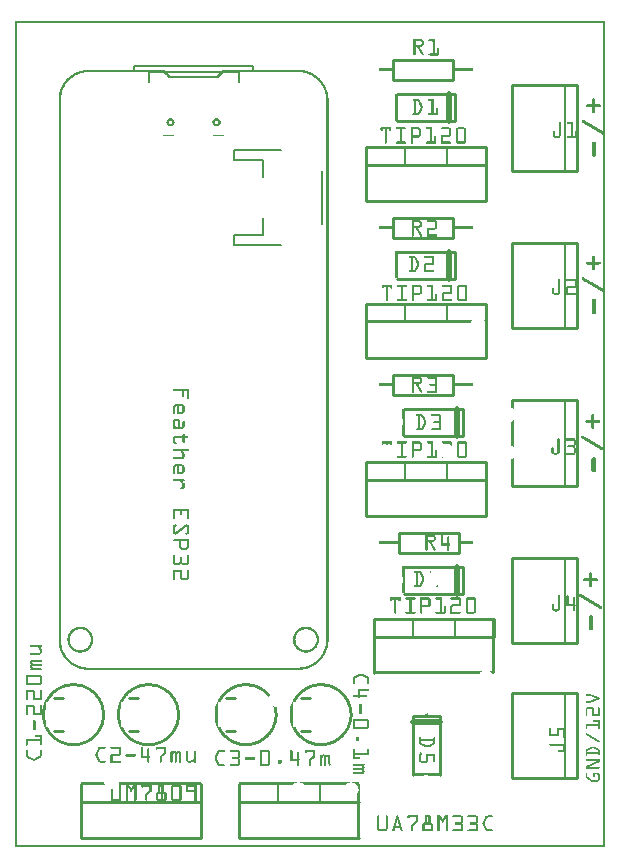
<source format=gto>
G04 MADE WITH FRITZING*
G04 WWW.FRITZING.ORG*
G04 DOUBLE SIDED*
G04 HOLES PLATED*
G04 CONTOUR ON CENTER OF CONTOUR VECTOR*
%ASAXBY*%
%FSLAX23Y23*%
%MOIN*%
%OFA0B0*%
%SFA1.0B1.0*%
%ADD10C,0.010000*%
%ADD11C,0.005000*%
%ADD12C,0.008000*%
%ADD13C,0.020000*%
%ADD14C,0.011000*%
%ADD15R,0.001000X0.001000*%
%LNSILK1*%
G90*
G70*
G54D10*
X621Y212D02*
X621Y32D01*
D02*
X621Y32D02*
X221Y32D01*
D02*
X221Y32D02*
X221Y212D01*
D02*
X621Y212D02*
X621Y152D01*
D02*
X621Y152D02*
X221Y152D01*
D02*
X221Y152D02*
X221Y212D01*
G54D11*
D02*
X351Y212D02*
X351Y152D01*
D02*
X491Y212D02*
X491Y152D01*
G54D10*
D02*
X1196Y762D02*
X1596Y762D01*
D02*
X1196Y582D02*
X1196Y762D01*
D02*
X1196Y762D02*
X1596Y762D01*
D02*
X1596Y762D02*
X1596Y702D01*
D02*
X1596Y702D02*
X1196Y702D01*
D02*
X1196Y702D02*
X1196Y762D01*
G54D11*
D02*
X1326Y762D02*
X1326Y702D01*
D02*
X1466Y762D02*
X1466Y702D01*
G54D10*
D02*
X1171Y1287D02*
X1571Y1287D01*
D02*
X1571Y1287D02*
X1571Y1107D01*
D02*
X1571Y1107D02*
X1171Y1107D01*
D02*
X1171Y1107D02*
X1171Y1287D01*
D02*
X1171Y1287D02*
X1571Y1287D01*
D02*
X1571Y1287D02*
X1571Y1227D01*
D02*
X1571Y1227D02*
X1171Y1227D01*
D02*
X1171Y1227D02*
X1171Y1287D01*
G54D11*
D02*
X1301Y1287D02*
X1301Y1227D01*
D02*
X1441Y1287D02*
X1441Y1227D01*
G54D10*
D02*
X1171Y1812D02*
X1571Y1812D01*
D02*
X1571Y1632D02*
X1171Y1632D01*
D02*
X1171Y1632D02*
X1171Y1812D01*
D02*
X1171Y1812D02*
X1571Y1812D01*
D02*
X1171Y1752D02*
X1171Y1812D01*
G54D11*
D02*
X1301Y1812D02*
X1301Y1752D01*
D02*
X1441Y1812D02*
X1441Y1752D01*
G54D10*
D02*
X1171Y2337D02*
X1571Y2337D01*
D02*
X1571Y2337D02*
X1571Y2157D01*
D02*
X1571Y2157D02*
X1171Y2157D01*
D02*
X1171Y2157D02*
X1171Y2337D01*
D02*
X1171Y2337D02*
X1571Y2337D01*
D02*
X1571Y2337D02*
X1571Y2277D01*
D02*
X1571Y2277D02*
X1171Y2277D01*
D02*
X1171Y2277D02*
X1171Y2337D01*
G54D11*
D02*
X1301Y2337D02*
X1301Y2277D01*
D02*
X1441Y2337D02*
X1441Y2277D01*
G54D10*
D02*
X1658Y2541D02*
X1658Y2256D01*
D02*
X1658Y2256D02*
X1874Y2256D01*
D02*
X1874Y2256D02*
X1874Y2541D01*
D02*
X1874Y2541D02*
X1658Y2541D01*
G54D11*
D02*
X1834Y2256D02*
X1834Y2541D01*
G54D10*
D02*
X1658Y966D02*
X1658Y681D01*
D02*
X1658Y681D02*
X1874Y681D01*
D02*
X1874Y681D02*
X1874Y966D01*
D02*
X1874Y966D02*
X1658Y966D01*
G54D11*
D02*
X1834Y681D02*
X1834Y966D01*
G54D10*
D02*
X1658Y1206D02*
X1874Y1206D01*
D02*
X1874Y1206D02*
X1874Y1491D01*
D02*
X1874Y1491D02*
X1658Y1491D01*
G54D11*
D02*
X1834Y1206D02*
X1834Y1491D01*
G54D10*
D02*
X1658Y2016D02*
X1658Y1731D01*
D02*
X1658Y1731D02*
X1874Y1731D01*
D02*
X1874Y1731D02*
X1874Y2016D01*
D02*
X1874Y2016D02*
X1658Y2016D01*
G54D11*
D02*
X1834Y1731D02*
X1834Y2016D01*
G54D12*
D02*
X1024Y2256D02*
X1024Y2079D01*
D02*
X886Y2010D02*
X729Y2010D01*
D02*
X729Y2010D02*
X729Y2043D01*
D02*
X729Y2043D02*
X827Y2043D01*
D02*
X827Y2043D02*
X827Y2098D01*
D02*
X827Y2236D02*
X827Y2291D01*
D02*
X827Y2291D02*
X729Y2291D01*
D02*
X729Y2291D02*
X729Y2325D01*
D02*
X729Y2325D02*
X886Y2325D01*
G54D11*
D02*
X746Y2551D02*
X746Y2587D01*
D02*
X746Y2587D02*
X446Y2587D01*
D02*
X446Y2587D02*
X446Y2551D01*
G54D12*
D02*
X397Y2606D02*
X397Y2592D01*
D02*
X795Y2606D02*
X795Y2592D01*
D02*
X397Y2606D02*
X795Y2606D01*
G54D10*
D02*
X1146Y32D02*
X746Y32D01*
D02*
X746Y32D02*
X746Y212D01*
D02*
X1146Y152D02*
X746Y152D01*
D02*
X746Y152D02*
X746Y212D01*
G54D11*
D02*
X876Y212D02*
X876Y152D01*
D02*
X1016Y212D02*
X1016Y152D01*
G54D10*
D02*
X1492Y847D02*
X1297Y847D01*
D02*
X1297Y937D02*
X1492Y937D01*
D02*
X1492Y937D02*
X1492Y847D01*
G54D13*
D02*
X1472Y937D02*
X1472Y847D01*
G54D10*
D02*
X1492Y1372D02*
X1297Y1372D01*
D02*
X1297Y1462D02*
X1492Y1462D01*
D02*
X1492Y1462D02*
X1492Y1372D01*
G54D13*
D02*
X1472Y1462D02*
X1472Y1372D01*
G54D10*
D02*
X1467Y1897D02*
X1272Y1897D01*
D02*
X1272Y1987D02*
X1467Y1987D01*
D02*
X1467Y1987D02*
X1467Y1897D01*
G54D13*
D02*
X1447Y1987D02*
X1447Y1897D01*
G54D10*
D02*
X1467Y2422D02*
X1272Y2422D01*
D02*
X1272Y2512D02*
X1467Y2512D01*
D02*
X1467Y2512D02*
X1467Y2422D01*
G54D13*
D02*
X1447Y2512D02*
X1447Y2422D01*
G54D10*
D02*
X1280Y1050D02*
X1480Y1050D01*
D02*
X1480Y1050D02*
X1480Y984D01*
D02*
X1480Y984D02*
X1280Y984D01*
D02*
X1280Y984D02*
X1280Y1050D01*
D02*
X1461Y1509D02*
X1261Y1509D01*
D02*
X1261Y1509D02*
X1261Y1575D01*
D02*
X1261Y1575D02*
X1461Y1575D01*
D02*
X1461Y1575D02*
X1461Y1509D01*
D02*
X1461Y2034D02*
X1261Y2034D01*
D02*
X1261Y2034D02*
X1261Y2100D01*
D02*
X1261Y2100D02*
X1461Y2100D01*
D02*
X1461Y2100D02*
X1461Y2034D01*
D02*
X1461Y2559D02*
X1261Y2559D01*
D02*
X1261Y2559D02*
X1261Y2625D01*
D02*
X1261Y2625D02*
X1461Y2625D01*
D02*
X1461Y2625D02*
X1461Y2559D01*
D02*
X1416Y438D02*
X1416Y243D01*
D02*
X1326Y243D02*
X1326Y438D01*
D02*
X1326Y438D02*
X1416Y438D01*
G54D13*
D02*
X1326Y418D02*
X1416Y418D01*
G54D10*
D02*
X1658Y516D02*
X1658Y231D01*
D02*
X1658Y231D02*
X1874Y231D01*
D02*
X1874Y231D02*
X1874Y516D01*
D02*
X1874Y516D02*
X1658Y516D01*
G54D11*
D02*
X1834Y231D02*
X1834Y516D01*
G54D14*
X705Y498D02*
X735Y498D01*
D02*
X705Y388D02*
X735Y388D01*
D02*
X955Y498D02*
X985Y498D01*
D02*
X955Y388D02*
X985Y388D01*
D02*
X380Y498D02*
X410Y498D01*
D02*
X380Y388D02*
X410Y388D01*
D02*
X130Y498D02*
X160Y498D01*
D02*
X130Y388D02*
X160Y388D01*
D02*
G54D15*
X0Y2756D02*
X1967Y2756D01*
X0Y2755D02*
X1967Y2755D01*
X0Y2754D02*
X1967Y2754D01*
X0Y2753D02*
X1967Y2753D01*
X0Y2752D02*
X1967Y2752D01*
X0Y2751D02*
X1967Y2751D01*
X0Y2750D02*
X1967Y2750D01*
X0Y2749D02*
X1967Y2749D01*
X0Y2748D02*
X7Y2748D01*
X1960Y2748D02*
X1967Y2748D01*
X0Y2747D02*
X7Y2747D01*
X1960Y2747D02*
X1967Y2747D01*
X0Y2746D02*
X7Y2746D01*
X1960Y2746D02*
X1967Y2746D01*
X0Y2745D02*
X7Y2745D01*
X1960Y2745D02*
X1967Y2745D01*
X0Y2744D02*
X7Y2744D01*
X1960Y2744D02*
X1967Y2744D01*
X0Y2743D02*
X7Y2743D01*
X1960Y2743D02*
X1967Y2743D01*
X0Y2742D02*
X7Y2742D01*
X1960Y2742D02*
X1967Y2742D01*
X0Y2741D02*
X7Y2741D01*
X1960Y2741D02*
X1967Y2741D01*
X0Y2740D02*
X7Y2740D01*
X1960Y2740D02*
X1967Y2740D01*
X0Y2739D02*
X7Y2739D01*
X1960Y2739D02*
X1967Y2739D01*
X0Y2738D02*
X7Y2738D01*
X1960Y2738D02*
X1967Y2738D01*
X0Y2737D02*
X7Y2737D01*
X1960Y2737D02*
X1967Y2737D01*
X0Y2736D02*
X7Y2736D01*
X1960Y2736D02*
X1967Y2736D01*
X0Y2735D02*
X7Y2735D01*
X1960Y2735D02*
X1967Y2735D01*
X0Y2734D02*
X7Y2734D01*
X1960Y2734D02*
X1967Y2734D01*
X0Y2733D02*
X7Y2733D01*
X1960Y2733D02*
X1967Y2733D01*
X0Y2732D02*
X7Y2732D01*
X1960Y2732D02*
X1967Y2732D01*
X0Y2731D02*
X7Y2731D01*
X1960Y2731D02*
X1967Y2731D01*
X0Y2730D02*
X7Y2730D01*
X1960Y2730D02*
X1967Y2730D01*
X0Y2729D02*
X7Y2729D01*
X1960Y2729D02*
X1967Y2729D01*
X0Y2728D02*
X7Y2728D01*
X1960Y2728D02*
X1967Y2728D01*
X0Y2727D02*
X7Y2727D01*
X1960Y2727D02*
X1967Y2727D01*
X0Y2726D02*
X7Y2726D01*
X1960Y2726D02*
X1967Y2726D01*
X0Y2725D02*
X7Y2725D01*
X1960Y2725D02*
X1967Y2725D01*
X0Y2724D02*
X7Y2724D01*
X1960Y2724D02*
X1967Y2724D01*
X0Y2723D02*
X7Y2723D01*
X1960Y2723D02*
X1967Y2723D01*
X0Y2722D02*
X7Y2722D01*
X1960Y2722D02*
X1967Y2722D01*
X0Y2721D02*
X7Y2721D01*
X1960Y2721D02*
X1967Y2721D01*
X0Y2720D02*
X7Y2720D01*
X1960Y2720D02*
X1967Y2720D01*
X0Y2719D02*
X7Y2719D01*
X1960Y2719D02*
X1967Y2719D01*
X0Y2718D02*
X7Y2718D01*
X1960Y2718D02*
X1967Y2718D01*
X0Y2717D02*
X7Y2717D01*
X1960Y2717D02*
X1967Y2717D01*
X0Y2716D02*
X7Y2716D01*
X1960Y2716D02*
X1967Y2716D01*
X0Y2715D02*
X7Y2715D01*
X1960Y2715D02*
X1967Y2715D01*
X0Y2714D02*
X7Y2714D01*
X1960Y2714D02*
X1967Y2714D01*
X0Y2713D02*
X7Y2713D01*
X1960Y2713D02*
X1967Y2713D01*
X0Y2712D02*
X7Y2712D01*
X1960Y2712D02*
X1967Y2712D01*
X0Y2711D02*
X7Y2711D01*
X1960Y2711D02*
X1967Y2711D01*
X0Y2710D02*
X7Y2710D01*
X1960Y2710D02*
X1967Y2710D01*
X0Y2709D02*
X7Y2709D01*
X1960Y2709D02*
X1967Y2709D01*
X0Y2708D02*
X7Y2708D01*
X1960Y2708D02*
X1967Y2708D01*
X0Y2707D02*
X7Y2707D01*
X1960Y2707D02*
X1967Y2707D01*
X0Y2706D02*
X7Y2706D01*
X1960Y2706D02*
X1967Y2706D01*
X0Y2705D02*
X7Y2705D01*
X1960Y2705D02*
X1967Y2705D01*
X0Y2704D02*
X7Y2704D01*
X1960Y2704D02*
X1967Y2704D01*
X0Y2703D02*
X7Y2703D01*
X1960Y2703D02*
X1967Y2703D01*
X0Y2702D02*
X7Y2702D01*
X1960Y2702D02*
X1967Y2702D01*
X0Y2701D02*
X7Y2701D01*
X1960Y2701D02*
X1967Y2701D01*
X0Y2700D02*
X7Y2700D01*
X1960Y2700D02*
X1967Y2700D01*
X0Y2699D02*
X7Y2699D01*
X1960Y2699D02*
X1967Y2699D01*
X0Y2698D02*
X7Y2698D01*
X1960Y2698D02*
X1967Y2698D01*
X0Y2697D02*
X7Y2697D01*
X1960Y2697D02*
X1967Y2697D01*
X0Y2696D02*
X7Y2696D01*
X1960Y2696D02*
X1967Y2696D01*
X0Y2695D02*
X7Y2695D01*
X1329Y2695D02*
X1353Y2695D01*
X1382Y2695D02*
X1398Y2695D01*
X1960Y2695D02*
X1967Y2695D01*
X0Y2694D02*
X7Y2694D01*
X1329Y2694D02*
X1356Y2694D01*
X1380Y2694D02*
X1399Y2694D01*
X1960Y2694D02*
X1967Y2694D01*
X0Y2693D02*
X7Y2693D01*
X1329Y2693D02*
X1358Y2693D01*
X1379Y2693D02*
X1399Y2693D01*
X1960Y2693D02*
X1967Y2693D01*
X0Y2692D02*
X7Y2692D01*
X1329Y2692D02*
X1359Y2692D01*
X1379Y2692D02*
X1399Y2692D01*
X1960Y2692D02*
X1967Y2692D01*
X0Y2691D02*
X7Y2691D01*
X1329Y2691D02*
X1360Y2691D01*
X1379Y2691D02*
X1399Y2691D01*
X1960Y2691D02*
X1967Y2691D01*
X0Y2690D02*
X7Y2690D01*
X1329Y2690D02*
X1361Y2690D01*
X1379Y2690D02*
X1399Y2690D01*
X1960Y2690D02*
X1967Y2690D01*
X0Y2689D02*
X7Y2689D01*
X1329Y2689D02*
X1361Y2689D01*
X1380Y2689D02*
X1399Y2689D01*
X1960Y2689D02*
X1967Y2689D01*
X0Y2688D02*
X7Y2688D01*
X1329Y2688D02*
X1335Y2688D01*
X1353Y2688D02*
X1362Y2688D01*
X1392Y2688D02*
X1399Y2688D01*
X1960Y2688D02*
X1967Y2688D01*
X0Y2687D02*
X7Y2687D01*
X1329Y2687D02*
X1335Y2687D01*
X1355Y2687D02*
X1362Y2687D01*
X1393Y2687D02*
X1399Y2687D01*
X1960Y2687D02*
X1967Y2687D01*
X0Y2686D02*
X7Y2686D01*
X1329Y2686D02*
X1335Y2686D01*
X1356Y2686D02*
X1362Y2686D01*
X1393Y2686D02*
X1399Y2686D01*
X1960Y2686D02*
X1967Y2686D01*
X0Y2685D02*
X7Y2685D01*
X1329Y2685D02*
X1335Y2685D01*
X1356Y2685D02*
X1362Y2685D01*
X1393Y2685D02*
X1399Y2685D01*
X1960Y2685D02*
X1967Y2685D01*
X0Y2684D02*
X7Y2684D01*
X1329Y2684D02*
X1335Y2684D01*
X1356Y2684D02*
X1362Y2684D01*
X1393Y2684D02*
X1399Y2684D01*
X1960Y2684D02*
X1967Y2684D01*
X0Y2683D02*
X7Y2683D01*
X1329Y2683D02*
X1335Y2683D01*
X1356Y2683D02*
X1362Y2683D01*
X1393Y2683D02*
X1399Y2683D01*
X1960Y2683D02*
X1967Y2683D01*
X0Y2682D02*
X7Y2682D01*
X1329Y2682D02*
X1335Y2682D01*
X1356Y2682D02*
X1362Y2682D01*
X1393Y2682D02*
X1399Y2682D01*
X1960Y2682D02*
X1967Y2682D01*
X0Y2681D02*
X7Y2681D01*
X1329Y2681D02*
X1335Y2681D01*
X1356Y2681D02*
X1362Y2681D01*
X1393Y2681D02*
X1399Y2681D01*
X1960Y2681D02*
X1967Y2681D01*
X0Y2680D02*
X7Y2680D01*
X1329Y2680D02*
X1335Y2680D01*
X1356Y2680D02*
X1362Y2680D01*
X1393Y2680D02*
X1399Y2680D01*
X1960Y2680D02*
X1967Y2680D01*
X0Y2679D02*
X7Y2679D01*
X1329Y2679D02*
X1335Y2679D01*
X1356Y2679D02*
X1362Y2679D01*
X1393Y2679D02*
X1399Y2679D01*
X1960Y2679D02*
X1967Y2679D01*
X0Y2678D02*
X7Y2678D01*
X1329Y2678D02*
X1335Y2678D01*
X1354Y2678D02*
X1362Y2678D01*
X1393Y2678D02*
X1399Y2678D01*
X1960Y2678D02*
X1967Y2678D01*
X0Y2677D02*
X7Y2677D01*
X1329Y2677D02*
X1362Y2677D01*
X1393Y2677D02*
X1399Y2677D01*
X1960Y2677D02*
X1967Y2677D01*
X0Y2676D02*
X7Y2676D01*
X1329Y2676D02*
X1361Y2676D01*
X1393Y2676D02*
X1399Y2676D01*
X1960Y2676D02*
X1967Y2676D01*
X0Y2675D02*
X7Y2675D01*
X1329Y2675D02*
X1360Y2675D01*
X1393Y2675D02*
X1399Y2675D01*
X1960Y2675D02*
X1967Y2675D01*
X0Y2674D02*
X7Y2674D01*
X1329Y2674D02*
X1360Y2674D01*
X1393Y2674D02*
X1399Y2674D01*
X1960Y2674D02*
X1967Y2674D01*
X0Y2673D02*
X7Y2673D01*
X1329Y2673D02*
X1358Y2673D01*
X1393Y2673D02*
X1399Y2673D01*
X1960Y2673D02*
X1967Y2673D01*
X0Y2672D02*
X7Y2672D01*
X1329Y2672D02*
X1357Y2672D01*
X1393Y2672D02*
X1399Y2672D01*
X1960Y2672D02*
X1967Y2672D01*
X0Y2671D02*
X7Y2671D01*
X1329Y2671D02*
X1355Y2671D01*
X1393Y2671D02*
X1399Y2671D01*
X1960Y2671D02*
X1967Y2671D01*
X0Y2670D02*
X7Y2670D01*
X1329Y2670D02*
X1335Y2670D01*
X1341Y2670D02*
X1348Y2670D01*
X1393Y2670D02*
X1399Y2670D01*
X1960Y2670D02*
X1967Y2670D01*
X0Y2669D02*
X7Y2669D01*
X1329Y2669D02*
X1335Y2669D01*
X1341Y2669D02*
X1349Y2669D01*
X1393Y2669D02*
X1399Y2669D01*
X1960Y2669D02*
X1967Y2669D01*
X0Y2668D02*
X7Y2668D01*
X1329Y2668D02*
X1335Y2668D01*
X1342Y2668D02*
X1349Y2668D01*
X1393Y2668D02*
X1399Y2668D01*
X1960Y2668D02*
X1967Y2668D01*
X0Y2667D02*
X7Y2667D01*
X1329Y2667D02*
X1335Y2667D01*
X1343Y2667D02*
X1350Y2667D01*
X1393Y2667D02*
X1399Y2667D01*
X1960Y2667D02*
X1967Y2667D01*
X0Y2666D02*
X7Y2666D01*
X1329Y2666D02*
X1335Y2666D01*
X1343Y2666D02*
X1350Y2666D01*
X1393Y2666D02*
X1399Y2666D01*
X1960Y2666D02*
X1967Y2666D01*
X0Y2665D02*
X7Y2665D01*
X1329Y2665D02*
X1335Y2665D01*
X1344Y2665D02*
X1351Y2665D01*
X1393Y2665D02*
X1399Y2665D01*
X1408Y2665D02*
X1411Y2665D01*
X1960Y2665D02*
X1967Y2665D01*
X0Y2664D02*
X7Y2664D01*
X1329Y2664D02*
X1335Y2664D01*
X1344Y2664D02*
X1351Y2664D01*
X1393Y2664D02*
X1399Y2664D01*
X1407Y2664D02*
X1412Y2664D01*
X1960Y2664D02*
X1967Y2664D01*
X0Y2663D02*
X7Y2663D01*
X1329Y2663D02*
X1335Y2663D01*
X1345Y2663D02*
X1352Y2663D01*
X1393Y2663D02*
X1399Y2663D01*
X1407Y2663D02*
X1412Y2663D01*
X1960Y2663D02*
X1967Y2663D01*
X0Y2662D02*
X7Y2662D01*
X1329Y2662D02*
X1335Y2662D01*
X1345Y2662D02*
X1353Y2662D01*
X1393Y2662D02*
X1399Y2662D01*
X1407Y2662D02*
X1413Y2662D01*
X1960Y2662D02*
X1967Y2662D01*
X0Y2661D02*
X7Y2661D01*
X1329Y2661D02*
X1335Y2661D01*
X1346Y2661D02*
X1353Y2661D01*
X1393Y2661D02*
X1399Y2661D01*
X1406Y2661D02*
X1413Y2661D01*
X1960Y2661D02*
X1967Y2661D01*
X0Y2660D02*
X7Y2660D01*
X1329Y2660D02*
X1335Y2660D01*
X1347Y2660D02*
X1354Y2660D01*
X1393Y2660D02*
X1399Y2660D01*
X1406Y2660D02*
X1413Y2660D01*
X1960Y2660D02*
X1967Y2660D01*
X0Y2659D02*
X7Y2659D01*
X1329Y2659D02*
X1335Y2659D01*
X1347Y2659D02*
X1354Y2659D01*
X1393Y2659D02*
X1399Y2659D01*
X1406Y2659D02*
X1413Y2659D01*
X1960Y2659D02*
X1967Y2659D01*
X0Y2658D02*
X7Y2658D01*
X1329Y2658D02*
X1335Y2658D01*
X1348Y2658D02*
X1355Y2658D01*
X1393Y2658D02*
X1399Y2658D01*
X1406Y2658D02*
X1413Y2658D01*
X1960Y2658D02*
X1967Y2658D01*
X0Y2657D02*
X7Y2657D01*
X1329Y2657D02*
X1335Y2657D01*
X1348Y2657D02*
X1356Y2657D01*
X1393Y2657D02*
X1399Y2657D01*
X1406Y2657D02*
X1413Y2657D01*
X1960Y2657D02*
X1967Y2657D01*
X0Y2656D02*
X7Y2656D01*
X1329Y2656D02*
X1335Y2656D01*
X1349Y2656D02*
X1356Y2656D01*
X1393Y2656D02*
X1399Y2656D01*
X1406Y2656D02*
X1413Y2656D01*
X1960Y2656D02*
X1967Y2656D01*
X0Y2655D02*
X7Y2655D01*
X1329Y2655D02*
X1335Y2655D01*
X1350Y2655D02*
X1357Y2655D01*
X1393Y2655D02*
X1399Y2655D01*
X1406Y2655D02*
X1413Y2655D01*
X1960Y2655D02*
X1967Y2655D01*
X0Y2654D02*
X7Y2654D01*
X1329Y2654D02*
X1335Y2654D01*
X1350Y2654D02*
X1357Y2654D01*
X1393Y2654D02*
X1399Y2654D01*
X1406Y2654D02*
X1413Y2654D01*
X1960Y2654D02*
X1967Y2654D01*
X0Y2653D02*
X7Y2653D01*
X1329Y2653D02*
X1335Y2653D01*
X1351Y2653D02*
X1358Y2653D01*
X1393Y2653D02*
X1399Y2653D01*
X1406Y2653D02*
X1413Y2653D01*
X1960Y2653D02*
X1967Y2653D01*
X0Y2652D02*
X7Y2652D01*
X1329Y2652D02*
X1335Y2652D01*
X1351Y2652D02*
X1358Y2652D01*
X1393Y2652D02*
X1399Y2652D01*
X1406Y2652D02*
X1413Y2652D01*
X1960Y2652D02*
X1967Y2652D01*
X0Y2651D02*
X7Y2651D01*
X1329Y2651D02*
X1335Y2651D01*
X1352Y2651D02*
X1359Y2651D01*
X1393Y2651D02*
X1399Y2651D01*
X1406Y2651D02*
X1413Y2651D01*
X1960Y2651D02*
X1967Y2651D01*
X0Y2650D02*
X7Y2650D01*
X1329Y2650D02*
X1335Y2650D01*
X1352Y2650D02*
X1360Y2650D01*
X1393Y2650D02*
X1399Y2650D01*
X1406Y2650D02*
X1413Y2650D01*
X1960Y2650D02*
X1967Y2650D01*
X0Y2649D02*
X7Y2649D01*
X1329Y2649D02*
X1335Y2649D01*
X1353Y2649D02*
X1360Y2649D01*
X1393Y2649D02*
X1399Y2649D01*
X1406Y2649D02*
X1413Y2649D01*
X1960Y2649D02*
X1967Y2649D01*
X0Y2648D02*
X7Y2648D01*
X1329Y2648D02*
X1335Y2648D01*
X1354Y2648D02*
X1361Y2648D01*
X1383Y2648D02*
X1413Y2648D01*
X1960Y2648D02*
X1967Y2648D01*
X0Y2647D02*
X7Y2647D01*
X1329Y2647D02*
X1335Y2647D01*
X1354Y2647D02*
X1361Y2647D01*
X1380Y2647D02*
X1413Y2647D01*
X1960Y2647D02*
X1967Y2647D01*
X0Y2646D02*
X7Y2646D01*
X1329Y2646D02*
X1335Y2646D01*
X1355Y2646D02*
X1362Y2646D01*
X1379Y2646D02*
X1413Y2646D01*
X1960Y2646D02*
X1967Y2646D01*
X0Y2645D02*
X7Y2645D01*
X1329Y2645D02*
X1335Y2645D01*
X1355Y2645D02*
X1362Y2645D01*
X1379Y2645D02*
X1413Y2645D01*
X1960Y2645D02*
X1967Y2645D01*
X0Y2644D02*
X7Y2644D01*
X1329Y2644D02*
X1335Y2644D01*
X1356Y2644D02*
X1362Y2644D01*
X1379Y2644D02*
X1412Y2644D01*
X1960Y2644D02*
X1967Y2644D01*
X0Y2643D02*
X7Y2643D01*
X1329Y2643D02*
X1334Y2643D01*
X1357Y2643D02*
X1362Y2643D01*
X1379Y2643D02*
X1412Y2643D01*
X1960Y2643D02*
X1967Y2643D01*
X0Y2642D02*
X7Y2642D01*
X1330Y2642D02*
X1334Y2642D01*
X1357Y2642D02*
X1361Y2642D01*
X1380Y2642D02*
X1411Y2642D01*
X1960Y2642D02*
X1967Y2642D01*
X0Y2641D02*
X7Y2641D01*
X1383Y2641D02*
X1409Y2641D01*
X1960Y2641D02*
X1967Y2641D01*
X0Y2640D02*
X7Y2640D01*
X1960Y2640D02*
X1967Y2640D01*
X0Y2639D02*
X7Y2639D01*
X1960Y2639D02*
X1967Y2639D01*
X0Y2638D02*
X7Y2638D01*
X1960Y2638D02*
X1967Y2638D01*
X0Y2637D02*
X7Y2637D01*
X1960Y2637D02*
X1967Y2637D01*
X0Y2636D02*
X7Y2636D01*
X1960Y2636D02*
X1967Y2636D01*
X0Y2635D02*
X7Y2635D01*
X1960Y2635D02*
X1967Y2635D01*
X0Y2634D02*
X7Y2634D01*
X1960Y2634D02*
X1967Y2634D01*
X0Y2633D02*
X7Y2633D01*
X1960Y2633D02*
X1967Y2633D01*
X0Y2632D02*
X7Y2632D01*
X1960Y2632D02*
X1967Y2632D01*
X0Y2631D02*
X7Y2631D01*
X1960Y2631D02*
X1967Y2631D01*
X0Y2630D02*
X7Y2630D01*
X1960Y2630D02*
X1967Y2630D01*
X0Y2629D02*
X7Y2629D01*
X1960Y2629D02*
X1967Y2629D01*
X0Y2628D02*
X7Y2628D01*
X1960Y2628D02*
X1967Y2628D01*
X0Y2627D02*
X7Y2627D01*
X1960Y2627D02*
X1967Y2627D01*
X0Y2626D02*
X7Y2626D01*
X1960Y2626D02*
X1967Y2626D01*
X0Y2625D02*
X7Y2625D01*
X1960Y2625D02*
X1967Y2625D01*
X0Y2624D02*
X7Y2624D01*
X1960Y2624D02*
X1967Y2624D01*
X0Y2623D02*
X7Y2623D01*
X1960Y2623D02*
X1967Y2623D01*
X0Y2622D02*
X7Y2622D01*
X1960Y2622D02*
X1967Y2622D01*
X0Y2621D02*
X7Y2621D01*
X1960Y2621D02*
X1967Y2621D01*
X0Y2620D02*
X7Y2620D01*
X1960Y2620D02*
X1967Y2620D01*
X0Y2619D02*
X7Y2619D01*
X1960Y2619D02*
X1967Y2619D01*
X0Y2618D02*
X7Y2618D01*
X1960Y2618D02*
X1967Y2618D01*
X0Y2617D02*
X7Y2617D01*
X1960Y2617D02*
X1967Y2617D01*
X0Y2616D02*
X7Y2616D01*
X1960Y2616D02*
X1967Y2616D01*
X0Y2615D02*
X7Y2615D01*
X1960Y2615D02*
X1967Y2615D01*
X0Y2614D02*
X7Y2614D01*
X1960Y2614D02*
X1967Y2614D01*
X0Y2613D02*
X7Y2613D01*
X1960Y2613D02*
X1967Y2613D01*
X0Y2612D02*
X7Y2612D01*
X1960Y2612D02*
X1967Y2612D01*
X0Y2611D02*
X7Y2611D01*
X1960Y2611D02*
X1967Y2611D01*
X0Y2610D02*
X7Y2610D01*
X1960Y2610D02*
X1967Y2610D01*
X0Y2609D02*
X7Y2609D01*
X1960Y2609D02*
X1967Y2609D01*
X0Y2608D02*
X7Y2608D01*
X1960Y2608D02*
X1967Y2608D01*
X0Y2607D02*
X7Y2607D01*
X1960Y2607D02*
X1967Y2607D01*
X0Y2606D02*
X7Y2606D01*
X1960Y2606D02*
X1967Y2606D01*
X0Y2605D02*
X7Y2605D01*
X1960Y2605D02*
X1967Y2605D01*
X0Y2604D02*
X7Y2604D01*
X1960Y2604D02*
X1967Y2604D01*
X0Y2603D02*
X7Y2603D01*
X1960Y2603D02*
X1967Y2603D01*
X0Y2602D02*
X7Y2602D01*
X1960Y2602D02*
X1967Y2602D01*
X0Y2601D02*
X7Y2601D01*
X1960Y2601D02*
X1967Y2601D01*
X0Y2600D02*
X7Y2600D01*
X1960Y2600D02*
X1967Y2600D01*
X0Y2599D02*
X7Y2599D01*
X1960Y2599D02*
X1967Y2599D01*
X0Y2598D02*
X7Y2598D01*
X1213Y2598D02*
X1260Y2598D01*
X1462Y2598D02*
X1527Y2598D01*
X1960Y2598D02*
X1967Y2598D01*
X0Y2597D02*
X7Y2597D01*
X1213Y2597D02*
X1260Y2597D01*
X1461Y2597D02*
X1527Y2597D01*
X1960Y2597D02*
X1967Y2597D01*
X0Y2596D02*
X7Y2596D01*
X1213Y2596D02*
X1260Y2596D01*
X1461Y2596D02*
X1527Y2596D01*
X1960Y2596D02*
X1967Y2596D01*
X0Y2595D02*
X7Y2595D01*
X1213Y2595D02*
X1260Y2595D01*
X1461Y2595D02*
X1527Y2595D01*
X1960Y2595D02*
X1967Y2595D01*
X0Y2594D02*
X7Y2594D01*
X1213Y2594D02*
X1260Y2594D01*
X1461Y2594D02*
X1527Y2594D01*
X1960Y2594D02*
X1967Y2594D01*
X0Y2593D02*
X7Y2593D01*
X242Y2593D02*
X497Y2593D01*
X693Y2593D02*
X949Y2593D01*
X1213Y2593D02*
X1260Y2593D01*
X1461Y2593D02*
X1527Y2593D01*
X1960Y2593D02*
X1967Y2593D01*
X0Y2592D02*
X7Y2592D01*
X231Y2592D02*
X498Y2592D01*
X692Y2592D02*
X959Y2592D01*
X1213Y2592D02*
X1260Y2592D01*
X1461Y2592D02*
X1527Y2592D01*
X1960Y2592D02*
X1967Y2592D01*
X0Y2591D02*
X7Y2591D01*
X226Y2591D02*
X499Y2591D01*
X691Y2591D02*
X965Y2591D01*
X1213Y2591D02*
X1260Y2591D01*
X1461Y2591D02*
X1527Y2591D01*
X1960Y2591D02*
X1967Y2591D01*
X0Y2590D02*
X7Y2590D01*
X221Y2590D02*
X500Y2590D01*
X690Y2590D02*
X969Y2590D01*
X1213Y2590D02*
X1260Y2590D01*
X1461Y2590D02*
X1527Y2590D01*
X1960Y2590D02*
X1967Y2590D01*
X0Y2589D02*
X7Y2589D01*
X218Y2589D02*
X501Y2589D01*
X689Y2589D02*
X973Y2589D01*
X1213Y2589D02*
X1260Y2589D01*
X1461Y2589D02*
X1527Y2589D01*
X1960Y2589D02*
X1967Y2589D01*
X0Y2588D02*
X7Y2588D01*
X215Y2588D02*
X502Y2588D01*
X688Y2588D02*
X976Y2588D01*
X1960Y2588D02*
X1967Y2588D01*
X0Y2587D02*
X7Y2587D01*
X212Y2587D02*
X503Y2587D01*
X687Y2587D02*
X979Y2587D01*
X1960Y2587D02*
X1967Y2587D01*
X0Y2586D02*
X7Y2586D01*
X209Y2586D02*
X504Y2586D01*
X686Y2586D02*
X982Y2586D01*
X1960Y2586D02*
X1967Y2586D01*
X0Y2585D02*
X7Y2585D01*
X207Y2585D02*
X240Y2585D01*
X495Y2585D02*
X505Y2585D01*
X685Y2585D02*
X696Y2585D01*
X950Y2585D02*
X984Y2585D01*
X1960Y2585D02*
X1967Y2585D01*
X0Y2584D02*
X7Y2584D01*
X204Y2584D02*
X230Y2584D01*
X496Y2584D02*
X506Y2584D01*
X684Y2584D02*
X694Y2584D01*
X960Y2584D02*
X986Y2584D01*
X1960Y2584D02*
X1967Y2584D01*
X0Y2583D02*
X7Y2583D01*
X202Y2583D02*
X225Y2583D01*
X497Y2583D02*
X507Y2583D01*
X683Y2583D02*
X694Y2583D01*
X966Y2583D02*
X988Y2583D01*
X1960Y2583D02*
X1967Y2583D01*
X0Y2582D02*
X7Y2582D01*
X200Y2582D02*
X221Y2582D01*
X498Y2582D02*
X508Y2582D01*
X682Y2582D02*
X693Y2582D01*
X970Y2582D02*
X990Y2582D01*
X1960Y2582D02*
X1967Y2582D01*
X0Y2581D02*
X7Y2581D01*
X198Y2581D02*
X217Y2581D01*
X499Y2581D02*
X509Y2581D01*
X681Y2581D02*
X692Y2581D01*
X973Y2581D02*
X992Y2581D01*
X1960Y2581D02*
X1967Y2581D01*
X0Y2580D02*
X7Y2580D01*
X196Y2580D02*
X214Y2580D01*
X500Y2580D02*
X510Y2580D01*
X680Y2580D02*
X691Y2580D01*
X976Y2580D02*
X994Y2580D01*
X1960Y2580D02*
X1967Y2580D01*
X0Y2579D02*
X7Y2579D01*
X195Y2579D02*
X212Y2579D01*
X501Y2579D02*
X511Y2579D01*
X679Y2579D02*
X690Y2579D01*
X979Y2579D02*
X996Y2579D01*
X1960Y2579D02*
X1967Y2579D01*
X0Y2578D02*
X7Y2578D01*
X193Y2578D02*
X209Y2578D01*
X502Y2578D02*
X512Y2578D01*
X678Y2578D02*
X689Y2578D01*
X981Y2578D02*
X998Y2578D01*
X1960Y2578D02*
X1967Y2578D01*
X0Y2577D02*
X7Y2577D01*
X191Y2577D02*
X207Y2577D01*
X503Y2577D02*
X513Y2577D01*
X677Y2577D02*
X688Y2577D01*
X984Y2577D02*
X999Y2577D01*
X1960Y2577D02*
X1967Y2577D01*
X0Y2576D02*
X7Y2576D01*
X190Y2576D02*
X205Y2576D01*
X504Y2576D02*
X514Y2576D01*
X676Y2576D02*
X687Y2576D01*
X986Y2576D02*
X1001Y2576D01*
X1960Y2576D02*
X1967Y2576D01*
X0Y2575D02*
X7Y2575D01*
X189Y2575D02*
X203Y2575D01*
X505Y2575D02*
X515Y2575D01*
X675Y2575D02*
X686Y2575D01*
X988Y2575D02*
X1002Y2575D01*
X1960Y2575D02*
X1967Y2575D01*
X0Y2574D02*
X7Y2574D01*
X187Y2574D02*
X201Y2574D01*
X506Y2574D02*
X516Y2574D01*
X674Y2574D02*
X685Y2574D01*
X990Y2574D02*
X1004Y2574D01*
X1960Y2574D02*
X1967Y2574D01*
X0Y2573D02*
X7Y2573D01*
X186Y2573D02*
X199Y2573D01*
X507Y2573D02*
X684Y2573D01*
X991Y2573D02*
X1005Y2573D01*
X1960Y2573D02*
X1967Y2573D01*
X0Y2572D02*
X7Y2572D01*
X184Y2572D02*
X198Y2572D01*
X508Y2572D02*
X683Y2572D01*
X993Y2572D02*
X1006Y2572D01*
X1960Y2572D02*
X1967Y2572D01*
X0Y2571D02*
X7Y2571D01*
X183Y2571D02*
X196Y2571D01*
X509Y2571D02*
X682Y2571D01*
X995Y2571D02*
X1008Y2571D01*
X1960Y2571D02*
X1967Y2571D01*
X0Y2570D02*
X7Y2570D01*
X182Y2570D02*
X194Y2570D01*
X510Y2570D02*
X681Y2570D01*
X996Y2570D02*
X1009Y2570D01*
X1960Y2570D02*
X1967Y2570D01*
X0Y2569D02*
X7Y2569D01*
X181Y2569D02*
X193Y2569D01*
X511Y2569D02*
X680Y2569D01*
X998Y2569D02*
X1010Y2569D01*
X1960Y2569D02*
X1967Y2569D01*
X0Y2568D02*
X7Y2568D01*
X180Y2568D02*
X192Y2568D01*
X512Y2568D02*
X679Y2568D01*
X999Y2568D02*
X1011Y2568D01*
X1960Y2568D02*
X1967Y2568D01*
X0Y2567D02*
X7Y2567D01*
X178Y2567D02*
X190Y2567D01*
X513Y2567D02*
X678Y2567D01*
X1001Y2567D02*
X1012Y2567D01*
X1960Y2567D02*
X1967Y2567D01*
X0Y2566D02*
X7Y2566D01*
X177Y2566D02*
X189Y2566D01*
X514Y2566D02*
X677Y2566D01*
X1002Y2566D02*
X1013Y2566D01*
X1960Y2566D02*
X1967Y2566D01*
X0Y2565D02*
X7Y2565D01*
X176Y2565D02*
X187Y2565D01*
X1003Y2565D02*
X1014Y2565D01*
X1960Y2565D02*
X1967Y2565D01*
X0Y2564D02*
X7Y2564D01*
X175Y2564D02*
X186Y2564D01*
X1004Y2564D02*
X1015Y2564D01*
X1960Y2564D02*
X1967Y2564D01*
X0Y2563D02*
X7Y2563D01*
X174Y2563D02*
X185Y2563D01*
X1006Y2563D02*
X1016Y2563D01*
X1960Y2563D02*
X1967Y2563D01*
X0Y2562D02*
X7Y2562D01*
X173Y2562D02*
X184Y2562D01*
X1007Y2562D02*
X1017Y2562D01*
X1960Y2562D02*
X1967Y2562D01*
X0Y2561D02*
X7Y2561D01*
X172Y2561D02*
X183Y2561D01*
X1008Y2561D02*
X1018Y2561D01*
X1960Y2561D02*
X1967Y2561D01*
X0Y2560D02*
X7Y2560D01*
X172Y2560D02*
X182Y2560D01*
X1009Y2560D02*
X1019Y2560D01*
X1960Y2560D02*
X1967Y2560D01*
X0Y2559D02*
X7Y2559D01*
X171Y2559D02*
X181Y2559D01*
X1010Y2559D02*
X1020Y2559D01*
X1960Y2559D02*
X1967Y2559D01*
X0Y2558D02*
X7Y2558D01*
X170Y2558D02*
X180Y2558D01*
X1011Y2558D02*
X1021Y2558D01*
X1960Y2558D02*
X1967Y2558D01*
X0Y2557D02*
X7Y2557D01*
X169Y2557D02*
X179Y2557D01*
X1012Y2557D02*
X1022Y2557D01*
X1960Y2557D02*
X1967Y2557D01*
X0Y2556D02*
X7Y2556D01*
X168Y2556D02*
X178Y2556D01*
X1013Y2556D02*
X1023Y2556D01*
X1960Y2556D02*
X1967Y2556D01*
X0Y2555D02*
X7Y2555D01*
X167Y2555D02*
X177Y2555D01*
X1014Y2555D02*
X1023Y2555D01*
X1960Y2555D02*
X1967Y2555D01*
X0Y2554D02*
X7Y2554D01*
X167Y2554D02*
X176Y2554D01*
X1015Y2554D02*
X1024Y2554D01*
X1960Y2554D02*
X1967Y2554D01*
X0Y2553D02*
X7Y2553D01*
X166Y2553D02*
X175Y2553D01*
X1016Y2553D02*
X1025Y2553D01*
X1960Y2553D02*
X1967Y2553D01*
X0Y2552D02*
X7Y2552D01*
X165Y2552D02*
X174Y2552D01*
X1016Y2552D02*
X1026Y2552D01*
X1960Y2552D02*
X1967Y2552D01*
X0Y2551D02*
X7Y2551D01*
X164Y2551D02*
X173Y2551D01*
X1017Y2551D02*
X1026Y2551D01*
X1960Y2551D02*
X1967Y2551D01*
X0Y2550D02*
X7Y2550D01*
X164Y2550D02*
X173Y2550D01*
X1018Y2550D02*
X1027Y2550D01*
X1960Y2550D02*
X1967Y2550D01*
X0Y2549D02*
X7Y2549D01*
X163Y2549D02*
X172Y2549D01*
X1019Y2549D02*
X1028Y2549D01*
X1960Y2549D02*
X1967Y2549D01*
X0Y2548D02*
X7Y2548D01*
X162Y2548D02*
X171Y2548D01*
X1020Y2548D02*
X1028Y2548D01*
X1960Y2548D02*
X1967Y2548D01*
X0Y2547D02*
X7Y2547D01*
X162Y2547D02*
X170Y2547D01*
X1020Y2547D02*
X1029Y2547D01*
X1960Y2547D02*
X1967Y2547D01*
X0Y2546D02*
X7Y2546D01*
X161Y2546D02*
X170Y2546D01*
X1021Y2546D02*
X1030Y2546D01*
X1960Y2546D02*
X1967Y2546D01*
X0Y2545D02*
X7Y2545D01*
X160Y2545D02*
X169Y2545D01*
X1022Y2545D02*
X1030Y2545D01*
X1960Y2545D02*
X1967Y2545D01*
X0Y2544D02*
X7Y2544D01*
X160Y2544D02*
X168Y2544D01*
X1022Y2544D02*
X1031Y2544D01*
X1960Y2544D02*
X1967Y2544D01*
X0Y2543D02*
X7Y2543D01*
X159Y2543D02*
X168Y2543D01*
X1023Y2543D02*
X1031Y2543D01*
X1960Y2543D02*
X1967Y2543D01*
X0Y2542D02*
X7Y2542D01*
X159Y2542D02*
X167Y2542D01*
X1024Y2542D02*
X1032Y2542D01*
X1960Y2542D02*
X1967Y2542D01*
X0Y2541D02*
X7Y2541D01*
X158Y2541D02*
X166Y2541D01*
X1024Y2541D02*
X1032Y2541D01*
X1960Y2541D02*
X1967Y2541D01*
X0Y2540D02*
X7Y2540D01*
X158Y2540D02*
X166Y2540D01*
X1025Y2540D02*
X1033Y2540D01*
X1960Y2540D02*
X1967Y2540D01*
X0Y2539D02*
X7Y2539D01*
X157Y2539D02*
X165Y2539D01*
X1025Y2539D02*
X1034Y2539D01*
X1960Y2539D02*
X1967Y2539D01*
X0Y2538D02*
X7Y2538D01*
X157Y2538D02*
X165Y2538D01*
X1026Y2538D02*
X1034Y2538D01*
X1960Y2538D02*
X1967Y2538D01*
X0Y2537D02*
X7Y2537D01*
X156Y2537D02*
X164Y2537D01*
X1027Y2537D02*
X1035Y2537D01*
X1960Y2537D02*
X1967Y2537D01*
X0Y2536D02*
X7Y2536D01*
X156Y2536D02*
X163Y2536D01*
X1027Y2536D02*
X1035Y2536D01*
X1960Y2536D02*
X1967Y2536D01*
X0Y2535D02*
X7Y2535D01*
X155Y2535D02*
X163Y2535D01*
X1028Y2535D02*
X1036Y2535D01*
X1960Y2535D02*
X1967Y2535D01*
X0Y2534D02*
X7Y2534D01*
X155Y2534D02*
X162Y2534D01*
X1028Y2534D02*
X1036Y2534D01*
X1960Y2534D02*
X1967Y2534D01*
X0Y2533D02*
X7Y2533D01*
X154Y2533D02*
X162Y2533D01*
X1029Y2533D02*
X1036Y2533D01*
X1960Y2533D02*
X1967Y2533D01*
X0Y2532D02*
X7Y2532D01*
X154Y2532D02*
X162Y2532D01*
X1029Y2532D02*
X1037Y2532D01*
X1960Y2532D02*
X1967Y2532D01*
X0Y2531D02*
X7Y2531D01*
X153Y2531D02*
X161Y2531D01*
X1030Y2531D02*
X1037Y2531D01*
X1960Y2531D02*
X1967Y2531D01*
X0Y2530D02*
X7Y2530D01*
X153Y2530D02*
X161Y2530D01*
X1030Y2530D02*
X1038Y2530D01*
X1960Y2530D02*
X1967Y2530D01*
X0Y2529D02*
X7Y2529D01*
X153Y2529D02*
X160Y2529D01*
X1031Y2529D02*
X1038Y2529D01*
X1960Y2529D02*
X1967Y2529D01*
X0Y2528D02*
X7Y2528D01*
X152Y2528D02*
X160Y2528D01*
X1031Y2528D02*
X1038Y2528D01*
X1960Y2528D02*
X1967Y2528D01*
X0Y2527D02*
X7Y2527D01*
X152Y2527D02*
X159Y2527D01*
X1031Y2527D02*
X1039Y2527D01*
X1960Y2527D02*
X1967Y2527D01*
X0Y2526D02*
X7Y2526D01*
X152Y2526D02*
X159Y2526D01*
X1032Y2526D02*
X1039Y2526D01*
X1960Y2526D02*
X1967Y2526D01*
X0Y2525D02*
X7Y2525D01*
X151Y2525D02*
X159Y2525D01*
X1032Y2525D02*
X1039Y2525D01*
X1960Y2525D02*
X1967Y2525D01*
X0Y2524D02*
X7Y2524D01*
X151Y2524D02*
X158Y2524D01*
X1033Y2524D02*
X1040Y2524D01*
X1960Y2524D02*
X1967Y2524D01*
X0Y2523D02*
X7Y2523D01*
X151Y2523D02*
X158Y2523D01*
X1033Y2523D02*
X1040Y2523D01*
X1960Y2523D02*
X1967Y2523D01*
X0Y2522D02*
X7Y2522D01*
X150Y2522D02*
X157Y2522D01*
X1033Y2522D02*
X1040Y2522D01*
X1960Y2522D02*
X1967Y2522D01*
X0Y2521D02*
X7Y2521D01*
X150Y2521D02*
X157Y2521D01*
X1034Y2521D02*
X1041Y2521D01*
X1960Y2521D02*
X1967Y2521D01*
X0Y2520D02*
X7Y2520D01*
X150Y2520D02*
X157Y2520D01*
X1034Y2520D02*
X1041Y2520D01*
X1960Y2520D02*
X1967Y2520D01*
X0Y2519D02*
X7Y2519D01*
X149Y2519D02*
X157Y2519D01*
X1034Y2519D02*
X1041Y2519D01*
X1960Y2519D02*
X1967Y2519D01*
X0Y2518D02*
X7Y2518D01*
X149Y2518D02*
X156Y2518D01*
X1034Y2518D02*
X1042Y2518D01*
X1960Y2518D02*
X1967Y2518D01*
X0Y2517D02*
X7Y2517D01*
X149Y2517D02*
X156Y2517D01*
X1035Y2517D02*
X1042Y2517D01*
X1960Y2517D02*
X1967Y2517D01*
X0Y2516D02*
X7Y2516D01*
X149Y2516D02*
X156Y2516D01*
X1035Y2516D02*
X1042Y2516D01*
X1960Y2516D02*
X1967Y2516D01*
X0Y2515D02*
X7Y2515D01*
X148Y2515D02*
X155Y2515D01*
X1035Y2515D02*
X1042Y2515D01*
X1960Y2515D02*
X1967Y2515D01*
X0Y2514D02*
X7Y2514D01*
X148Y2514D02*
X155Y2514D01*
X1035Y2514D02*
X1043Y2514D01*
X1960Y2514D02*
X1967Y2514D01*
X0Y2513D02*
X7Y2513D01*
X148Y2513D02*
X155Y2513D01*
X1036Y2513D02*
X1043Y2513D01*
X1267Y2513D02*
X1275Y2513D01*
X1960Y2513D02*
X1967Y2513D01*
X0Y2512D02*
X7Y2512D01*
X148Y2512D02*
X155Y2512D01*
X1036Y2512D02*
X1043Y2512D01*
X1267Y2512D02*
X1276Y2512D01*
X1960Y2512D02*
X1967Y2512D01*
X0Y2511D02*
X7Y2511D01*
X148Y2511D02*
X155Y2511D01*
X1036Y2511D02*
X1043Y2511D01*
X1267Y2511D02*
X1276Y2511D01*
X1960Y2511D02*
X1967Y2511D01*
X0Y2510D02*
X7Y2510D01*
X147Y2510D02*
X154Y2510D01*
X1036Y2510D02*
X1043Y2510D01*
X1267Y2510D02*
X1276Y2510D01*
X1960Y2510D02*
X1967Y2510D01*
X0Y2509D02*
X7Y2509D01*
X147Y2509D02*
X154Y2509D01*
X1036Y2509D02*
X1043Y2509D01*
X1267Y2509D02*
X1276Y2509D01*
X1960Y2509D02*
X1967Y2509D01*
X0Y2508D02*
X7Y2508D01*
X147Y2508D02*
X154Y2508D01*
X1037Y2508D02*
X1044Y2508D01*
X1267Y2508D02*
X1276Y2508D01*
X1960Y2508D02*
X1967Y2508D01*
X0Y2507D02*
X7Y2507D01*
X147Y2507D02*
X154Y2507D01*
X1037Y2507D02*
X1044Y2507D01*
X1267Y2507D02*
X1276Y2507D01*
X1960Y2507D02*
X1967Y2507D01*
X0Y2506D02*
X7Y2506D01*
X147Y2506D02*
X154Y2506D01*
X1037Y2506D02*
X1044Y2506D01*
X1267Y2506D02*
X1276Y2506D01*
X1960Y2506D02*
X1967Y2506D01*
X0Y2505D02*
X7Y2505D01*
X147Y2505D02*
X154Y2505D01*
X1037Y2505D02*
X1044Y2505D01*
X1267Y2505D02*
X1276Y2505D01*
X1960Y2505D02*
X1967Y2505D01*
X0Y2504D02*
X7Y2504D01*
X146Y2504D02*
X153Y2504D01*
X1037Y2504D02*
X1044Y2504D01*
X1267Y2504D02*
X1276Y2504D01*
X1960Y2504D02*
X1967Y2504D01*
X0Y2503D02*
X7Y2503D01*
X146Y2503D02*
X153Y2503D01*
X1037Y2503D02*
X1044Y2503D01*
X1267Y2503D02*
X1276Y2503D01*
X1960Y2503D02*
X1967Y2503D01*
X0Y2502D02*
X7Y2502D01*
X146Y2502D02*
X153Y2502D01*
X1037Y2502D02*
X1044Y2502D01*
X1267Y2502D02*
X1276Y2502D01*
X1960Y2502D02*
X1967Y2502D01*
X0Y2501D02*
X7Y2501D01*
X146Y2501D02*
X153Y2501D01*
X1037Y2501D02*
X1044Y2501D01*
X1267Y2501D02*
X1276Y2501D01*
X1960Y2501D02*
X1967Y2501D01*
X0Y2500D02*
X7Y2500D01*
X146Y2500D02*
X153Y2500D01*
X1038Y2500D02*
X1045Y2500D01*
X1267Y2500D02*
X1276Y2500D01*
X1960Y2500D02*
X1967Y2500D01*
X0Y2499D02*
X7Y2499D01*
X146Y2499D02*
X153Y2499D01*
X1038Y2499D02*
X1045Y2499D01*
X1267Y2499D02*
X1276Y2499D01*
X1960Y2499D02*
X1967Y2499D01*
X0Y2498D02*
X7Y2498D01*
X146Y2498D02*
X153Y2498D01*
X1038Y2498D02*
X1045Y2498D01*
X1267Y2498D02*
X1276Y2498D01*
X1929Y2498D02*
X1930Y2498D01*
X1960Y2498D02*
X1967Y2498D01*
X0Y2497D02*
X7Y2497D01*
X146Y2497D02*
X153Y2497D01*
X1038Y2497D02*
X1045Y2497D01*
X1267Y2497D02*
X1276Y2497D01*
X1927Y2497D02*
X1932Y2497D01*
X1960Y2497D02*
X1967Y2497D01*
X0Y2496D02*
X7Y2496D01*
X146Y2496D02*
X153Y2496D01*
X1038Y2496D02*
X1045Y2496D01*
X1267Y2496D02*
X1276Y2496D01*
X1926Y2496D02*
X1933Y2496D01*
X1960Y2496D02*
X1967Y2496D01*
X0Y2495D02*
X7Y2495D01*
X146Y2495D02*
X153Y2495D01*
X1038Y2495D02*
X1045Y2495D01*
X1267Y2495D02*
X1276Y2495D01*
X1327Y2495D02*
X1344Y2495D01*
X1377Y2495D02*
X1395Y2495D01*
X1925Y2495D02*
X1933Y2495D01*
X1960Y2495D02*
X1967Y2495D01*
X0Y2494D02*
X7Y2494D01*
X146Y2494D02*
X153Y2494D01*
X1038Y2494D02*
X1045Y2494D01*
X1267Y2494D02*
X1276Y2494D01*
X1326Y2494D02*
X1346Y2494D01*
X1376Y2494D02*
X1395Y2494D01*
X1925Y2494D02*
X1934Y2494D01*
X1960Y2494D02*
X1967Y2494D01*
X0Y2493D02*
X7Y2493D01*
X146Y2493D02*
X153Y2493D01*
X1038Y2493D02*
X1045Y2493D01*
X1267Y2493D02*
X1276Y2493D01*
X1325Y2493D02*
X1348Y2493D01*
X1376Y2493D02*
X1395Y2493D01*
X1925Y2493D02*
X1934Y2493D01*
X1960Y2493D02*
X1967Y2493D01*
X0Y2492D02*
X7Y2492D01*
X146Y2492D02*
X153Y2492D01*
X1038Y2492D02*
X1045Y2492D01*
X1267Y2492D02*
X1276Y2492D01*
X1325Y2492D02*
X1349Y2492D01*
X1375Y2492D02*
X1395Y2492D01*
X1925Y2492D02*
X1934Y2492D01*
X1960Y2492D02*
X1967Y2492D01*
X0Y2491D02*
X7Y2491D01*
X146Y2491D02*
X153Y2491D01*
X1038Y2491D02*
X1045Y2491D01*
X1267Y2491D02*
X1276Y2491D01*
X1326Y2491D02*
X1349Y2491D01*
X1376Y2491D02*
X1395Y2491D01*
X1925Y2491D02*
X1934Y2491D01*
X1960Y2491D02*
X1967Y2491D01*
X0Y2490D02*
X7Y2490D01*
X146Y2490D02*
X153Y2490D01*
X1038Y2490D02*
X1045Y2490D01*
X1267Y2490D02*
X1276Y2490D01*
X1326Y2490D02*
X1350Y2490D01*
X1376Y2490D02*
X1395Y2490D01*
X1925Y2490D02*
X1934Y2490D01*
X1960Y2490D02*
X1967Y2490D01*
X0Y2489D02*
X7Y2489D01*
X146Y2489D02*
X153Y2489D01*
X1038Y2489D02*
X1045Y2489D01*
X1267Y2489D02*
X1276Y2489D01*
X1328Y2489D02*
X1351Y2489D01*
X1378Y2489D02*
X1395Y2489D01*
X1925Y2489D02*
X1934Y2489D01*
X1960Y2489D02*
X1967Y2489D01*
X0Y2488D02*
X7Y2488D01*
X146Y2488D02*
X153Y2488D01*
X1038Y2488D02*
X1045Y2488D01*
X1267Y2488D02*
X1276Y2488D01*
X1332Y2488D02*
X1338Y2488D01*
X1344Y2488D02*
X1351Y2488D01*
X1389Y2488D02*
X1395Y2488D01*
X1925Y2488D02*
X1934Y2488D01*
X1960Y2488D02*
X1967Y2488D01*
X0Y2487D02*
X7Y2487D01*
X146Y2487D02*
X153Y2487D01*
X1038Y2487D02*
X1045Y2487D01*
X1267Y2487D02*
X1276Y2487D01*
X1332Y2487D02*
X1338Y2487D01*
X1345Y2487D02*
X1352Y2487D01*
X1389Y2487D02*
X1395Y2487D01*
X1925Y2487D02*
X1934Y2487D01*
X1960Y2487D02*
X1967Y2487D01*
X0Y2486D02*
X7Y2486D01*
X146Y2486D02*
X153Y2486D01*
X1038Y2486D02*
X1045Y2486D01*
X1267Y2486D02*
X1276Y2486D01*
X1332Y2486D02*
X1338Y2486D01*
X1345Y2486D02*
X1352Y2486D01*
X1389Y2486D02*
X1395Y2486D01*
X1925Y2486D02*
X1934Y2486D01*
X1960Y2486D02*
X1967Y2486D01*
X0Y2485D02*
X7Y2485D01*
X146Y2485D02*
X153Y2485D01*
X1038Y2485D02*
X1045Y2485D01*
X1267Y2485D02*
X1276Y2485D01*
X1332Y2485D02*
X1338Y2485D01*
X1346Y2485D02*
X1353Y2485D01*
X1389Y2485D02*
X1395Y2485D01*
X1925Y2485D02*
X1934Y2485D01*
X1960Y2485D02*
X1967Y2485D01*
X0Y2484D02*
X7Y2484D01*
X146Y2484D02*
X153Y2484D01*
X1038Y2484D02*
X1045Y2484D01*
X1267Y2484D02*
X1276Y2484D01*
X1332Y2484D02*
X1338Y2484D01*
X1346Y2484D02*
X1353Y2484D01*
X1389Y2484D02*
X1395Y2484D01*
X1925Y2484D02*
X1934Y2484D01*
X1960Y2484D02*
X1967Y2484D01*
X0Y2483D02*
X7Y2483D01*
X146Y2483D02*
X153Y2483D01*
X1038Y2483D02*
X1045Y2483D01*
X1267Y2483D02*
X1276Y2483D01*
X1332Y2483D02*
X1338Y2483D01*
X1347Y2483D02*
X1354Y2483D01*
X1389Y2483D02*
X1395Y2483D01*
X1925Y2483D02*
X1934Y2483D01*
X1960Y2483D02*
X1967Y2483D01*
X0Y2482D02*
X7Y2482D01*
X146Y2482D02*
X153Y2482D01*
X1038Y2482D02*
X1045Y2482D01*
X1267Y2482D02*
X1276Y2482D01*
X1332Y2482D02*
X1338Y2482D01*
X1347Y2482D02*
X1354Y2482D01*
X1389Y2482D02*
X1395Y2482D01*
X1925Y2482D02*
X1934Y2482D01*
X1960Y2482D02*
X1967Y2482D01*
X0Y2481D02*
X7Y2481D01*
X146Y2481D02*
X153Y2481D01*
X1038Y2481D02*
X1045Y2481D01*
X1267Y2481D02*
X1276Y2481D01*
X1332Y2481D02*
X1338Y2481D01*
X1348Y2481D02*
X1355Y2481D01*
X1389Y2481D02*
X1395Y2481D01*
X1925Y2481D02*
X1934Y2481D01*
X1960Y2481D02*
X1967Y2481D01*
X0Y2480D02*
X7Y2480D01*
X146Y2480D02*
X153Y2480D01*
X1038Y2480D02*
X1045Y2480D01*
X1267Y2480D02*
X1276Y2480D01*
X1332Y2480D02*
X1338Y2480D01*
X1348Y2480D02*
X1355Y2480D01*
X1389Y2480D02*
X1395Y2480D01*
X1925Y2480D02*
X1934Y2480D01*
X1960Y2480D02*
X1967Y2480D01*
X0Y2479D02*
X7Y2479D01*
X146Y2479D02*
X153Y2479D01*
X1038Y2479D02*
X1045Y2479D01*
X1267Y2479D02*
X1276Y2479D01*
X1332Y2479D02*
X1338Y2479D01*
X1349Y2479D02*
X1356Y2479D01*
X1389Y2479D02*
X1395Y2479D01*
X1925Y2479D02*
X1934Y2479D01*
X1960Y2479D02*
X1967Y2479D01*
X0Y2478D02*
X7Y2478D01*
X146Y2478D02*
X153Y2478D01*
X1038Y2478D02*
X1045Y2478D01*
X1267Y2478D02*
X1276Y2478D01*
X1332Y2478D02*
X1338Y2478D01*
X1349Y2478D02*
X1356Y2478D01*
X1389Y2478D02*
X1395Y2478D01*
X1908Y2478D02*
X1950Y2478D01*
X1960Y2478D02*
X1967Y2478D01*
X0Y2477D02*
X7Y2477D01*
X146Y2477D02*
X153Y2477D01*
X1038Y2477D02*
X1045Y2477D01*
X1268Y2477D02*
X1276Y2477D01*
X1332Y2477D02*
X1338Y2477D01*
X1350Y2477D02*
X1357Y2477D01*
X1389Y2477D02*
X1395Y2477D01*
X1907Y2477D02*
X1952Y2477D01*
X1960Y2477D02*
X1967Y2477D01*
X0Y2476D02*
X7Y2476D01*
X146Y2476D02*
X153Y2476D01*
X1038Y2476D02*
X1045Y2476D01*
X1268Y2476D02*
X1276Y2476D01*
X1332Y2476D02*
X1338Y2476D01*
X1350Y2476D02*
X1357Y2476D01*
X1389Y2476D02*
X1395Y2476D01*
X1906Y2476D02*
X1953Y2476D01*
X1960Y2476D02*
X1967Y2476D01*
X0Y2475D02*
X7Y2475D01*
X146Y2475D02*
X153Y2475D01*
X1038Y2475D02*
X1045Y2475D01*
X1268Y2475D02*
X1276Y2475D01*
X1332Y2475D02*
X1338Y2475D01*
X1351Y2475D02*
X1357Y2475D01*
X1389Y2475D02*
X1395Y2475D01*
X1905Y2475D02*
X1953Y2475D01*
X1960Y2475D02*
X1967Y2475D01*
X0Y2474D02*
X7Y2474D01*
X146Y2474D02*
X153Y2474D01*
X1038Y2474D02*
X1045Y2474D01*
X1268Y2474D02*
X1276Y2474D01*
X1332Y2474D02*
X1338Y2474D01*
X1351Y2474D02*
X1358Y2474D01*
X1389Y2474D02*
X1395Y2474D01*
X1905Y2474D02*
X1953Y2474D01*
X1960Y2474D02*
X1967Y2474D01*
X0Y2473D02*
X7Y2473D01*
X146Y2473D02*
X153Y2473D01*
X1038Y2473D02*
X1045Y2473D01*
X1268Y2473D02*
X1276Y2473D01*
X1332Y2473D02*
X1338Y2473D01*
X1352Y2473D02*
X1358Y2473D01*
X1389Y2473D02*
X1395Y2473D01*
X1467Y2473D02*
X1474Y2473D01*
X1905Y2473D02*
X1954Y2473D01*
X1960Y2473D02*
X1967Y2473D01*
X0Y2472D02*
X7Y2472D01*
X146Y2472D02*
X153Y2472D01*
X1038Y2472D02*
X1045Y2472D01*
X1268Y2472D02*
X1276Y2472D01*
X1332Y2472D02*
X1338Y2472D01*
X1352Y2472D02*
X1358Y2472D01*
X1389Y2472D02*
X1395Y2472D01*
X1467Y2472D02*
X1474Y2472D01*
X1905Y2472D02*
X1953Y2472D01*
X1960Y2472D02*
X1967Y2472D01*
X0Y2471D02*
X7Y2471D01*
X146Y2471D02*
X153Y2471D01*
X1038Y2471D02*
X1045Y2471D01*
X1268Y2471D02*
X1276Y2471D01*
X1332Y2471D02*
X1338Y2471D01*
X1352Y2471D02*
X1359Y2471D01*
X1389Y2471D02*
X1395Y2471D01*
X1467Y2471D02*
X1474Y2471D01*
X1905Y2471D02*
X1953Y2471D01*
X1960Y2471D02*
X1967Y2471D01*
X0Y2470D02*
X7Y2470D01*
X146Y2470D02*
X153Y2470D01*
X1038Y2470D02*
X1045Y2470D01*
X1269Y2470D02*
X1276Y2470D01*
X1332Y2470D02*
X1338Y2470D01*
X1353Y2470D02*
X1359Y2470D01*
X1389Y2470D02*
X1395Y2470D01*
X1467Y2470D02*
X1474Y2470D01*
X1906Y2470D02*
X1952Y2470D01*
X1960Y2470D02*
X1967Y2470D01*
X0Y2469D02*
X7Y2469D01*
X146Y2469D02*
X153Y2469D01*
X1038Y2469D02*
X1045Y2469D01*
X1269Y2469D02*
X1276Y2469D01*
X1332Y2469D02*
X1338Y2469D01*
X1353Y2469D02*
X1359Y2469D01*
X1389Y2469D02*
X1395Y2469D01*
X1467Y2469D02*
X1474Y2469D01*
X1907Y2469D02*
X1951Y2469D01*
X1960Y2469D02*
X1967Y2469D01*
X0Y2468D02*
X7Y2468D01*
X146Y2468D02*
X153Y2468D01*
X1038Y2468D02*
X1045Y2468D01*
X1269Y2468D02*
X1276Y2468D01*
X1332Y2468D02*
X1338Y2468D01*
X1353Y2468D02*
X1359Y2468D01*
X1389Y2468D02*
X1395Y2468D01*
X1467Y2468D02*
X1474Y2468D01*
X1924Y2468D02*
X1934Y2468D01*
X1960Y2468D02*
X1967Y2468D01*
X0Y2467D02*
X7Y2467D01*
X146Y2467D02*
X153Y2467D01*
X1038Y2467D02*
X1045Y2467D01*
X1269Y2467D02*
X1276Y2467D01*
X1332Y2467D02*
X1338Y2467D01*
X1353Y2467D02*
X1359Y2467D01*
X1389Y2467D02*
X1395Y2467D01*
X1467Y2467D02*
X1474Y2467D01*
X1925Y2467D02*
X1934Y2467D01*
X1960Y2467D02*
X1967Y2467D01*
X0Y2466D02*
X7Y2466D01*
X146Y2466D02*
X153Y2466D01*
X1038Y2466D02*
X1045Y2466D01*
X1269Y2466D02*
X1276Y2466D01*
X1332Y2466D02*
X1338Y2466D01*
X1352Y2466D02*
X1359Y2466D01*
X1389Y2466D02*
X1395Y2466D01*
X1405Y2466D02*
X1407Y2466D01*
X1467Y2466D02*
X1474Y2466D01*
X1925Y2466D02*
X1934Y2466D01*
X1960Y2466D02*
X1967Y2466D01*
X0Y2465D02*
X7Y2465D01*
X146Y2465D02*
X153Y2465D01*
X1038Y2465D02*
X1045Y2465D01*
X1268Y2465D02*
X1276Y2465D01*
X1332Y2465D02*
X1338Y2465D01*
X1352Y2465D02*
X1358Y2465D01*
X1389Y2465D02*
X1395Y2465D01*
X1404Y2465D02*
X1408Y2465D01*
X1467Y2465D02*
X1474Y2465D01*
X1925Y2465D02*
X1934Y2465D01*
X1960Y2465D02*
X1967Y2465D01*
X0Y2464D02*
X7Y2464D01*
X146Y2464D02*
X153Y2464D01*
X1038Y2464D02*
X1045Y2464D01*
X1268Y2464D02*
X1276Y2464D01*
X1332Y2464D02*
X1338Y2464D01*
X1351Y2464D02*
X1358Y2464D01*
X1389Y2464D02*
X1395Y2464D01*
X1403Y2464D02*
X1409Y2464D01*
X1467Y2464D02*
X1474Y2464D01*
X1925Y2464D02*
X1934Y2464D01*
X1960Y2464D02*
X1967Y2464D01*
X0Y2463D02*
X7Y2463D01*
X146Y2463D02*
X153Y2463D01*
X1038Y2463D02*
X1045Y2463D01*
X1268Y2463D02*
X1276Y2463D01*
X1332Y2463D02*
X1338Y2463D01*
X1351Y2463D02*
X1358Y2463D01*
X1389Y2463D02*
X1395Y2463D01*
X1403Y2463D02*
X1409Y2463D01*
X1925Y2463D02*
X1934Y2463D01*
X1960Y2463D02*
X1967Y2463D01*
X0Y2462D02*
X7Y2462D01*
X146Y2462D02*
X153Y2462D01*
X1038Y2462D02*
X1045Y2462D01*
X1268Y2462D02*
X1276Y2462D01*
X1332Y2462D02*
X1338Y2462D01*
X1350Y2462D02*
X1357Y2462D01*
X1389Y2462D02*
X1395Y2462D01*
X1403Y2462D02*
X1409Y2462D01*
X1925Y2462D02*
X1934Y2462D01*
X1960Y2462D02*
X1967Y2462D01*
X0Y2461D02*
X7Y2461D01*
X146Y2461D02*
X153Y2461D01*
X1038Y2461D02*
X1045Y2461D01*
X1268Y2461D02*
X1276Y2461D01*
X1332Y2461D02*
X1338Y2461D01*
X1350Y2461D02*
X1357Y2461D01*
X1389Y2461D02*
X1395Y2461D01*
X1403Y2461D02*
X1409Y2461D01*
X1925Y2461D02*
X1934Y2461D01*
X1960Y2461D02*
X1967Y2461D01*
X0Y2460D02*
X7Y2460D01*
X146Y2460D02*
X153Y2460D01*
X1038Y2460D02*
X1045Y2460D01*
X1268Y2460D02*
X1276Y2460D01*
X1332Y2460D02*
X1338Y2460D01*
X1349Y2460D02*
X1356Y2460D01*
X1389Y2460D02*
X1395Y2460D01*
X1403Y2460D02*
X1409Y2460D01*
X1925Y2460D02*
X1934Y2460D01*
X1960Y2460D02*
X1967Y2460D01*
X0Y2459D02*
X7Y2459D01*
X146Y2459D02*
X153Y2459D01*
X1038Y2459D02*
X1045Y2459D01*
X1268Y2459D02*
X1276Y2459D01*
X1332Y2459D02*
X1338Y2459D01*
X1349Y2459D02*
X1356Y2459D01*
X1389Y2459D02*
X1395Y2459D01*
X1403Y2459D02*
X1409Y2459D01*
X1925Y2459D02*
X1934Y2459D01*
X1960Y2459D02*
X1967Y2459D01*
X0Y2458D02*
X7Y2458D01*
X146Y2458D02*
X153Y2458D01*
X1038Y2458D02*
X1045Y2458D01*
X1267Y2458D02*
X1276Y2458D01*
X1332Y2458D02*
X1338Y2458D01*
X1348Y2458D02*
X1355Y2458D01*
X1389Y2458D02*
X1395Y2458D01*
X1403Y2458D02*
X1409Y2458D01*
X1925Y2458D02*
X1934Y2458D01*
X1960Y2458D02*
X1967Y2458D01*
X0Y2457D02*
X7Y2457D01*
X146Y2457D02*
X153Y2457D01*
X1038Y2457D02*
X1045Y2457D01*
X1267Y2457D02*
X1276Y2457D01*
X1332Y2457D02*
X1338Y2457D01*
X1348Y2457D02*
X1355Y2457D01*
X1389Y2457D02*
X1395Y2457D01*
X1403Y2457D02*
X1409Y2457D01*
X1925Y2457D02*
X1934Y2457D01*
X1960Y2457D02*
X1967Y2457D01*
X0Y2456D02*
X7Y2456D01*
X146Y2456D02*
X153Y2456D01*
X1038Y2456D02*
X1045Y2456D01*
X1267Y2456D02*
X1276Y2456D01*
X1332Y2456D02*
X1338Y2456D01*
X1347Y2456D02*
X1354Y2456D01*
X1389Y2456D02*
X1395Y2456D01*
X1403Y2456D02*
X1409Y2456D01*
X1925Y2456D02*
X1934Y2456D01*
X1960Y2456D02*
X1967Y2456D01*
X0Y2455D02*
X7Y2455D01*
X146Y2455D02*
X153Y2455D01*
X1038Y2455D02*
X1045Y2455D01*
X1267Y2455D02*
X1276Y2455D01*
X1332Y2455D02*
X1338Y2455D01*
X1347Y2455D02*
X1354Y2455D01*
X1389Y2455D02*
X1395Y2455D01*
X1403Y2455D02*
X1409Y2455D01*
X1925Y2455D02*
X1934Y2455D01*
X1960Y2455D02*
X1967Y2455D01*
X0Y2454D02*
X7Y2454D01*
X146Y2454D02*
X153Y2454D01*
X1038Y2454D02*
X1045Y2454D01*
X1267Y2454D02*
X1276Y2454D01*
X1332Y2454D02*
X1338Y2454D01*
X1346Y2454D02*
X1353Y2454D01*
X1389Y2454D02*
X1395Y2454D01*
X1403Y2454D02*
X1409Y2454D01*
X1925Y2454D02*
X1934Y2454D01*
X1960Y2454D02*
X1967Y2454D01*
X0Y2453D02*
X7Y2453D01*
X146Y2453D02*
X153Y2453D01*
X1038Y2453D02*
X1045Y2453D01*
X1267Y2453D02*
X1276Y2453D01*
X1332Y2453D02*
X1338Y2453D01*
X1346Y2453D02*
X1353Y2453D01*
X1389Y2453D02*
X1395Y2453D01*
X1403Y2453D02*
X1409Y2453D01*
X1925Y2453D02*
X1934Y2453D01*
X1960Y2453D02*
X1967Y2453D01*
X0Y2452D02*
X7Y2452D01*
X146Y2452D02*
X153Y2452D01*
X1038Y2452D02*
X1045Y2452D01*
X1267Y2452D02*
X1276Y2452D01*
X1332Y2452D02*
X1338Y2452D01*
X1345Y2452D02*
X1352Y2452D01*
X1389Y2452D02*
X1395Y2452D01*
X1403Y2452D02*
X1409Y2452D01*
X1925Y2452D02*
X1933Y2452D01*
X1960Y2452D02*
X1967Y2452D01*
X0Y2451D02*
X7Y2451D01*
X146Y2451D02*
X153Y2451D01*
X1038Y2451D02*
X1045Y2451D01*
X1267Y2451D02*
X1276Y2451D01*
X1332Y2451D02*
X1338Y2451D01*
X1345Y2451D02*
X1352Y2451D01*
X1389Y2451D02*
X1395Y2451D01*
X1403Y2451D02*
X1409Y2451D01*
X1925Y2451D02*
X1933Y2451D01*
X1960Y2451D02*
X1967Y2451D01*
X0Y2450D02*
X7Y2450D01*
X146Y2450D02*
X153Y2450D01*
X1038Y2450D02*
X1045Y2450D01*
X1267Y2450D02*
X1276Y2450D01*
X1332Y2450D02*
X1338Y2450D01*
X1344Y2450D02*
X1351Y2450D01*
X1389Y2450D02*
X1395Y2450D01*
X1403Y2450D02*
X1409Y2450D01*
X1926Y2450D02*
X1932Y2450D01*
X1960Y2450D02*
X1967Y2450D01*
X0Y2449D02*
X7Y2449D01*
X146Y2449D02*
X153Y2449D01*
X1038Y2449D02*
X1045Y2449D01*
X1267Y2449D02*
X1276Y2449D01*
X1332Y2449D02*
X1338Y2449D01*
X1343Y2449D02*
X1351Y2449D01*
X1389Y2449D02*
X1395Y2449D01*
X1403Y2449D02*
X1409Y2449D01*
X1927Y2449D02*
X1931Y2449D01*
X1960Y2449D02*
X1967Y2449D01*
X0Y2448D02*
X7Y2448D01*
X146Y2448D02*
X153Y2448D01*
X1038Y2448D02*
X1045Y2448D01*
X1267Y2448D02*
X1276Y2448D01*
X1327Y2448D02*
X1350Y2448D01*
X1377Y2448D02*
X1409Y2448D01*
X1960Y2448D02*
X1967Y2448D01*
X0Y2447D02*
X7Y2447D01*
X146Y2447D02*
X153Y2447D01*
X1038Y2447D02*
X1045Y2447D01*
X1267Y2447D02*
X1276Y2447D01*
X1326Y2447D02*
X1350Y2447D01*
X1376Y2447D02*
X1409Y2447D01*
X1960Y2447D02*
X1967Y2447D01*
X0Y2446D02*
X7Y2446D01*
X146Y2446D02*
X153Y2446D01*
X1038Y2446D02*
X1045Y2446D01*
X1267Y2446D02*
X1276Y2446D01*
X1325Y2446D02*
X1349Y2446D01*
X1376Y2446D02*
X1409Y2446D01*
X1960Y2446D02*
X1967Y2446D01*
X0Y2445D02*
X7Y2445D01*
X146Y2445D02*
X153Y2445D01*
X1038Y2445D02*
X1045Y2445D01*
X1267Y2445D02*
X1276Y2445D01*
X1325Y2445D02*
X1348Y2445D01*
X1375Y2445D02*
X1409Y2445D01*
X1960Y2445D02*
X1967Y2445D01*
X0Y2444D02*
X7Y2444D01*
X146Y2444D02*
X153Y2444D01*
X1038Y2444D02*
X1045Y2444D01*
X1267Y2444D02*
X1276Y2444D01*
X1325Y2444D02*
X1347Y2444D01*
X1376Y2444D02*
X1409Y2444D01*
X1960Y2444D02*
X1967Y2444D01*
X0Y2443D02*
X7Y2443D01*
X146Y2443D02*
X153Y2443D01*
X1038Y2443D02*
X1045Y2443D01*
X1267Y2443D02*
X1276Y2443D01*
X1326Y2443D02*
X1346Y2443D01*
X1376Y2443D02*
X1408Y2443D01*
X1960Y2443D02*
X1967Y2443D01*
X0Y2442D02*
X7Y2442D01*
X146Y2442D02*
X153Y2442D01*
X1038Y2442D02*
X1045Y2442D01*
X1267Y2442D02*
X1276Y2442D01*
X1327Y2442D02*
X1343Y2442D01*
X1378Y2442D02*
X1407Y2442D01*
X1960Y2442D02*
X1967Y2442D01*
X0Y2441D02*
X7Y2441D01*
X146Y2441D02*
X153Y2441D01*
X1038Y2441D02*
X1045Y2441D01*
X1267Y2441D02*
X1276Y2441D01*
X1960Y2441D02*
X1967Y2441D01*
X0Y2440D02*
X7Y2440D01*
X146Y2440D02*
X153Y2440D01*
X1038Y2440D02*
X1045Y2440D01*
X1267Y2440D02*
X1276Y2440D01*
X1960Y2440D02*
X1967Y2440D01*
X0Y2439D02*
X7Y2439D01*
X146Y2439D02*
X153Y2439D01*
X1038Y2439D02*
X1045Y2439D01*
X1267Y2439D02*
X1276Y2439D01*
X1960Y2439D02*
X1967Y2439D01*
X0Y2438D02*
X7Y2438D01*
X146Y2438D02*
X153Y2438D01*
X1038Y2438D02*
X1045Y2438D01*
X1267Y2438D02*
X1276Y2438D01*
X1960Y2438D02*
X1967Y2438D01*
X0Y2437D02*
X7Y2437D01*
X146Y2437D02*
X153Y2437D01*
X1038Y2437D02*
X1045Y2437D01*
X1267Y2437D02*
X1276Y2437D01*
X1960Y2437D02*
X1967Y2437D01*
X0Y2436D02*
X7Y2436D01*
X146Y2436D02*
X153Y2436D01*
X1038Y2436D02*
X1045Y2436D01*
X1267Y2436D02*
X1276Y2436D01*
X1960Y2436D02*
X1967Y2436D01*
X0Y2435D02*
X7Y2435D01*
X146Y2435D02*
X153Y2435D01*
X1038Y2435D02*
X1045Y2435D01*
X1267Y2435D02*
X1276Y2435D01*
X1960Y2435D02*
X1967Y2435D01*
X0Y2434D02*
X7Y2434D01*
X146Y2434D02*
X153Y2434D01*
X1038Y2434D02*
X1045Y2434D01*
X1267Y2434D02*
X1276Y2434D01*
X1960Y2434D02*
X1967Y2434D01*
X0Y2433D02*
X7Y2433D01*
X146Y2433D02*
X153Y2433D01*
X1038Y2433D02*
X1045Y2433D01*
X1267Y2433D02*
X1276Y2433D01*
X1960Y2433D02*
X1967Y2433D01*
X0Y2432D02*
X7Y2432D01*
X146Y2432D02*
X153Y2432D01*
X1038Y2432D02*
X1045Y2432D01*
X1267Y2432D02*
X1276Y2432D01*
X1960Y2432D02*
X1967Y2432D01*
X0Y2431D02*
X7Y2431D01*
X146Y2431D02*
X153Y2431D01*
X515Y2431D02*
X523Y2431D01*
X668Y2431D02*
X676Y2431D01*
X1038Y2431D02*
X1045Y2431D01*
X1267Y2431D02*
X1276Y2431D01*
X1960Y2431D02*
X1967Y2431D01*
X0Y2430D02*
X7Y2430D01*
X146Y2430D02*
X153Y2430D01*
X512Y2430D02*
X525Y2430D01*
X666Y2430D02*
X678Y2430D01*
X1038Y2430D02*
X1045Y2430D01*
X1267Y2430D02*
X1276Y2430D01*
X1960Y2430D02*
X1967Y2430D01*
X0Y2429D02*
X7Y2429D01*
X146Y2429D02*
X153Y2429D01*
X511Y2429D02*
X526Y2429D01*
X664Y2429D02*
X680Y2429D01*
X1038Y2429D02*
X1045Y2429D01*
X1267Y2429D02*
X1276Y2429D01*
X1960Y2429D02*
X1967Y2429D01*
X0Y2428D02*
X7Y2428D01*
X146Y2428D02*
X153Y2428D01*
X510Y2428D02*
X528Y2428D01*
X663Y2428D02*
X681Y2428D01*
X1038Y2428D02*
X1045Y2428D01*
X1267Y2428D02*
X1276Y2428D01*
X1960Y2428D02*
X1967Y2428D01*
X0Y2427D02*
X7Y2427D01*
X146Y2427D02*
X153Y2427D01*
X509Y2427D02*
X528Y2427D01*
X662Y2427D02*
X682Y2427D01*
X1038Y2427D02*
X1045Y2427D01*
X1267Y2427D02*
X1276Y2427D01*
X1960Y2427D02*
X1967Y2427D01*
X0Y2426D02*
X7Y2426D01*
X146Y2426D02*
X153Y2426D01*
X508Y2426D02*
X529Y2426D01*
X661Y2426D02*
X683Y2426D01*
X1038Y2426D02*
X1045Y2426D01*
X1267Y2426D02*
X1276Y2426D01*
X1960Y2426D02*
X1967Y2426D01*
X0Y2425D02*
X7Y2425D01*
X146Y2425D02*
X153Y2425D01*
X507Y2425D02*
X530Y2425D01*
X661Y2425D02*
X683Y2425D01*
X1038Y2425D02*
X1045Y2425D01*
X1267Y2425D02*
X1276Y2425D01*
X1893Y2425D02*
X1898Y2425D01*
X1960Y2425D02*
X1967Y2425D01*
X0Y2424D02*
X7Y2424D01*
X146Y2424D02*
X153Y2424D01*
X507Y2424D02*
X530Y2424D01*
X660Y2424D02*
X684Y2424D01*
X1038Y2424D02*
X1045Y2424D01*
X1267Y2424D02*
X1276Y2424D01*
X1892Y2424D02*
X1899Y2424D01*
X1960Y2424D02*
X1967Y2424D01*
X0Y2423D02*
X7Y2423D01*
X146Y2423D02*
X153Y2423D01*
X506Y2423D02*
X515Y2423D01*
X522Y2423D02*
X531Y2423D01*
X660Y2423D02*
X669Y2423D01*
X676Y2423D02*
X684Y2423D01*
X1038Y2423D02*
X1045Y2423D01*
X1891Y2423D02*
X1901Y2423D01*
X1960Y2423D02*
X1967Y2423D01*
X0Y2422D02*
X7Y2422D01*
X146Y2422D02*
X153Y2422D01*
X506Y2422D02*
X514Y2422D01*
X523Y2422D02*
X531Y2422D01*
X660Y2422D02*
X667Y2422D01*
X677Y2422D02*
X685Y2422D01*
X1038Y2422D02*
X1045Y2422D01*
X1891Y2422D02*
X1903Y2422D01*
X1960Y2422D02*
X1967Y2422D01*
X0Y2421D02*
X7Y2421D01*
X146Y2421D02*
X153Y2421D01*
X506Y2421D02*
X513Y2421D01*
X524Y2421D02*
X531Y2421D01*
X659Y2421D02*
X667Y2421D01*
X678Y2421D02*
X685Y2421D01*
X1038Y2421D02*
X1045Y2421D01*
X1891Y2421D02*
X1904Y2421D01*
X1960Y2421D02*
X1967Y2421D01*
X0Y2420D02*
X7Y2420D01*
X146Y2420D02*
X153Y2420D01*
X506Y2420D02*
X513Y2420D01*
X525Y2420D02*
X532Y2420D01*
X659Y2420D02*
X666Y2420D01*
X678Y2420D02*
X685Y2420D01*
X1038Y2420D02*
X1045Y2420D01*
X1843Y2420D02*
X1859Y2420D01*
X1891Y2420D02*
X1906Y2420D01*
X1960Y2420D02*
X1967Y2420D01*
X0Y2419D02*
X7Y2419D01*
X146Y2419D02*
X153Y2419D01*
X505Y2419D02*
X512Y2419D01*
X525Y2419D02*
X532Y2419D01*
X659Y2419D02*
X666Y2419D01*
X678Y2419D02*
X685Y2419D01*
X1038Y2419D02*
X1045Y2419D01*
X1815Y2419D02*
X1819Y2419D01*
X1841Y2419D02*
X1860Y2419D01*
X1891Y2419D02*
X1908Y2419D01*
X1960Y2419D02*
X1967Y2419D01*
X0Y2418D02*
X7Y2418D01*
X146Y2418D02*
X153Y2418D01*
X505Y2418D02*
X512Y2418D01*
X525Y2418D02*
X532Y2418D01*
X659Y2418D02*
X666Y2418D01*
X678Y2418D02*
X685Y2418D01*
X1038Y2418D02*
X1045Y2418D01*
X1814Y2418D02*
X1819Y2418D01*
X1840Y2418D02*
X1860Y2418D01*
X1892Y2418D02*
X1910Y2418D01*
X1960Y2418D02*
X1967Y2418D01*
X0Y2417D02*
X7Y2417D01*
X146Y2417D02*
X153Y2417D01*
X505Y2417D02*
X512Y2417D01*
X525Y2417D02*
X532Y2417D01*
X659Y2417D02*
X666Y2417D01*
X678Y2417D02*
X685Y2417D01*
X1038Y2417D02*
X1045Y2417D01*
X1814Y2417D02*
X1820Y2417D01*
X1840Y2417D02*
X1860Y2417D01*
X1892Y2417D02*
X1911Y2417D01*
X1960Y2417D02*
X1967Y2417D01*
X0Y2416D02*
X7Y2416D01*
X146Y2416D02*
X153Y2416D01*
X506Y2416D02*
X513Y2416D01*
X524Y2416D02*
X532Y2416D01*
X659Y2416D02*
X666Y2416D01*
X678Y2416D02*
X685Y2416D01*
X1038Y2416D02*
X1045Y2416D01*
X1814Y2416D02*
X1820Y2416D01*
X1840Y2416D02*
X1860Y2416D01*
X1894Y2416D02*
X1913Y2416D01*
X1960Y2416D02*
X1967Y2416D01*
X0Y2415D02*
X7Y2415D01*
X146Y2415D02*
X153Y2415D01*
X506Y2415D02*
X513Y2415D01*
X524Y2415D02*
X531Y2415D01*
X659Y2415D02*
X667Y2415D01*
X677Y2415D02*
X685Y2415D01*
X1038Y2415D02*
X1045Y2415D01*
X1814Y2415D02*
X1820Y2415D01*
X1840Y2415D02*
X1860Y2415D01*
X1896Y2415D02*
X1915Y2415D01*
X1960Y2415D02*
X1967Y2415D01*
X0Y2414D02*
X7Y2414D01*
X146Y2414D02*
X153Y2414D01*
X506Y2414D02*
X514Y2414D01*
X523Y2414D02*
X531Y2414D01*
X660Y2414D02*
X668Y2414D01*
X677Y2414D02*
X685Y2414D01*
X1038Y2414D02*
X1045Y2414D01*
X1814Y2414D02*
X1820Y2414D01*
X1841Y2414D02*
X1860Y2414D01*
X1897Y2414D02*
X1916Y2414D01*
X1960Y2414D02*
X1967Y2414D01*
X0Y2413D02*
X7Y2413D01*
X146Y2413D02*
X153Y2413D01*
X506Y2413D02*
X515Y2413D01*
X522Y2413D02*
X531Y2413D01*
X660Y2413D02*
X669Y2413D01*
X675Y2413D02*
X684Y2413D01*
X1038Y2413D02*
X1045Y2413D01*
X1814Y2413D02*
X1820Y2413D01*
X1853Y2413D02*
X1860Y2413D01*
X1899Y2413D02*
X1918Y2413D01*
X1960Y2413D02*
X1967Y2413D01*
X0Y2412D02*
X7Y2412D01*
X146Y2412D02*
X153Y2412D01*
X507Y2412D02*
X530Y2412D01*
X660Y2412D02*
X684Y2412D01*
X1038Y2412D02*
X1045Y2412D01*
X1814Y2412D02*
X1820Y2412D01*
X1854Y2412D02*
X1860Y2412D01*
X1901Y2412D02*
X1920Y2412D01*
X1960Y2412D02*
X1967Y2412D01*
X0Y2411D02*
X7Y2411D01*
X146Y2411D02*
X153Y2411D01*
X507Y2411D02*
X530Y2411D01*
X661Y2411D02*
X683Y2411D01*
X1038Y2411D02*
X1045Y2411D01*
X1814Y2411D02*
X1820Y2411D01*
X1854Y2411D02*
X1860Y2411D01*
X1902Y2411D02*
X1922Y2411D01*
X1960Y2411D02*
X1967Y2411D01*
X0Y2410D02*
X7Y2410D01*
X146Y2410D02*
X153Y2410D01*
X508Y2410D02*
X529Y2410D01*
X662Y2410D02*
X683Y2410D01*
X1038Y2410D02*
X1045Y2410D01*
X1814Y2410D02*
X1820Y2410D01*
X1854Y2410D02*
X1860Y2410D01*
X1904Y2410D02*
X1923Y2410D01*
X1960Y2410D02*
X1967Y2410D01*
X0Y2409D02*
X7Y2409D01*
X146Y2409D02*
X153Y2409D01*
X509Y2409D02*
X528Y2409D01*
X662Y2409D02*
X682Y2409D01*
X1038Y2409D02*
X1045Y2409D01*
X1814Y2409D02*
X1820Y2409D01*
X1854Y2409D02*
X1860Y2409D01*
X1906Y2409D02*
X1925Y2409D01*
X1960Y2409D02*
X1967Y2409D01*
X0Y2408D02*
X7Y2408D01*
X146Y2408D02*
X153Y2408D01*
X510Y2408D02*
X527Y2408D01*
X663Y2408D02*
X681Y2408D01*
X1038Y2408D02*
X1045Y2408D01*
X1814Y2408D02*
X1820Y2408D01*
X1854Y2408D02*
X1860Y2408D01*
X1908Y2408D02*
X1927Y2408D01*
X1960Y2408D02*
X1967Y2408D01*
X0Y2407D02*
X7Y2407D01*
X146Y2407D02*
X153Y2407D01*
X511Y2407D02*
X526Y2407D01*
X665Y2407D02*
X680Y2407D01*
X1038Y2407D02*
X1045Y2407D01*
X1814Y2407D02*
X1820Y2407D01*
X1854Y2407D02*
X1860Y2407D01*
X1909Y2407D02*
X1928Y2407D01*
X1960Y2407D02*
X1967Y2407D01*
X0Y2406D02*
X7Y2406D01*
X146Y2406D02*
X153Y2406D01*
X513Y2406D02*
X524Y2406D01*
X666Y2406D02*
X678Y2406D01*
X1038Y2406D02*
X1045Y2406D01*
X1814Y2406D02*
X1820Y2406D01*
X1854Y2406D02*
X1860Y2406D01*
X1911Y2406D02*
X1930Y2406D01*
X1960Y2406D02*
X1967Y2406D01*
X0Y2405D02*
X7Y2405D01*
X146Y2405D02*
X153Y2405D01*
X515Y2405D02*
X522Y2405D01*
X669Y2405D02*
X675Y2405D01*
X1038Y2405D02*
X1045Y2405D01*
X1814Y2405D02*
X1820Y2405D01*
X1854Y2405D02*
X1860Y2405D01*
X1913Y2405D02*
X1932Y2405D01*
X1960Y2405D02*
X1967Y2405D01*
X0Y2404D02*
X7Y2404D01*
X146Y2404D02*
X153Y2404D01*
X1038Y2404D02*
X1045Y2404D01*
X1814Y2404D02*
X1820Y2404D01*
X1854Y2404D02*
X1860Y2404D01*
X1914Y2404D02*
X1934Y2404D01*
X1960Y2404D02*
X1967Y2404D01*
X0Y2403D02*
X7Y2403D01*
X146Y2403D02*
X153Y2403D01*
X1038Y2403D02*
X1045Y2403D01*
X1814Y2403D02*
X1820Y2403D01*
X1854Y2403D02*
X1860Y2403D01*
X1916Y2403D02*
X1935Y2403D01*
X1960Y2403D02*
X1967Y2403D01*
X0Y2402D02*
X7Y2402D01*
X146Y2402D02*
X153Y2402D01*
X1038Y2402D02*
X1045Y2402D01*
X1814Y2402D02*
X1820Y2402D01*
X1854Y2402D02*
X1860Y2402D01*
X1918Y2402D02*
X1937Y2402D01*
X1960Y2402D02*
X1967Y2402D01*
X0Y2401D02*
X7Y2401D01*
X146Y2401D02*
X153Y2401D01*
X1038Y2401D02*
X1045Y2401D01*
X1220Y2401D02*
X1253Y2401D01*
X1272Y2401D02*
X1301Y2401D01*
X1320Y2401D02*
X1345Y2401D01*
X1372Y2401D02*
X1389Y2401D01*
X1423Y2401D02*
X1448Y2401D01*
X1476Y2401D02*
X1498Y2401D01*
X1814Y2401D02*
X1820Y2401D01*
X1854Y2401D02*
X1860Y2401D01*
X1920Y2401D02*
X1939Y2401D01*
X1960Y2401D02*
X1967Y2401D01*
X0Y2400D02*
X7Y2400D01*
X146Y2400D02*
X153Y2400D01*
X1038Y2400D02*
X1045Y2400D01*
X1219Y2400D02*
X1253Y2400D01*
X1270Y2400D02*
X1302Y2400D01*
X1320Y2400D02*
X1348Y2400D01*
X1371Y2400D02*
X1390Y2400D01*
X1421Y2400D02*
X1450Y2400D01*
X1474Y2400D02*
X1501Y2400D01*
X1814Y2400D02*
X1820Y2400D01*
X1854Y2400D02*
X1860Y2400D01*
X1921Y2400D02*
X1940Y2400D01*
X1960Y2400D02*
X1967Y2400D01*
X0Y2399D02*
X7Y2399D01*
X146Y2399D02*
X153Y2399D01*
X1038Y2399D02*
X1045Y2399D01*
X1219Y2399D02*
X1253Y2399D01*
X1270Y2399D02*
X1303Y2399D01*
X1320Y2399D02*
X1349Y2399D01*
X1370Y2399D02*
X1390Y2399D01*
X1420Y2399D02*
X1452Y2399D01*
X1472Y2399D02*
X1502Y2399D01*
X1814Y2399D02*
X1820Y2399D01*
X1854Y2399D02*
X1860Y2399D01*
X1923Y2399D02*
X1942Y2399D01*
X1960Y2399D02*
X1967Y2399D01*
X0Y2398D02*
X7Y2398D01*
X146Y2398D02*
X153Y2398D01*
X1038Y2398D02*
X1045Y2398D01*
X1219Y2398D02*
X1253Y2398D01*
X1270Y2398D02*
X1303Y2398D01*
X1320Y2398D02*
X1350Y2398D01*
X1370Y2398D02*
X1390Y2398D01*
X1420Y2398D02*
X1453Y2398D01*
X1472Y2398D02*
X1503Y2398D01*
X1814Y2398D02*
X1820Y2398D01*
X1854Y2398D02*
X1860Y2398D01*
X1925Y2398D02*
X1944Y2398D01*
X1960Y2398D02*
X1967Y2398D01*
X0Y2397D02*
X7Y2397D01*
X146Y2397D02*
X153Y2397D01*
X1038Y2397D02*
X1045Y2397D01*
X1219Y2397D02*
X1253Y2397D01*
X1270Y2397D02*
X1303Y2397D01*
X1320Y2397D02*
X1351Y2397D01*
X1370Y2397D02*
X1390Y2397D01*
X1420Y2397D02*
X1453Y2397D01*
X1471Y2397D02*
X1503Y2397D01*
X1814Y2397D02*
X1820Y2397D01*
X1854Y2397D02*
X1860Y2397D01*
X1926Y2397D02*
X1946Y2397D01*
X1960Y2397D02*
X1967Y2397D01*
X0Y2396D02*
X7Y2396D01*
X146Y2396D02*
X153Y2396D01*
X1038Y2396D02*
X1045Y2396D01*
X1219Y2396D02*
X1253Y2396D01*
X1270Y2396D02*
X1303Y2396D01*
X1320Y2396D02*
X1352Y2396D01*
X1370Y2396D02*
X1390Y2396D01*
X1421Y2396D02*
X1453Y2396D01*
X1471Y2396D02*
X1504Y2396D01*
X1814Y2396D02*
X1820Y2396D01*
X1854Y2396D02*
X1860Y2396D01*
X1928Y2396D02*
X1947Y2396D01*
X1960Y2396D02*
X1967Y2396D01*
X0Y2395D02*
X7Y2395D01*
X146Y2395D02*
X153Y2395D01*
X1038Y2395D02*
X1045Y2395D01*
X1219Y2395D02*
X1253Y2395D01*
X1271Y2395D02*
X1302Y2395D01*
X1320Y2395D02*
X1352Y2395D01*
X1371Y2395D02*
X1390Y2395D01*
X1421Y2395D02*
X1454Y2395D01*
X1470Y2395D02*
X1504Y2395D01*
X1814Y2395D02*
X1820Y2395D01*
X1854Y2395D02*
X1860Y2395D01*
X1930Y2395D02*
X1949Y2395D01*
X1960Y2395D02*
X1967Y2395D01*
X0Y2394D02*
X7Y2394D01*
X146Y2394D02*
X153Y2394D01*
X1038Y2394D02*
X1045Y2394D01*
X1219Y2394D02*
X1226Y2394D01*
X1233Y2394D02*
X1239Y2394D01*
X1247Y2394D02*
X1253Y2394D01*
X1283Y2394D02*
X1290Y2394D01*
X1320Y2394D02*
X1326Y2394D01*
X1345Y2394D02*
X1353Y2394D01*
X1383Y2394D02*
X1390Y2394D01*
X1447Y2394D02*
X1454Y2394D01*
X1470Y2394D02*
X1477Y2394D01*
X1498Y2394D02*
X1504Y2394D01*
X1814Y2394D02*
X1820Y2394D01*
X1854Y2394D02*
X1860Y2394D01*
X1932Y2394D02*
X1951Y2394D01*
X1960Y2394D02*
X1967Y2394D01*
X0Y2393D02*
X7Y2393D01*
X146Y2393D02*
X153Y2393D01*
X1038Y2393D02*
X1045Y2393D01*
X1219Y2393D02*
X1225Y2393D01*
X1233Y2393D02*
X1239Y2393D01*
X1247Y2393D02*
X1253Y2393D01*
X1283Y2393D02*
X1289Y2393D01*
X1320Y2393D02*
X1326Y2393D01*
X1346Y2393D02*
X1353Y2393D01*
X1384Y2393D02*
X1390Y2393D01*
X1448Y2393D02*
X1454Y2393D01*
X1470Y2393D02*
X1476Y2393D01*
X1498Y2393D02*
X1504Y2393D01*
X1814Y2393D02*
X1820Y2393D01*
X1854Y2393D02*
X1860Y2393D01*
X1933Y2393D02*
X1952Y2393D01*
X1960Y2393D02*
X1967Y2393D01*
X0Y2392D02*
X7Y2392D01*
X146Y2392D02*
X153Y2392D01*
X1038Y2392D02*
X1045Y2392D01*
X1219Y2392D02*
X1225Y2392D01*
X1233Y2392D02*
X1239Y2392D01*
X1247Y2392D02*
X1253Y2392D01*
X1283Y2392D02*
X1289Y2392D01*
X1320Y2392D02*
X1326Y2392D01*
X1347Y2392D02*
X1353Y2392D01*
X1384Y2392D02*
X1390Y2392D01*
X1448Y2392D02*
X1454Y2392D01*
X1470Y2392D02*
X1476Y2392D01*
X1498Y2392D02*
X1504Y2392D01*
X1814Y2392D02*
X1820Y2392D01*
X1854Y2392D02*
X1860Y2392D01*
X1935Y2392D02*
X1954Y2392D01*
X1960Y2392D02*
X1967Y2392D01*
X0Y2391D02*
X7Y2391D01*
X146Y2391D02*
X153Y2391D01*
X1038Y2391D02*
X1045Y2391D01*
X1220Y2391D02*
X1225Y2391D01*
X1233Y2391D02*
X1239Y2391D01*
X1247Y2391D02*
X1253Y2391D01*
X1283Y2391D02*
X1289Y2391D01*
X1320Y2391D02*
X1326Y2391D01*
X1347Y2391D02*
X1353Y2391D01*
X1384Y2391D02*
X1390Y2391D01*
X1448Y2391D02*
X1454Y2391D01*
X1470Y2391D02*
X1476Y2391D01*
X1498Y2391D02*
X1504Y2391D01*
X1814Y2391D02*
X1820Y2391D01*
X1854Y2391D02*
X1860Y2391D01*
X1937Y2391D02*
X1956Y2391D01*
X1960Y2391D02*
X1967Y2391D01*
X0Y2390D02*
X7Y2390D01*
X146Y2390D02*
X153Y2390D01*
X1038Y2390D02*
X1045Y2390D01*
X1220Y2390D02*
X1225Y2390D01*
X1233Y2390D02*
X1239Y2390D01*
X1247Y2390D02*
X1252Y2390D01*
X1283Y2390D02*
X1289Y2390D01*
X1320Y2390D02*
X1326Y2390D01*
X1347Y2390D02*
X1353Y2390D01*
X1384Y2390D02*
X1390Y2390D01*
X1448Y2390D02*
X1454Y2390D01*
X1470Y2390D02*
X1476Y2390D01*
X1498Y2390D02*
X1504Y2390D01*
X1795Y2390D02*
X1797Y2390D01*
X1814Y2390D02*
X1820Y2390D01*
X1854Y2390D02*
X1860Y2390D01*
X1869Y2390D02*
X1872Y2390D01*
X1938Y2390D02*
X1957Y2390D01*
X1960Y2390D02*
X1967Y2390D01*
X0Y2389D02*
X7Y2389D01*
X146Y2389D02*
X153Y2389D01*
X1038Y2389D02*
X1045Y2389D01*
X1221Y2389D02*
X1224Y2389D01*
X1233Y2389D02*
X1239Y2389D01*
X1248Y2389D02*
X1251Y2389D01*
X1283Y2389D02*
X1289Y2389D01*
X1320Y2389D02*
X1326Y2389D01*
X1347Y2389D02*
X1353Y2389D01*
X1384Y2389D02*
X1390Y2389D01*
X1448Y2389D02*
X1454Y2389D01*
X1470Y2389D02*
X1476Y2389D01*
X1498Y2389D02*
X1504Y2389D01*
X1794Y2389D02*
X1798Y2389D01*
X1814Y2389D02*
X1820Y2389D01*
X1854Y2389D02*
X1860Y2389D01*
X1868Y2389D02*
X1873Y2389D01*
X1940Y2389D02*
X1967Y2389D01*
X0Y2388D02*
X7Y2388D01*
X146Y2388D02*
X153Y2388D01*
X1038Y2388D02*
X1045Y2388D01*
X1233Y2388D02*
X1239Y2388D01*
X1283Y2388D02*
X1289Y2388D01*
X1320Y2388D02*
X1326Y2388D01*
X1347Y2388D02*
X1353Y2388D01*
X1384Y2388D02*
X1390Y2388D01*
X1448Y2388D02*
X1454Y2388D01*
X1470Y2388D02*
X1476Y2388D01*
X1498Y2388D02*
X1504Y2388D01*
X1793Y2388D02*
X1799Y2388D01*
X1814Y2388D02*
X1820Y2388D01*
X1854Y2388D02*
X1860Y2388D01*
X1868Y2388D02*
X1873Y2388D01*
X1942Y2388D02*
X1967Y2388D01*
X0Y2387D02*
X7Y2387D01*
X146Y2387D02*
X153Y2387D01*
X1038Y2387D02*
X1045Y2387D01*
X1233Y2387D02*
X1239Y2387D01*
X1283Y2387D02*
X1289Y2387D01*
X1320Y2387D02*
X1326Y2387D01*
X1347Y2387D02*
X1353Y2387D01*
X1384Y2387D02*
X1390Y2387D01*
X1448Y2387D02*
X1454Y2387D01*
X1470Y2387D02*
X1476Y2387D01*
X1498Y2387D02*
X1504Y2387D01*
X1793Y2387D02*
X1799Y2387D01*
X1814Y2387D02*
X1820Y2387D01*
X1854Y2387D02*
X1860Y2387D01*
X1867Y2387D02*
X1873Y2387D01*
X1943Y2387D02*
X1967Y2387D01*
X0Y2386D02*
X7Y2386D01*
X146Y2386D02*
X153Y2386D01*
X1038Y2386D02*
X1045Y2386D01*
X1233Y2386D02*
X1239Y2386D01*
X1283Y2386D02*
X1289Y2386D01*
X1320Y2386D02*
X1326Y2386D01*
X1347Y2386D02*
X1353Y2386D01*
X1384Y2386D02*
X1390Y2386D01*
X1448Y2386D02*
X1454Y2386D01*
X1470Y2386D02*
X1476Y2386D01*
X1498Y2386D02*
X1504Y2386D01*
X1793Y2386D02*
X1799Y2386D01*
X1814Y2386D02*
X1820Y2386D01*
X1854Y2386D02*
X1860Y2386D01*
X1867Y2386D02*
X1873Y2386D01*
X1945Y2386D02*
X1967Y2386D01*
X0Y2385D02*
X7Y2385D01*
X146Y2385D02*
X153Y2385D01*
X1038Y2385D02*
X1045Y2385D01*
X1233Y2385D02*
X1239Y2385D01*
X1283Y2385D02*
X1289Y2385D01*
X1320Y2385D02*
X1326Y2385D01*
X1347Y2385D02*
X1353Y2385D01*
X1384Y2385D02*
X1390Y2385D01*
X1448Y2385D02*
X1454Y2385D01*
X1470Y2385D02*
X1476Y2385D01*
X1498Y2385D02*
X1504Y2385D01*
X1793Y2385D02*
X1799Y2385D01*
X1814Y2385D02*
X1820Y2385D01*
X1854Y2385D02*
X1860Y2385D01*
X1867Y2385D02*
X1873Y2385D01*
X1947Y2385D02*
X1967Y2385D01*
X0Y2384D02*
X7Y2384D01*
X146Y2384D02*
X153Y2384D01*
X1038Y2384D02*
X1045Y2384D01*
X1233Y2384D02*
X1239Y2384D01*
X1283Y2384D02*
X1289Y2384D01*
X1320Y2384D02*
X1326Y2384D01*
X1347Y2384D02*
X1353Y2384D01*
X1384Y2384D02*
X1390Y2384D01*
X1448Y2384D02*
X1454Y2384D01*
X1470Y2384D02*
X1476Y2384D01*
X1498Y2384D02*
X1504Y2384D01*
X1793Y2384D02*
X1799Y2384D01*
X1814Y2384D02*
X1820Y2384D01*
X1854Y2384D02*
X1860Y2384D01*
X1867Y2384D02*
X1873Y2384D01*
X1949Y2384D02*
X1967Y2384D01*
X0Y2383D02*
X7Y2383D01*
X146Y2383D02*
X153Y2383D01*
X1038Y2383D02*
X1045Y2383D01*
X1233Y2383D02*
X1239Y2383D01*
X1283Y2383D02*
X1289Y2383D01*
X1320Y2383D02*
X1326Y2383D01*
X1347Y2383D02*
X1353Y2383D01*
X1384Y2383D02*
X1390Y2383D01*
X1448Y2383D02*
X1454Y2383D01*
X1470Y2383D02*
X1476Y2383D01*
X1498Y2383D02*
X1504Y2383D01*
X1793Y2383D02*
X1799Y2383D01*
X1814Y2383D02*
X1820Y2383D01*
X1854Y2383D02*
X1860Y2383D01*
X1867Y2383D02*
X1873Y2383D01*
X1950Y2383D02*
X1967Y2383D01*
X0Y2382D02*
X7Y2382D01*
X146Y2382D02*
X153Y2382D01*
X1038Y2382D02*
X1045Y2382D01*
X1233Y2382D02*
X1239Y2382D01*
X1283Y2382D02*
X1289Y2382D01*
X1320Y2382D02*
X1326Y2382D01*
X1347Y2382D02*
X1353Y2382D01*
X1384Y2382D02*
X1390Y2382D01*
X1448Y2382D02*
X1454Y2382D01*
X1470Y2382D02*
X1476Y2382D01*
X1498Y2382D02*
X1504Y2382D01*
X1793Y2382D02*
X1799Y2382D01*
X1814Y2382D02*
X1820Y2382D01*
X1854Y2382D02*
X1860Y2382D01*
X1867Y2382D02*
X1873Y2382D01*
X1952Y2382D02*
X1968Y2382D01*
X0Y2381D02*
X7Y2381D01*
X146Y2381D02*
X153Y2381D01*
X1038Y2381D02*
X1045Y2381D01*
X1233Y2381D02*
X1239Y2381D01*
X1283Y2381D02*
X1289Y2381D01*
X1320Y2381D02*
X1326Y2381D01*
X1347Y2381D02*
X1353Y2381D01*
X1384Y2381D02*
X1390Y2381D01*
X1448Y2381D02*
X1454Y2381D01*
X1470Y2381D02*
X1476Y2381D01*
X1498Y2381D02*
X1504Y2381D01*
X1793Y2381D02*
X1799Y2381D01*
X1814Y2381D02*
X1820Y2381D01*
X1854Y2381D02*
X1860Y2381D01*
X1867Y2381D02*
X1873Y2381D01*
X1954Y2381D02*
X1968Y2381D01*
X0Y2380D02*
X7Y2380D01*
X146Y2380D02*
X153Y2380D01*
X1038Y2380D02*
X1045Y2380D01*
X1233Y2380D02*
X1239Y2380D01*
X1283Y2380D02*
X1289Y2380D01*
X1320Y2380D02*
X1326Y2380D01*
X1347Y2380D02*
X1353Y2380D01*
X1384Y2380D02*
X1390Y2380D01*
X1448Y2380D02*
X1454Y2380D01*
X1470Y2380D02*
X1476Y2380D01*
X1498Y2380D02*
X1504Y2380D01*
X1793Y2380D02*
X1799Y2380D01*
X1814Y2380D02*
X1820Y2380D01*
X1854Y2380D02*
X1860Y2380D01*
X1867Y2380D02*
X1873Y2380D01*
X1955Y2380D02*
X1967Y2380D01*
X0Y2379D02*
X7Y2379D01*
X146Y2379D02*
X153Y2379D01*
X1038Y2379D02*
X1045Y2379D01*
X1233Y2379D02*
X1239Y2379D01*
X1283Y2379D02*
X1289Y2379D01*
X1320Y2379D02*
X1326Y2379D01*
X1347Y2379D02*
X1353Y2379D01*
X1384Y2379D02*
X1390Y2379D01*
X1448Y2379D02*
X1454Y2379D01*
X1470Y2379D02*
X1476Y2379D01*
X1498Y2379D02*
X1504Y2379D01*
X1793Y2379D02*
X1799Y2379D01*
X1814Y2379D02*
X1820Y2379D01*
X1854Y2379D02*
X1860Y2379D01*
X1867Y2379D02*
X1873Y2379D01*
X1957Y2379D02*
X1967Y2379D01*
X0Y2378D02*
X7Y2378D01*
X146Y2378D02*
X153Y2378D01*
X1038Y2378D02*
X1045Y2378D01*
X1233Y2378D02*
X1239Y2378D01*
X1283Y2378D02*
X1289Y2378D01*
X1320Y2378D02*
X1326Y2378D01*
X1347Y2378D02*
X1353Y2378D01*
X1384Y2378D02*
X1390Y2378D01*
X1448Y2378D02*
X1454Y2378D01*
X1470Y2378D02*
X1476Y2378D01*
X1498Y2378D02*
X1504Y2378D01*
X1793Y2378D02*
X1799Y2378D01*
X1814Y2378D02*
X1820Y2378D01*
X1854Y2378D02*
X1860Y2378D01*
X1867Y2378D02*
X1873Y2378D01*
X1959Y2378D02*
X1967Y2378D01*
X0Y2377D02*
X7Y2377D01*
X146Y2377D02*
X153Y2377D01*
X496Y2377D02*
X529Y2377D01*
X662Y2377D02*
X694Y2377D01*
X1038Y2377D02*
X1045Y2377D01*
X1233Y2377D02*
X1239Y2377D01*
X1283Y2377D02*
X1289Y2377D01*
X1320Y2377D02*
X1326Y2377D01*
X1347Y2377D02*
X1353Y2377D01*
X1384Y2377D02*
X1390Y2377D01*
X1424Y2377D02*
X1454Y2377D01*
X1470Y2377D02*
X1476Y2377D01*
X1498Y2377D02*
X1504Y2377D01*
X1793Y2377D02*
X1799Y2377D01*
X1814Y2377D02*
X1820Y2377D01*
X1854Y2377D02*
X1860Y2377D01*
X1867Y2377D02*
X1873Y2377D01*
X1960Y2377D02*
X1967Y2377D01*
X0Y2376D02*
X7Y2376D01*
X146Y2376D02*
X153Y2376D01*
X496Y2376D02*
X530Y2376D01*
X661Y2376D02*
X695Y2376D01*
X1038Y2376D02*
X1045Y2376D01*
X1233Y2376D02*
X1239Y2376D01*
X1283Y2376D02*
X1289Y2376D01*
X1320Y2376D02*
X1326Y2376D01*
X1346Y2376D02*
X1353Y2376D01*
X1384Y2376D02*
X1390Y2376D01*
X1423Y2376D02*
X1454Y2376D01*
X1470Y2376D02*
X1476Y2376D01*
X1498Y2376D02*
X1504Y2376D01*
X1793Y2376D02*
X1799Y2376D01*
X1814Y2376D02*
X1820Y2376D01*
X1854Y2376D02*
X1860Y2376D01*
X1867Y2376D02*
X1873Y2376D01*
X1960Y2376D02*
X1967Y2376D01*
X0Y2375D02*
X7Y2375D01*
X146Y2375D02*
X153Y2375D01*
X496Y2375D02*
X530Y2375D01*
X660Y2375D02*
X695Y2375D01*
X1038Y2375D02*
X1045Y2375D01*
X1233Y2375D02*
X1239Y2375D01*
X1283Y2375D02*
X1289Y2375D01*
X1320Y2375D02*
X1326Y2375D01*
X1345Y2375D02*
X1353Y2375D01*
X1384Y2375D02*
X1390Y2375D01*
X1422Y2375D02*
X1453Y2375D01*
X1470Y2375D02*
X1476Y2375D01*
X1498Y2375D02*
X1504Y2375D01*
X1793Y2375D02*
X1799Y2375D01*
X1813Y2375D02*
X1820Y2375D01*
X1854Y2375D02*
X1860Y2375D01*
X1867Y2375D02*
X1873Y2375D01*
X1960Y2375D02*
X1967Y2375D01*
X0Y2374D02*
X7Y2374D01*
X146Y2374D02*
X153Y2374D01*
X495Y2374D02*
X530Y2374D01*
X660Y2374D02*
X695Y2374D01*
X1038Y2374D02*
X1045Y2374D01*
X1233Y2374D02*
X1239Y2374D01*
X1283Y2374D02*
X1289Y2374D01*
X1320Y2374D02*
X1352Y2374D01*
X1384Y2374D02*
X1390Y2374D01*
X1421Y2374D02*
X1453Y2374D01*
X1470Y2374D02*
X1476Y2374D01*
X1498Y2374D02*
X1504Y2374D01*
X1793Y2374D02*
X1800Y2374D01*
X1813Y2374D02*
X1819Y2374D01*
X1854Y2374D02*
X1860Y2374D01*
X1867Y2374D02*
X1873Y2374D01*
X1960Y2374D02*
X1967Y2374D01*
X0Y2373D02*
X7Y2373D01*
X146Y2373D02*
X153Y2373D01*
X496Y2373D02*
X530Y2373D01*
X661Y2373D02*
X695Y2373D01*
X1038Y2373D02*
X1045Y2373D01*
X1233Y2373D02*
X1239Y2373D01*
X1283Y2373D02*
X1289Y2373D01*
X1320Y2373D02*
X1352Y2373D01*
X1384Y2373D02*
X1390Y2373D01*
X1421Y2373D02*
X1452Y2373D01*
X1470Y2373D02*
X1476Y2373D01*
X1498Y2373D02*
X1504Y2373D01*
X1794Y2373D02*
X1802Y2373D01*
X1811Y2373D02*
X1819Y2373D01*
X1853Y2373D02*
X1860Y2373D01*
X1867Y2373D02*
X1873Y2373D01*
X1960Y2373D02*
X1967Y2373D01*
X0Y2372D02*
X7Y2372D01*
X146Y2372D02*
X153Y2372D01*
X1038Y2372D02*
X1045Y2372D01*
X1233Y2372D02*
X1239Y2372D01*
X1283Y2372D02*
X1289Y2372D01*
X1320Y2372D02*
X1351Y2372D01*
X1384Y2372D02*
X1390Y2372D01*
X1420Y2372D02*
X1451Y2372D01*
X1470Y2372D02*
X1476Y2372D01*
X1498Y2372D02*
X1504Y2372D01*
X1794Y2372D02*
X1819Y2372D01*
X1841Y2372D02*
X1873Y2372D01*
X1960Y2372D02*
X1967Y2372D01*
X0Y2371D02*
X7Y2371D01*
X146Y2371D02*
X153Y2371D01*
X1038Y2371D02*
X1045Y2371D01*
X1233Y2371D02*
X1239Y2371D01*
X1283Y2371D02*
X1289Y2371D01*
X1320Y2371D02*
X1350Y2371D01*
X1384Y2371D02*
X1390Y2371D01*
X1399Y2371D02*
X1402Y2371D01*
X1420Y2371D02*
X1449Y2371D01*
X1470Y2371D02*
X1476Y2371D01*
X1498Y2371D02*
X1504Y2371D01*
X1795Y2371D02*
X1818Y2371D01*
X1840Y2371D02*
X1873Y2371D01*
X1960Y2371D02*
X1967Y2371D01*
X0Y2370D02*
X7Y2370D01*
X146Y2370D02*
X153Y2370D01*
X1038Y2370D02*
X1045Y2370D01*
X1233Y2370D02*
X1239Y2370D01*
X1283Y2370D02*
X1289Y2370D01*
X1320Y2370D02*
X1349Y2370D01*
X1384Y2370D02*
X1390Y2370D01*
X1398Y2370D02*
X1403Y2370D01*
X1420Y2370D02*
X1426Y2370D01*
X1470Y2370D02*
X1476Y2370D01*
X1498Y2370D02*
X1504Y2370D01*
X1795Y2370D02*
X1817Y2370D01*
X1840Y2370D02*
X1873Y2370D01*
X1960Y2370D02*
X1967Y2370D01*
X0Y2369D02*
X7Y2369D01*
X146Y2369D02*
X153Y2369D01*
X1038Y2369D02*
X1045Y2369D01*
X1233Y2369D02*
X1239Y2369D01*
X1283Y2369D02*
X1289Y2369D01*
X1320Y2369D02*
X1348Y2369D01*
X1384Y2369D02*
X1390Y2369D01*
X1398Y2369D02*
X1403Y2369D01*
X1420Y2369D02*
X1426Y2369D01*
X1470Y2369D02*
X1476Y2369D01*
X1498Y2369D02*
X1504Y2369D01*
X1796Y2369D02*
X1817Y2369D01*
X1840Y2369D02*
X1873Y2369D01*
X1960Y2369D02*
X1967Y2369D01*
X0Y2368D02*
X7Y2368D01*
X146Y2368D02*
X153Y2368D01*
X1038Y2368D02*
X1045Y2368D01*
X1233Y2368D02*
X1239Y2368D01*
X1283Y2368D02*
X1289Y2368D01*
X1320Y2368D02*
X1345Y2368D01*
X1384Y2368D02*
X1390Y2368D01*
X1398Y2368D02*
X1404Y2368D01*
X1420Y2368D02*
X1426Y2368D01*
X1470Y2368D02*
X1476Y2368D01*
X1498Y2368D02*
X1504Y2368D01*
X1797Y2368D02*
X1815Y2368D01*
X1840Y2368D02*
X1873Y2368D01*
X1960Y2368D02*
X1967Y2368D01*
X0Y2367D02*
X7Y2367D01*
X146Y2367D02*
X153Y2367D01*
X1038Y2367D02*
X1045Y2367D01*
X1233Y2367D02*
X1239Y2367D01*
X1283Y2367D02*
X1289Y2367D01*
X1320Y2367D02*
X1326Y2367D01*
X1384Y2367D02*
X1390Y2367D01*
X1398Y2367D02*
X1404Y2367D01*
X1420Y2367D02*
X1426Y2367D01*
X1470Y2367D02*
X1476Y2367D01*
X1498Y2367D02*
X1504Y2367D01*
X1799Y2367D02*
X1814Y2367D01*
X1841Y2367D02*
X1872Y2367D01*
X1960Y2367D02*
X1967Y2367D01*
X0Y2366D02*
X7Y2366D01*
X146Y2366D02*
X153Y2366D01*
X1038Y2366D02*
X1045Y2366D01*
X1233Y2366D02*
X1239Y2366D01*
X1283Y2366D02*
X1289Y2366D01*
X1320Y2366D02*
X1326Y2366D01*
X1384Y2366D02*
X1390Y2366D01*
X1398Y2366D02*
X1404Y2366D01*
X1420Y2366D02*
X1426Y2366D01*
X1470Y2366D02*
X1476Y2366D01*
X1498Y2366D02*
X1504Y2366D01*
X1802Y2366D02*
X1811Y2366D01*
X1843Y2366D02*
X1870Y2366D01*
X1960Y2366D02*
X1967Y2366D01*
X0Y2365D02*
X7Y2365D01*
X146Y2365D02*
X153Y2365D01*
X1038Y2365D02*
X1045Y2365D01*
X1233Y2365D02*
X1239Y2365D01*
X1283Y2365D02*
X1289Y2365D01*
X1320Y2365D02*
X1326Y2365D01*
X1384Y2365D02*
X1390Y2365D01*
X1398Y2365D02*
X1404Y2365D01*
X1420Y2365D02*
X1426Y2365D01*
X1470Y2365D02*
X1476Y2365D01*
X1498Y2365D02*
X1504Y2365D01*
X1960Y2365D02*
X1967Y2365D01*
X0Y2364D02*
X7Y2364D01*
X146Y2364D02*
X153Y2364D01*
X1038Y2364D02*
X1045Y2364D01*
X1233Y2364D02*
X1239Y2364D01*
X1283Y2364D02*
X1289Y2364D01*
X1320Y2364D02*
X1326Y2364D01*
X1384Y2364D02*
X1390Y2364D01*
X1398Y2364D02*
X1404Y2364D01*
X1420Y2364D02*
X1426Y2364D01*
X1470Y2364D02*
X1476Y2364D01*
X1498Y2364D02*
X1504Y2364D01*
X1960Y2364D02*
X1967Y2364D01*
X0Y2363D02*
X7Y2363D01*
X146Y2363D02*
X153Y2363D01*
X1038Y2363D02*
X1045Y2363D01*
X1233Y2363D02*
X1239Y2363D01*
X1283Y2363D02*
X1289Y2363D01*
X1320Y2363D02*
X1326Y2363D01*
X1384Y2363D02*
X1390Y2363D01*
X1398Y2363D02*
X1404Y2363D01*
X1420Y2363D02*
X1426Y2363D01*
X1470Y2363D02*
X1476Y2363D01*
X1498Y2363D02*
X1504Y2363D01*
X1960Y2363D02*
X1967Y2363D01*
X0Y2362D02*
X7Y2362D01*
X146Y2362D02*
X153Y2362D01*
X1038Y2362D02*
X1045Y2362D01*
X1233Y2362D02*
X1239Y2362D01*
X1283Y2362D02*
X1289Y2362D01*
X1320Y2362D02*
X1326Y2362D01*
X1384Y2362D02*
X1390Y2362D01*
X1398Y2362D02*
X1404Y2362D01*
X1420Y2362D02*
X1426Y2362D01*
X1470Y2362D02*
X1476Y2362D01*
X1498Y2362D02*
X1504Y2362D01*
X1960Y2362D02*
X1967Y2362D01*
X0Y2361D02*
X7Y2361D01*
X146Y2361D02*
X153Y2361D01*
X1038Y2361D02*
X1045Y2361D01*
X1233Y2361D02*
X1239Y2361D01*
X1283Y2361D02*
X1289Y2361D01*
X1320Y2361D02*
X1326Y2361D01*
X1384Y2361D02*
X1390Y2361D01*
X1398Y2361D02*
X1404Y2361D01*
X1420Y2361D02*
X1426Y2361D01*
X1470Y2361D02*
X1476Y2361D01*
X1498Y2361D02*
X1504Y2361D01*
X1960Y2361D02*
X1967Y2361D01*
X0Y2360D02*
X7Y2360D01*
X146Y2360D02*
X153Y2360D01*
X1038Y2360D02*
X1045Y2360D01*
X1233Y2360D02*
X1239Y2360D01*
X1283Y2360D02*
X1289Y2360D01*
X1320Y2360D02*
X1326Y2360D01*
X1384Y2360D02*
X1390Y2360D01*
X1398Y2360D02*
X1404Y2360D01*
X1420Y2360D02*
X1426Y2360D01*
X1470Y2360D02*
X1476Y2360D01*
X1498Y2360D02*
X1504Y2360D01*
X1960Y2360D02*
X1967Y2360D01*
X0Y2359D02*
X7Y2359D01*
X146Y2359D02*
X153Y2359D01*
X1038Y2359D02*
X1045Y2359D01*
X1233Y2359D02*
X1239Y2359D01*
X1283Y2359D02*
X1289Y2359D01*
X1320Y2359D02*
X1326Y2359D01*
X1384Y2359D02*
X1390Y2359D01*
X1398Y2359D02*
X1404Y2359D01*
X1420Y2359D02*
X1426Y2359D01*
X1470Y2359D02*
X1476Y2359D01*
X1498Y2359D02*
X1504Y2359D01*
X1960Y2359D02*
X1967Y2359D01*
X0Y2358D02*
X7Y2358D01*
X146Y2358D02*
X153Y2358D01*
X1038Y2358D02*
X1045Y2358D01*
X1233Y2358D02*
X1239Y2358D01*
X1283Y2358D02*
X1289Y2358D01*
X1320Y2358D02*
X1326Y2358D01*
X1384Y2358D02*
X1390Y2358D01*
X1398Y2358D02*
X1404Y2358D01*
X1420Y2358D02*
X1426Y2358D01*
X1470Y2358D02*
X1476Y2358D01*
X1498Y2358D02*
X1504Y2358D01*
X1960Y2358D02*
X1967Y2358D01*
X0Y2357D02*
X7Y2357D01*
X146Y2357D02*
X153Y2357D01*
X1038Y2357D02*
X1045Y2357D01*
X1233Y2357D02*
X1239Y2357D01*
X1283Y2357D02*
X1289Y2357D01*
X1320Y2357D02*
X1326Y2357D01*
X1384Y2357D02*
X1390Y2357D01*
X1398Y2357D02*
X1404Y2357D01*
X1420Y2357D02*
X1426Y2357D01*
X1470Y2357D02*
X1476Y2357D01*
X1498Y2357D02*
X1504Y2357D01*
X1960Y2357D02*
X1967Y2357D01*
X0Y2356D02*
X7Y2356D01*
X146Y2356D02*
X153Y2356D01*
X1038Y2356D02*
X1045Y2356D01*
X1233Y2356D02*
X1239Y2356D01*
X1283Y2356D02*
X1289Y2356D01*
X1320Y2356D02*
X1326Y2356D01*
X1384Y2356D02*
X1390Y2356D01*
X1398Y2356D02*
X1404Y2356D01*
X1420Y2356D02*
X1426Y2356D01*
X1470Y2356D02*
X1476Y2356D01*
X1498Y2356D02*
X1504Y2356D01*
X1960Y2356D02*
X1967Y2356D01*
X0Y2355D02*
X7Y2355D01*
X146Y2355D02*
X153Y2355D01*
X1038Y2355D02*
X1045Y2355D01*
X1233Y2355D02*
X1239Y2355D01*
X1283Y2355D02*
X1289Y2355D01*
X1320Y2355D02*
X1326Y2355D01*
X1384Y2355D02*
X1390Y2355D01*
X1398Y2355D02*
X1404Y2355D01*
X1420Y2355D02*
X1426Y2355D01*
X1470Y2355D02*
X1476Y2355D01*
X1498Y2355D02*
X1504Y2355D01*
X1960Y2355D02*
X1967Y2355D01*
X0Y2354D02*
X7Y2354D01*
X146Y2354D02*
X153Y2354D01*
X1038Y2354D02*
X1045Y2354D01*
X1233Y2354D02*
X1239Y2354D01*
X1273Y2354D02*
X1300Y2354D01*
X1320Y2354D02*
X1326Y2354D01*
X1373Y2354D02*
X1404Y2354D01*
X1420Y2354D02*
X1451Y2354D01*
X1470Y2354D02*
X1504Y2354D01*
X1960Y2354D02*
X1967Y2354D01*
X0Y2353D02*
X7Y2353D01*
X146Y2353D02*
X153Y2353D01*
X1038Y2353D02*
X1045Y2353D01*
X1233Y2353D02*
X1239Y2353D01*
X1271Y2353D02*
X1302Y2353D01*
X1320Y2353D02*
X1326Y2353D01*
X1371Y2353D02*
X1404Y2353D01*
X1420Y2353D02*
X1453Y2353D01*
X1470Y2353D02*
X1504Y2353D01*
X1927Y2353D02*
X1935Y2353D01*
X1960Y2353D02*
X1967Y2353D01*
X0Y2352D02*
X7Y2352D01*
X146Y2352D02*
X153Y2352D01*
X1038Y2352D02*
X1045Y2352D01*
X1233Y2352D02*
X1239Y2352D01*
X1270Y2352D02*
X1303Y2352D01*
X1320Y2352D02*
X1326Y2352D01*
X1370Y2352D02*
X1404Y2352D01*
X1420Y2352D02*
X1453Y2352D01*
X1471Y2352D02*
X1504Y2352D01*
X1926Y2352D02*
X1937Y2352D01*
X1960Y2352D02*
X1967Y2352D01*
X0Y2351D02*
X7Y2351D01*
X146Y2351D02*
X153Y2351D01*
X1038Y2351D02*
X1045Y2351D01*
X1233Y2351D02*
X1239Y2351D01*
X1270Y2351D02*
X1303Y2351D01*
X1320Y2351D02*
X1326Y2351D01*
X1370Y2351D02*
X1404Y2351D01*
X1420Y2351D02*
X1454Y2351D01*
X1471Y2351D02*
X1503Y2351D01*
X1925Y2351D02*
X1937Y2351D01*
X1960Y2351D02*
X1967Y2351D01*
X0Y2350D02*
X7Y2350D01*
X146Y2350D02*
X153Y2350D01*
X1038Y2350D02*
X1045Y2350D01*
X1233Y2350D02*
X1239Y2350D01*
X1270Y2350D02*
X1303Y2350D01*
X1320Y2350D02*
X1326Y2350D01*
X1370Y2350D02*
X1403Y2350D01*
X1420Y2350D02*
X1454Y2350D01*
X1472Y2350D02*
X1503Y2350D01*
X1925Y2350D02*
X1938Y2350D01*
X1960Y2350D02*
X1967Y2350D01*
X0Y2349D02*
X7Y2349D01*
X146Y2349D02*
X153Y2349D01*
X1038Y2349D02*
X1045Y2349D01*
X1234Y2349D02*
X1239Y2349D01*
X1270Y2349D02*
X1303Y2349D01*
X1320Y2349D02*
X1325Y2349D01*
X1370Y2349D02*
X1403Y2349D01*
X1420Y2349D02*
X1453Y2349D01*
X1473Y2349D02*
X1502Y2349D01*
X1925Y2349D02*
X1938Y2349D01*
X1960Y2349D02*
X1967Y2349D01*
X0Y2348D02*
X7Y2348D01*
X146Y2348D02*
X153Y2348D01*
X1038Y2348D02*
X1045Y2348D01*
X1234Y2348D02*
X1238Y2348D01*
X1271Y2348D02*
X1302Y2348D01*
X1321Y2348D02*
X1325Y2348D01*
X1371Y2348D02*
X1402Y2348D01*
X1420Y2348D02*
X1452Y2348D01*
X1474Y2348D02*
X1500Y2348D01*
X1925Y2348D02*
X1938Y2348D01*
X1960Y2348D02*
X1967Y2348D01*
X0Y2347D02*
X7Y2347D01*
X146Y2347D02*
X153Y2347D01*
X1038Y2347D02*
X1045Y2347D01*
X1925Y2347D02*
X1938Y2347D01*
X1960Y2347D02*
X1967Y2347D01*
X0Y2346D02*
X7Y2346D01*
X146Y2346D02*
X153Y2346D01*
X1038Y2346D02*
X1045Y2346D01*
X1925Y2346D02*
X1938Y2346D01*
X1960Y2346D02*
X1967Y2346D01*
X0Y2345D02*
X7Y2345D01*
X146Y2345D02*
X153Y2345D01*
X1038Y2345D02*
X1045Y2345D01*
X1925Y2345D02*
X1938Y2345D01*
X1960Y2345D02*
X1967Y2345D01*
X0Y2344D02*
X7Y2344D01*
X146Y2344D02*
X153Y2344D01*
X1038Y2344D02*
X1045Y2344D01*
X1925Y2344D02*
X1938Y2344D01*
X1960Y2344D02*
X1967Y2344D01*
X0Y2343D02*
X7Y2343D01*
X146Y2343D02*
X153Y2343D01*
X1038Y2343D02*
X1045Y2343D01*
X1925Y2343D02*
X1938Y2343D01*
X1960Y2343D02*
X1967Y2343D01*
X0Y2342D02*
X7Y2342D01*
X146Y2342D02*
X153Y2342D01*
X1038Y2342D02*
X1045Y2342D01*
X1925Y2342D02*
X1938Y2342D01*
X1960Y2342D02*
X1967Y2342D01*
X0Y2341D02*
X7Y2341D01*
X146Y2341D02*
X153Y2341D01*
X1038Y2341D02*
X1045Y2341D01*
X1925Y2341D02*
X1938Y2341D01*
X1960Y2341D02*
X1967Y2341D01*
X0Y2340D02*
X7Y2340D01*
X146Y2340D02*
X153Y2340D01*
X1038Y2340D02*
X1045Y2340D01*
X1925Y2340D02*
X1938Y2340D01*
X1960Y2340D02*
X1967Y2340D01*
X0Y2339D02*
X7Y2339D01*
X146Y2339D02*
X153Y2339D01*
X1038Y2339D02*
X1045Y2339D01*
X1925Y2339D02*
X1938Y2339D01*
X1960Y2339D02*
X1967Y2339D01*
X0Y2338D02*
X7Y2338D01*
X146Y2338D02*
X153Y2338D01*
X1038Y2338D02*
X1045Y2338D01*
X1925Y2338D02*
X1938Y2338D01*
X1960Y2338D02*
X1967Y2338D01*
X0Y2337D02*
X7Y2337D01*
X146Y2337D02*
X153Y2337D01*
X1038Y2337D02*
X1045Y2337D01*
X1925Y2337D02*
X1938Y2337D01*
X1960Y2337D02*
X1967Y2337D01*
X0Y2336D02*
X7Y2336D01*
X146Y2336D02*
X153Y2336D01*
X1038Y2336D02*
X1045Y2336D01*
X1925Y2336D02*
X1938Y2336D01*
X1960Y2336D02*
X1967Y2336D01*
X0Y2335D02*
X7Y2335D01*
X146Y2335D02*
X153Y2335D01*
X1038Y2335D02*
X1045Y2335D01*
X1925Y2335D02*
X1938Y2335D01*
X1960Y2335D02*
X1967Y2335D01*
X0Y2334D02*
X7Y2334D01*
X146Y2334D02*
X153Y2334D01*
X1038Y2334D02*
X1045Y2334D01*
X1925Y2334D02*
X1938Y2334D01*
X1960Y2334D02*
X1967Y2334D01*
X0Y2333D02*
X7Y2333D01*
X146Y2333D02*
X153Y2333D01*
X1038Y2333D02*
X1045Y2333D01*
X1925Y2333D02*
X1938Y2333D01*
X1960Y2333D02*
X1967Y2333D01*
X0Y2332D02*
X7Y2332D01*
X146Y2332D02*
X153Y2332D01*
X1038Y2332D02*
X1045Y2332D01*
X1925Y2332D02*
X1938Y2332D01*
X1960Y2332D02*
X1967Y2332D01*
X0Y2331D02*
X7Y2331D01*
X146Y2331D02*
X153Y2331D01*
X1038Y2331D02*
X1045Y2331D01*
X1925Y2331D02*
X1938Y2331D01*
X1960Y2331D02*
X1967Y2331D01*
X0Y2330D02*
X7Y2330D01*
X146Y2330D02*
X153Y2330D01*
X1038Y2330D02*
X1045Y2330D01*
X1925Y2330D02*
X1938Y2330D01*
X1960Y2330D02*
X1967Y2330D01*
X0Y2329D02*
X7Y2329D01*
X146Y2329D02*
X153Y2329D01*
X1038Y2329D02*
X1045Y2329D01*
X1925Y2329D02*
X1938Y2329D01*
X1960Y2329D02*
X1967Y2329D01*
X0Y2328D02*
X7Y2328D01*
X146Y2328D02*
X153Y2328D01*
X1038Y2328D02*
X1045Y2328D01*
X1925Y2328D02*
X1938Y2328D01*
X1960Y2328D02*
X1967Y2328D01*
X0Y2327D02*
X7Y2327D01*
X146Y2327D02*
X153Y2327D01*
X1038Y2327D02*
X1045Y2327D01*
X1925Y2327D02*
X1938Y2327D01*
X1960Y2327D02*
X1967Y2327D01*
X0Y2326D02*
X7Y2326D01*
X146Y2326D02*
X153Y2326D01*
X1038Y2326D02*
X1045Y2326D01*
X1925Y2326D02*
X1938Y2326D01*
X1960Y2326D02*
X1967Y2326D01*
X0Y2325D02*
X7Y2325D01*
X146Y2325D02*
X153Y2325D01*
X1038Y2325D02*
X1045Y2325D01*
X1925Y2325D02*
X1938Y2325D01*
X1960Y2325D02*
X1967Y2325D01*
X0Y2324D02*
X7Y2324D01*
X146Y2324D02*
X153Y2324D01*
X1038Y2324D02*
X1045Y2324D01*
X1925Y2324D02*
X1938Y2324D01*
X1960Y2324D02*
X1967Y2324D01*
X0Y2323D02*
X7Y2323D01*
X146Y2323D02*
X153Y2323D01*
X1038Y2323D02*
X1045Y2323D01*
X1925Y2323D02*
X1938Y2323D01*
X1960Y2323D02*
X1967Y2323D01*
X0Y2322D02*
X7Y2322D01*
X146Y2322D02*
X153Y2322D01*
X1038Y2322D02*
X1045Y2322D01*
X1925Y2322D02*
X1938Y2322D01*
X1960Y2322D02*
X1967Y2322D01*
X0Y2321D02*
X7Y2321D01*
X146Y2321D02*
X153Y2321D01*
X1038Y2321D02*
X1045Y2321D01*
X1925Y2321D02*
X1938Y2321D01*
X1960Y2321D02*
X1967Y2321D01*
X0Y2320D02*
X7Y2320D01*
X146Y2320D02*
X153Y2320D01*
X1038Y2320D02*
X1045Y2320D01*
X1925Y2320D02*
X1938Y2320D01*
X1960Y2320D02*
X1967Y2320D01*
X0Y2319D02*
X7Y2319D01*
X146Y2319D02*
X153Y2319D01*
X1038Y2319D02*
X1045Y2319D01*
X1925Y2319D02*
X1938Y2319D01*
X1960Y2319D02*
X1967Y2319D01*
X0Y2318D02*
X7Y2318D01*
X146Y2318D02*
X153Y2318D01*
X1038Y2318D02*
X1045Y2318D01*
X1925Y2318D02*
X1938Y2318D01*
X1960Y2318D02*
X1967Y2318D01*
X0Y2317D02*
X7Y2317D01*
X146Y2317D02*
X153Y2317D01*
X1038Y2317D02*
X1045Y2317D01*
X1925Y2317D02*
X1938Y2317D01*
X1960Y2317D02*
X1967Y2317D01*
X0Y2316D02*
X7Y2316D01*
X146Y2316D02*
X153Y2316D01*
X1038Y2316D02*
X1045Y2316D01*
X1925Y2316D02*
X1938Y2316D01*
X1960Y2316D02*
X1967Y2316D01*
X0Y2315D02*
X7Y2315D01*
X146Y2315D02*
X153Y2315D01*
X1038Y2315D02*
X1045Y2315D01*
X1925Y2315D02*
X1938Y2315D01*
X1960Y2315D02*
X1967Y2315D01*
X0Y2314D02*
X7Y2314D01*
X146Y2314D02*
X153Y2314D01*
X1038Y2314D02*
X1045Y2314D01*
X1925Y2314D02*
X1938Y2314D01*
X1960Y2314D02*
X1967Y2314D01*
X0Y2313D02*
X7Y2313D01*
X146Y2313D02*
X153Y2313D01*
X1038Y2313D02*
X1045Y2313D01*
X1925Y2313D02*
X1938Y2313D01*
X1960Y2313D02*
X1967Y2313D01*
X0Y2312D02*
X7Y2312D01*
X146Y2312D02*
X153Y2312D01*
X1038Y2312D02*
X1045Y2312D01*
X1925Y2312D02*
X1938Y2312D01*
X1960Y2312D02*
X1967Y2312D01*
X0Y2311D02*
X7Y2311D01*
X146Y2311D02*
X153Y2311D01*
X1038Y2311D02*
X1045Y2311D01*
X1925Y2311D02*
X1938Y2311D01*
X1960Y2311D02*
X1967Y2311D01*
X0Y2310D02*
X7Y2310D01*
X146Y2310D02*
X153Y2310D01*
X1038Y2310D02*
X1045Y2310D01*
X1925Y2310D02*
X1938Y2310D01*
X1960Y2310D02*
X1967Y2310D01*
X0Y2309D02*
X7Y2309D01*
X146Y2309D02*
X153Y2309D01*
X1038Y2309D02*
X1045Y2309D01*
X1925Y2309D02*
X1938Y2309D01*
X1960Y2309D02*
X1967Y2309D01*
X0Y2308D02*
X7Y2308D01*
X146Y2308D02*
X153Y2308D01*
X1038Y2308D02*
X1045Y2308D01*
X1925Y2308D02*
X1938Y2308D01*
X1960Y2308D02*
X1967Y2308D01*
X0Y2307D02*
X7Y2307D01*
X146Y2307D02*
X153Y2307D01*
X1038Y2307D02*
X1045Y2307D01*
X1925Y2307D02*
X1938Y2307D01*
X1960Y2307D02*
X1967Y2307D01*
X0Y2306D02*
X7Y2306D01*
X146Y2306D02*
X153Y2306D01*
X1038Y2306D02*
X1045Y2306D01*
X1926Y2306D02*
X1937Y2306D01*
X1960Y2306D02*
X1967Y2306D01*
X0Y2305D02*
X7Y2305D01*
X146Y2305D02*
X153Y2305D01*
X1038Y2305D02*
X1045Y2305D01*
X1926Y2305D02*
X1936Y2305D01*
X1960Y2305D02*
X1967Y2305D01*
X0Y2304D02*
X7Y2304D01*
X146Y2304D02*
X153Y2304D01*
X1038Y2304D02*
X1045Y2304D01*
X1929Y2304D02*
X1934Y2304D01*
X1960Y2304D02*
X1967Y2304D01*
X0Y2303D02*
X7Y2303D01*
X146Y2303D02*
X153Y2303D01*
X1038Y2303D02*
X1045Y2303D01*
X1960Y2303D02*
X1967Y2303D01*
X0Y2302D02*
X7Y2302D01*
X146Y2302D02*
X153Y2302D01*
X1038Y2302D02*
X1045Y2302D01*
X1960Y2302D02*
X1967Y2302D01*
X0Y2301D02*
X7Y2301D01*
X146Y2301D02*
X153Y2301D01*
X1038Y2301D02*
X1045Y2301D01*
X1960Y2301D02*
X1967Y2301D01*
X0Y2300D02*
X7Y2300D01*
X146Y2300D02*
X153Y2300D01*
X1038Y2300D02*
X1045Y2300D01*
X1960Y2300D02*
X1967Y2300D01*
X0Y2299D02*
X7Y2299D01*
X146Y2299D02*
X153Y2299D01*
X1038Y2299D02*
X1045Y2299D01*
X1960Y2299D02*
X1967Y2299D01*
X0Y2298D02*
X7Y2298D01*
X146Y2298D02*
X153Y2298D01*
X1038Y2298D02*
X1045Y2298D01*
X1960Y2298D02*
X1967Y2298D01*
X0Y2297D02*
X7Y2297D01*
X146Y2297D02*
X153Y2297D01*
X1038Y2297D02*
X1045Y2297D01*
X1960Y2297D02*
X1967Y2297D01*
X0Y2296D02*
X7Y2296D01*
X146Y2296D02*
X153Y2296D01*
X1038Y2296D02*
X1045Y2296D01*
X1960Y2296D02*
X1967Y2296D01*
X0Y2295D02*
X7Y2295D01*
X146Y2295D02*
X153Y2295D01*
X1038Y2295D02*
X1045Y2295D01*
X1960Y2295D02*
X1967Y2295D01*
X0Y2294D02*
X7Y2294D01*
X146Y2294D02*
X153Y2294D01*
X1038Y2294D02*
X1045Y2294D01*
X1960Y2294D02*
X1967Y2294D01*
X0Y2293D02*
X7Y2293D01*
X146Y2293D02*
X153Y2293D01*
X1038Y2293D02*
X1045Y2293D01*
X1960Y2293D02*
X1967Y2293D01*
X0Y2292D02*
X7Y2292D01*
X146Y2292D02*
X153Y2292D01*
X1038Y2292D02*
X1045Y2292D01*
X1960Y2292D02*
X1967Y2292D01*
X0Y2291D02*
X7Y2291D01*
X146Y2291D02*
X153Y2291D01*
X1038Y2291D02*
X1045Y2291D01*
X1960Y2291D02*
X1967Y2291D01*
X0Y2290D02*
X7Y2290D01*
X146Y2290D02*
X153Y2290D01*
X1038Y2290D02*
X1045Y2290D01*
X1960Y2290D02*
X1967Y2290D01*
X0Y2289D02*
X7Y2289D01*
X146Y2289D02*
X153Y2289D01*
X1038Y2289D02*
X1045Y2289D01*
X1960Y2289D02*
X1967Y2289D01*
X0Y2288D02*
X7Y2288D01*
X146Y2288D02*
X153Y2288D01*
X1038Y2288D02*
X1045Y2288D01*
X1960Y2288D02*
X1967Y2288D01*
X0Y2287D02*
X7Y2287D01*
X146Y2287D02*
X153Y2287D01*
X1038Y2287D02*
X1045Y2287D01*
X1960Y2287D02*
X1967Y2287D01*
X0Y2286D02*
X7Y2286D01*
X146Y2286D02*
X153Y2286D01*
X1038Y2286D02*
X1045Y2286D01*
X1960Y2286D02*
X1967Y2286D01*
X0Y2285D02*
X7Y2285D01*
X146Y2285D02*
X153Y2285D01*
X1038Y2285D02*
X1045Y2285D01*
X1960Y2285D02*
X1967Y2285D01*
X0Y2284D02*
X7Y2284D01*
X146Y2284D02*
X153Y2284D01*
X1038Y2284D02*
X1045Y2284D01*
X1960Y2284D02*
X1967Y2284D01*
X0Y2283D02*
X7Y2283D01*
X146Y2283D02*
X153Y2283D01*
X1038Y2283D02*
X1045Y2283D01*
X1960Y2283D02*
X1967Y2283D01*
X0Y2282D02*
X7Y2282D01*
X146Y2282D02*
X153Y2282D01*
X1038Y2282D02*
X1045Y2282D01*
X1960Y2282D02*
X1967Y2282D01*
X0Y2281D02*
X7Y2281D01*
X146Y2281D02*
X153Y2281D01*
X1038Y2281D02*
X1045Y2281D01*
X1960Y2281D02*
X1967Y2281D01*
X0Y2280D02*
X7Y2280D01*
X146Y2280D02*
X153Y2280D01*
X1038Y2280D02*
X1045Y2280D01*
X1960Y2280D02*
X1967Y2280D01*
X0Y2279D02*
X7Y2279D01*
X146Y2279D02*
X153Y2279D01*
X1038Y2279D02*
X1045Y2279D01*
X1960Y2279D02*
X1967Y2279D01*
X0Y2278D02*
X7Y2278D01*
X146Y2278D02*
X153Y2278D01*
X1038Y2278D02*
X1045Y2278D01*
X1960Y2278D02*
X1967Y2278D01*
X0Y2277D02*
X7Y2277D01*
X146Y2277D02*
X153Y2277D01*
X1038Y2277D02*
X1045Y2277D01*
X1960Y2277D02*
X1967Y2277D01*
X0Y2276D02*
X7Y2276D01*
X146Y2276D02*
X153Y2276D01*
X1038Y2276D02*
X1045Y2276D01*
X1960Y2276D02*
X1967Y2276D01*
X0Y2275D02*
X7Y2275D01*
X146Y2275D02*
X153Y2275D01*
X1038Y2275D02*
X1045Y2275D01*
X1960Y2275D02*
X1967Y2275D01*
X0Y2274D02*
X7Y2274D01*
X146Y2274D02*
X153Y2274D01*
X1038Y2274D02*
X1045Y2274D01*
X1960Y2274D02*
X1967Y2274D01*
X0Y2273D02*
X7Y2273D01*
X146Y2273D02*
X153Y2273D01*
X1038Y2273D02*
X1045Y2273D01*
X1960Y2273D02*
X1967Y2273D01*
X0Y2272D02*
X7Y2272D01*
X146Y2272D02*
X153Y2272D01*
X1038Y2272D02*
X1045Y2272D01*
X1960Y2272D02*
X1967Y2272D01*
X0Y2271D02*
X7Y2271D01*
X146Y2271D02*
X153Y2271D01*
X1038Y2271D02*
X1045Y2271D01*
X1960Y2271D02*
X1967Y2271D01*
X0Y2270D02*
X7Y2270D01*
X146Y2270D02*
X153Y2270D01*
X1038Y2270D02*
X1045Y2270D01*
X1960Y2270D02*
X1967Y2270D01*
X0Y2269D02*
X7Y2269D01*
X146Y2269D02*
X153Y2269D01*
X1038Y2269D02*
X1045Y2269D01*
X1960Y2269D02*
X1967Y2269D01*
X0Y2268D02*
X7Y2268D01*
X146Y2268D02*
X153Y2268D01*
X1038Y2268D02*
X1045Y2268D01*
X1960Y2268D02*
X1967Y2268D01*
X0Y2267D02*
X7Y2267D01*
X146Y2267D02*
X153Y2267D01*
X1038Y2267D02*
X1045Y2267D01*
X1960Y2267D02*
X1967Y2267D01*
X0Y2266D02*
X7Y2266D01*
X146Y2266D02*
X153Y2266D01*
X1038Y2266D02*
X1045Y2266D01*
X1960Y2266D02*
X1967Y2266D01*
X0Y2265D02*
X7Y2265D01*
X146Y2265D02*
X153Y2265D01*
X1038Y2265D02*
X1045Y2265D01*
X1960Y2265D02*
X1967Y2265D01*
X0Y2264D02*
X7Y2264D01*
X146Y2264D02*
X153Y2264D01*
X1038Y2264D02*
X1045Y2264D01*
X1960Y2264D02*
X1967Y2264D01*
X0Y2263D02*
X7Y2263D01*
X146Y2263D02*
X153Y2263D01*
X1038Y2263D02*
X1045Y2263D01*
X1960Y2263D02*
X1967Y2263D01*
X0Y2262D02*
X7Y2262D01*
X146Y2262D02*
X153Y2262D01*
X1038Y2262D02*
X1045Y2262D01*
X1960Y2262D02*
X1967Y2262D01*
X0Y2261D02*
X7Y2261D01*
X146Y2261D02*
X153Y2261D01*
X1038Y2261D02*
X1045Y2261D01*
X1960Y2261D02*
X1967Y2261D01*
X0Y2260D02*
X7Y2260D01*
X146Y2260D02*
X153Y2260D01*
X1038Y2260D02*
X1045Y2260D01*
X1960Y2260D02*
X1967Y2260D01*
X0Y2259D02*
X7Y2259D01*
X146Y2259D02*
X153Y2259D01*
X1038Y2259D02*
X1045Y2259D01*
X1960Y2259D02*
X1967Y2259D01*
X0Y2258D02*
X7Y2258D01*
X146Y2258D02*
X153Y2258D01*
X1038Y2258D02*
X1045Y2258D01*
X1960Y2258D02*
X1967Y2258D01*
X0Y2257D02*
X7Y2257D01*
X146Y2257D02*
X153Y2257D01*
X1038Y2257D02*
X1045Y2257D01*
X1960Y2257D02*
X1967Y2257D01*
X0Y2256D02*
X7Y2256D01*
X146Y2256D02*
X153Y2256D01*
X1038Y2256D02*
X1045Y2256D01*
X1960Y2256D02*
X1967Y2256D01*
X0Y2255D02*
X7Y2255D01*
X146Y2255D02*
X153Y2255D01*
X1038Y2255D02*
X1045Y2255D01*
X1960Y2255D02*
X1967Y2255D01*
X0Y2254D02*
X7Y2254D01*
X146Y2254D02*
X153Y2254D01*
X1038Y2254D02*
X1045Y2254D01*
X1960Y2254D02*
X1967Y2254D01*
X0Y2253D02*
X7Y2253D01*
X146Y2253D02*
X153Y2253D01*
X1038Y2253D02*
X1045Y2253D01*
X1960Y2253D02*
X1967Y2253D01*
X0Y2252D02*
X7Y2252D01*
X146Y2252D02*
X153Y2252D01*
X1038Y2252D02*
X1045Y2252D01*
X1960Y2252D02*
X1967Y2252D01*
X0Y2251D02*
X7Y2251D01*
X146Y2251D02*
X153Y2251D01*
X1038Y2251D02*
X1045Y2251D01*
X1960Y2251D02*
X1967Y2251D01*
X0Y2250D02*
X7Y2250D01*
X146Y2250D02*
X153Y2250D01*
X1038Y2250D02*
X1045Y2250D01*
X1960Y2250D02*
X1967Y2250D01*
X0Y2249D02*
X7Y2249D01*
X146Y2249D02*
X153Y2249D01*
X1038Y2249D02*
X1045Y2249D01*
X1960Y2249D02*
X1967Y2249D01*
X0Y2248D02*
X7Y2248D01*
X146Y2248D02*
X153Y2248D01*
X1038Y2248D02*
X1045Y2248D01*
X1960Y2248D02*
X1967Y2248D01*
X0Y2247D02*
X7Y2247D01*
X146Y2247D02*
X153Y2247D01*
X1038Y2247D02*
X1045Y2247D01*
X1960Y2247D02*
X1967Y2247D01*
X0Y2246D02*
X7Y2246D01*
X146Y2246D02*
X153Y2246D01*
X1038Y2246D02*
X1045Y2246D01*
X1960Y2246D02*
X1967Y2246D01*
X0Y2245D02*
X7Y2245D01*
X146Y2245D02*
X153Y2245D01*
X1038Y2245D02*
X1045Y2245D01*
X1960Y2245D02*
X1967Y2245D01*
X0Y2244D02*
X7Y2244D01*
X146Y2244D02*
X153Y2244D01*
X1038Y2244D02*
X1045Y2244D01*
X1960Y2244D02*
X1967Y2244D01*
X0Y2243D02*
X7Y2243D01*
X146Y2243D02*
X153Y2243D01*
X1038Y2243D02*
X1045Y2243D01*
X1960Y2243D02*
X1967Y2243D01*
X0Y2242D02*
X7Y2242D01*
X146Y2242D02*
X153Y2242D01*
X1038Y2242D02*
X1045Y2242D01*
X1960Y2242D02*
X1967Y2242D01*
X0Y2241D02*
X7Y2241D01*
X146Y2241D02*
X153Y2241D01*
X1038Y2241D02*
X1045Y2241D01*
X1960Y2241D02*
X1967Y2241D01*
X0Y2240D02*
X7Y2240D01*
X146Y2240D02*
X153Y2240D01*
X1038Y2240D02*
X1045Y2240D01*
X1960Y2240D02*
X1967Y2240D01*
X0Y2239D02*
X7Y2239D01*
X146Y2239D02*
X153Y2239D01*
X1038Y2239D02*
X1045Y2239D01*
X1960Y2239D02*
X1967Y2239D01*
X0Y2238D02*
X7Y2238D01*
X146Y2238D02*
X153Y2238D01*
X1038Y2238D02*
X1045Y2238D01*
X1960Y2238D02*
X1967Y2238D01*
X0Y2237D02*
X7Y2237D01*
X146Y2237D02*
X153Y2237D01*
X1038Y2237D02*
X1045Y2237D01*
X1960Y2237D02*
X1967Y2237D01*
X0Y2236D02*
X7Y2236D01*
X146Y2236D02*
X153Y2236D01*
X1038Y2236D02*
X1045Y2236D01*
X1960Y2236D02*
X1967Y2236D01*
X0Y2235D02*
X7Y2235D01*
X146Y2235D02*
X153Y2235D01*
X1038Y2235D02*
X1045Y2235D01*
X1960Y2235D02*
X1967Y2235D01*
X0Y2234D02*
X7Y2234D01*
X146Y2234D02*
X153Y2234D01*
X1038Y2234D02*
X1045Y2234D01*
X1960Y2234D02*
X1967Y2234D01*
X0Y2233D02*
X7Y2233D01*
X146Y2233D02*
X153Y2233D01*
X1038Y2233D02*
X1045Y2233D01*
X1960Y2233D02*
X1967Y2233D01*
X0Y2232D02*
X7Y2232D01*
X146Y2232D02*
X153Y2232D01*
X1038Y2232D02*
X1045Y2232D01*
X1960Y2232D02*
X1967Y2232D01*
X0Y2231D02*
X7Y2231D01*
X146Y2231D02*
X153Y2231D01*
X1038Y2231D02*
X1045Y2231D01*
X1960Y2231D02*
X1967Y2231D01*
X0Y2230D02*
X7Y2230D01*
X146Y2230D02*
X153Y2230D01*
X1038Y2230D02*
X1045Y2230D01*
X1960Y2230D02*
X1967Y2230D01*
X0Y2229D02*
X7Y2229D01*
X146Y2229D02*
X153Y2229D01*
X1038Y2229D02*
X1045Y2229D01*
X1960Y2229D02*
X1967Y2229D01*
X0Y2228D02*
X7Y2228D01*
X146Y2228D02*
X153Y2228D01*
X1038Y2228D02*
X1045Y2228D01*
X1960Y2228D02*
X1967Y2228D01*
X0Y2227D02*
X7Y2227D01*
X146Y2227D02*
X153Y2227D01*
X1038Y2227D02*
X1045Y2227D01*
X1960Y2227D02*
X1967Y2227D01*
X0Y2226D02*
X7Y2226D01*
X146Y2226D02*
X153Y2226D01*
X1038Y2226D02*
X1045Y2226D01*
X1960Y2226D02*
X1967Y2226D01*
X0Y2225D02*
X7Y2225D01*
X146Y2225D02*
X153Y2225D01*
X1038Y2225D02*
X1045Y2225D01*
X1960Y2225D02*
X1967Y2225D01*
X0Y2224D02*
X7Y2224D01*
X146Y2224D02*
X153Y2224D01*
X1038Y2224D02*
X1045Y2224D01*
X1960Y2224D02*
X1967Y2224D01*
X0Y2223D02*
X7Y2223D01*
X146Y2223D02*
X153Y2223D01*
X1038Y2223D02*
X1045Y2223D01*
X1960Y2223D02*
X1967Y2223D01*
X0Y2222D02*
X7Y2222D01*
X146Y2222D02*
X153Y2222D01*
X1038Y2222D02*
X1045Y2222D01*
X1960Y2222D02*
X1967Y2222D01*
X0Y2221D02*
X7Y2221D01*
X146Y2221D02*
X153Y2221D01*
X1038Y2221D02*
X1045Y2221D01*
X1960Y2221D02*
X1967Y2221D01*
X0Y2220D02*
X7Y2220D01*
X146Y2220D02*
X153Y2220D01*
X1038Y2220D02*
X1045Y2220D01*
X1960Y2220D02*
X1967Y2220D01*
X0Y2219D02*
X7Y2219D01*
X146Y2219D02*
X153Y2219D01*
X1038Y2219D02*
X1045Y2219D01*
X1960Y2219D02*
X1967Y2219D01*
X0Y2218D02*
X7Y2218D01*
X146Y2218D02*
X153Y2218D01*
X1038Y2218D02*
X1045Y2218D01*
X1960Y2218D02*
X1967Y2218D01*
X0Y2217D02*
X7Y2217D01*
X146Y2217D02*
X153Y2217D01*
X1038Y2217D02*
X1045Y2217D01*
X1960Y2217D02*
X1967Y2217D01*
X0Y2216D02*
X7Y2216D01*
X146Y2216D02*
X153Y2216D01*
X1038Y2216D02*
X1045Y2216D01*
X1960Y2216D02*
X1967Y2216D01*
X0Y2215D02*
X7Y2215D01*
X146Y2215D02*
X153Y2215D01*
X1038Y2215D02*
X1045Y2215D01*
X1960Y2215D02*
X1967Y2215D01*
X0Y2214D02*
X7Y2214D01*
X146Y2214D02*
X153Y2214D01*
X1038Y2214D02*
X1045Y2214D01*
X1960Y2214D02*
X1967Y2214D01*
X0Y2213D02*
X7Y2213D01*
X146Y2213D02*
X153Y2213D01*
X1038Y2213D02*
X1045Y2213D01*
X1960Y2213D02*
X1967Y2213D01*
X0Y2212D02*
X7Y2212D01*
X146Y2212D02*
X153Y2212D01*
X1038Y2212D02*
X1045Y2212D01*
X1960Y2212D02*
X1967Y2212D01*
X0Y2211D02*
X7Y2211D01*
X146Y2211D02*
X153Y2211D01*
X1038Y2211D02*
X1045Y2211D01*
X1960Y2211D02*
X1967Y2211D01*
X0Y2210D02*
X7Y2210D01*
X146Y2210D02*
X153Y2210D01*
X1038Y2210D02*
X1045Y2210D01*
X1960Y2210D02*
X1967Y2210D01*
X0Y2209D02*
X7Y2209D01*
X146Y2209D02*
X153Y2209D01*
X1038Y2209D02*
X1045Y2209D01*
X1960Y2209D02*
X1967Y2209D01*
X0Y2208D02*
X7Y2208D01*
X146Y2208D02*
X153Y2208D01*
X1038Y2208D02*
X1045Y2208D01*
X1960Y2208D02*
X1967Y2208D01*
X0Y2207D02*
X7Y2207D01*
X146Y2207D02*
X153Y2207D01*
X1038Y2207D02*
X1045Y2207D01*
X1960Y2207D02*
X1967Y2207D01*
X0Y2206D02*
X7Y2206D01*
X146Y2206D02*
X153Y2206D01*
X1038Y2206D02*
X1045Y2206D01*
X1960Y2206D02*
X1967Y2206D01*
X0Y2205D02*
X7Y2205D01*
X146Y2205D02*
X153Y2205D01*
X1038Y2205D02*
X1045Y2205D01*
X1960Y2205D02*
X1967Y2205D01*
X0Y2204D02*
X7Y2204D01*
X146Y2204D02*
X153Y2204D01*
X1038Y2204D02*
X1045Y2204D01*
X1960Y2204D02*
X1967Y2204D01*
X0Y2203D02*
X7Y2203D01*
X146Y2203D02*
X153Y2203D01*
X1038Y2203D02*
X1045Y2203D01*
X1960Y2203D02*
X1967Y2203D01*
X0Y2202D02*
X7Y2202D01*
X146Y2202D02*
X153Y2202D01*
X1038Y2202D02*
X1045Y2202D01*
X1960Y2202D02*
X1967Y2202D01*
X0Y2201D02*
X7Y2201D01*
X146Y2201D02*
X153Y2201D01*
X1038Y2201D02*
X1045Y2201D01*
X1960Y2201D02*
X1967Y2201D01*
X0Y2200D02*
X7Y2200D01*
X146Y2200D02*
X153Y2200D01*
X1038Y2200D02*
X1045Y2200D01*
X1960Y2200D02*
X1967Y2200D01*
X0Y2199D02*
X7Y2199D01*
X146Y2199D02*
X153Y2199D01*
X1038Y2199D02*
X1045Y2199D01*
X1960Y2199D02*
X1967Y2199D01*
X0Y2198D02*
X7Y2198D01*
X146Y2198D02*
X153Y2198D01*
X1038Y2198D02*
X1045Y2198D01*
X1960Y2198D02*
X1967Y2198D01*
X0Y2197D02*
X7Y2197D01*
X146Y2197D02*
X153Y2197D01*
X1038Y2197D02*
X1045Y2197D01*
X1960Y2197D02*
X1967Y2197D01*
X0Y2196D02*
X7Y2196D01*
X146Y2196D02*
X153Y2196D01*
X1038Y2196D02*
X1045Y2196D01*
X1960Y2196D02*
X1967Y2196D01*
X0Y2195D02*
X7Y2195D01*
X146Y2195D02*
X153Y2195D01*
X1038Y2195D02*
X1045Y2195D01*
X1960Y2195D02*
X1967Y2195D01*
X0Y2194D02*
X7Y2194D01*
X146Y2194D02*
X153Y2194D01*
X1038Y2194D02*
X1045Y2194D01*
X1960Y2194D02*
X1967Y2194D01*
X0Y2193D02*
X7Y2193D01*
X146Y2193D02*
X153Y2193D01*
X1038Y2193D02*
X1045Y2193D01*
X1960Y2193D02*
X1967Y2193D01*
X0Y2192D02*
X7Y2192D01*
X146Y2192D02*
X153Y2192D01*
X1038Y2192D02*
X1045Y2192D01*
X1960Y2192D02*
X1967Y2192D01*
X0Y2191D02*
X7Y2191D01*
X146Y2191D02*
X153Y2191D01*
X1038Y2191D02*
X1045Y2191D01*
X1960Y2191D02*
X1967Y2191D01*
X0Y2190D02*
X7Y2190D01*
X146Y2190D02*
X153Y2190D01*
X1038Y2190D02*
X1045Y2190D01*
X1960Y2190D02*
X1967Y2190D01*
X0Y2189D02*
X7Y2189D01*
X146Y2189D02*
X153Y2189D01*
X1038Y2189D02*
X1045Y2189D01*
X1960Y2189D02*
X1967Y2189D01*
X0Y2188D02*
X7Y2188D01*
X146Y2188D02*
X153Y2188D01*
X1038Y2188D02*
X1045Y2188D01*
X1960Y2188D02*
X1967Y2188D01*
X0Y2187D02*
X7Y2187D01*
X146Y2187D02*
X153Y2187D01*
X1038Y2187D02*
X1045Y2187D01*
X1960Y2187D02*
X1967Y2187D01*
X0Y2186D02*
X7Y2186D01*
X146Y2186D02*
X153Y2186D01*
X1038Y2186D02*
X1045Y2186D01*
X1960Y2186D02*
X1967Y2186D01*
X0Y2185D02*
X7Y2185D01*
X146Y2185D02*
X153Y2185D01*
X1038Y2185D02*
X1045Y2185D01*
X1960Y2185D02*
X1967Y2185D01*
X0Y2184D02*
X7Y2184D01*
X146Y2184D02*
X153Y2184D01*
X1038Y2184D02*
X1045Y2184D01*
X1960Y2184D02*
X1967Y2184D01*
X0Y2183D02*
X7Y2183D01*
X146Y2183D02*
X153Y2183D01*
X1038Y2183D02*
X1045Y2183D01*
X1960Y2183D02*
X1967Y2183D01*
X0Y2182D02*
X7Y2182D01*
X146Y2182D02*
X153Y2182D01*
X1038Y2182D02*
X1045Y2182D01*
X1960Y2182D02*
X1967Y2182D01*
X0Y2181D02*
X7Y2181D01*
X146Y2181D02*
X153Y2181D01*
X1038Y2181D02*
X1045Y2181D01*
X1960Y2181D02*
X1967Y2181D01*
X0Y2180D02*
X7Y2180D01*
X146Y2180D02*
X153Y2180D01*
X1038Y2180D02*
X1045Y2180D01*
X1960Y2180D02*
X1967Y2180D01*
X0Y2179D02*
X7Y2179D01*
X146Y2179D02*
X153Y2179D01*
X1038Y2179D02*
X1045Y2179D01*
X1960Y2179D02*
X1967Y2179D01*
X0Y2178D02*
X7Y2178D01*
X146Y2178D02*
X153Y2178D01*
X1038Y2178D02*
X1045Y2178D01*
X1960Y2178D02*
X1967Y2178D01*
X0Y2177D02*
X7Y2177D01*
X146Y2177D02*
X153Y2177D01*
X1038Y2177D02*
X1045Y2177D01*
X1960Y2177D02*
X1967Y2177D01*
X0Y2176D02*
X7Y2176D01*
X146Y2176D02*
X153Y2176D01*
X1038Y2176D02*
X1045Y2176D01*
X1960Y2176D02*
X1967Y2176D01*
X0Y2175D02*
X7Y2175D01*
X146Y2175D02*
X153Y2175D01*
X1038Y2175D02*
X1045Y2175D01*
X1960Y2175D02*
X1967Y2175D01*
X0Y2174D02*
X7Y2174D01*
X146Y2174D02*
X153Y2174D01*
X1038Y2174D02*
X1045Y2174D01*
X1960Y2174D02*
X1967Y2174D01*
X0Y2173D02*
X7Y2173D01*
X146Y2173D02*
X153Y2173D01*
X1038Y2173D02*
X1045Y2173D01*
X1960Y2173D02*
X1967Y2173D01*
X0Y2172D02*
X7Y2172D01*
X146Y2172D02*
X153Y2172D01*
X1038Y2172D02*
X1045Y2172D01*
X1960Y2172D02*
X1967Y2172D01*
X0Y2171D02*
X7Y2171D01*
X146Y2171D02*
X153Y2171D01*
X1038Y2171D02*
X1045Y2171D01*
X1960Y2171D02*
X1967Y2171D01*
X0Y2170D02*
X7Y2170D01*
X146Y2170D02*
X153Y2170D01*
X1038Y2170D02*
X1045Y2170D01*
X1960Y2170D02*
X1967Y2170D01*
X0Y2169D02*
X7Y2169D01*
X146Y2169D02*
X153Y2169D01*
X1038Y2169D02*
X1045Y2169D01*
X1960Y2169D02*
X1967Y2169D01*
X0Y2168D02*
X7Y2168D01*
X146Y2168D02*
X153Y2168D01*
X1038Y2168D02*
X1045Y2168D01*
X1960Y2168D02*
X1967Y2168D01*
X0Y2167D02*
X7Y2167D01*
X146Y2167D02*
X153Y2167D01*
X1038Y2167D02*
X1045Y2167D01*
X1960Y2167D02*
X1967Y2167D01*
X0Y2166D02*
X7Y2166D01*
X146Y2166D02*
X153Y2166D01*
X1038Y2166D02*
X1045Y2166D01*
X1960Y2166D02*
X1967Y2166D01*
X0Y2165D02*
X7Y2165D01*
X146Y2165D02*
X153Y2165D01*
X1038Y2165D02*
X1045Y2165D01*
X1960Y2165D02*
X1967Y2165D01*
X0Y2164D02*
X7Y2164D01*
X146Y2164D02*
X153Y2164D01*
X1038Y2164D02*
X1045Y2164D01*
X1960Y2164D02*
X1967Y2164D01*
X0Y2163D02*
X7Y2163D01*
X146Y2163D02*
X153Y2163D01*
X1038Y2163D02*
X1045Y2163D01*
X1960Y2163D02*
X1967Y2163D01*
X0Y2162D02*
X7Y2162D01*
X146Y2162D02*
X153Y2162D01*
X1038Y2162D02*
X1045Y2162D01*
X1960Y2162D02*
X1967Y2162D01*
X0Y2161D02*
X7Y2161D01*
X146Y2161D02*
X153Y2161D01*
X1038Y2161D02*
X1045Y2161D01*
X1960Y2161D02*
X1967Y2161D01*
X0Y2160D02*
X7Y2160D01*
X146Y2160D02*
X153Y2160D01*
X1038Y2160D02*
X1045Y2160D01*
X1960Y2160D02*
X1967Y2160D01*
X0Y2159D02*
X7Y2159D01*
X146Y2159D02*
X153Y2159D01*
X1038Y2159D02*
X1045Y2159D01*
X1960Y2159D02*
X1967Y2159D01*
X0Y2158D02*
X7Y2158D01*
X146Y2158D02*
X153Y2158D01*
X1038Y2158D02*
X1045Y2158D01*
X1960Y2158D02*
X1967Y2158D01*
X0Y2157D02*
X7Y2157D01*
X146Y2157D02*
X153Y2157D01*
X1038Y2157D02*
X1045Y2157D01*
X1960Y2157D02*
X1967Y2157D01*
X0Y2156D02*
X7Y2156D01*
X146Y2156D02*
X153Y2156D01*
X1038Y2156D02*
X1045Y2156D01*
X1960Y2156D02*
X1967Y2156D01*
X0Y2155D02*
X7Y2155D01*
X146Y2155D02*
X153Y2155D01*
X1038Y2155D02*
X1045Y2155D01*
X1960Y2155D02*
X1967Y2155D01*
X0Y2154D02*
X7Y2154D01*
X146Y2154D02*
X153Y2154D01*
X1038Y2154D02*
X1045Y2154D01*
X1960Y2154D02*
X1967Y2154D01*
X0Y2153D02*
X7Y2153D01*
X146Y2153D02*
X153Y2153D01*
X1038Y2153D02*
X1045Y2153D01*
X1960Y2153D02*
X1967Y2153D01*
X0Y2152D02*
X7Y2152D01*
X146Y2152D02*
X153Y2152D01*
X1038Y2152D02*
X1045Y2152D01*
X1960Y2152D02*
X1967Y2152D01*
X0Y2151D02*
X7Y2151D01*
X146Y2151D02*
X153Y2151D01*
X1038Y2151D02*
X1045Y2151D01*
X1960Y2151D02*
X1967Y2151D01*
X0Y2150D02*
X7Y2150D01*
X146Y2150D02*
X153Y2150D01*
X1038Y2150D02*
X1045Y2150D01*
X1960Y2150D02*
X1967Y2150D01*
X0Y2149D02*
X7Y2149D01*
X146Y2149D02*
X153Y2149D01*
X1038Y2149D02*
X1045Y2149D01*
X1960Y2149D02*
X1967Y2149D01*
X0Y2148D02*
X7Y2148D01*
X146Y2148D02*
X153Y2148D01*
X1038Y2148D02*
X1045Y2148D01*
X1960Y2148D02*
X1967Y2148D01*
X0Y2147D02*
X7Y2147D01*
X146Y2147D02*
X153Y2147D01*
X1038Y2147D02*
X1045Y2147D01*
X1960Y2147D02*
X1967Y2147D01*
X0Y2146D02*
X7Y2146D01*
X146Y2146D02*
X153Y2146D01*
X1038Y2146D02*
X1045Y2146D01*
X1960Y2146D02*
X1967Y2146D01*
X0Y2145D02*
X7Y2145D01*
X146Y2145D02*
X153Y2145D01*
X1038Y2145D02*
X1045Y2145D01*
X1960Y2145D02*
X1967Y2145D01*
X0Y2144D02*
X7Y2144D01*
X146Y2144D02*
X153Y2144D01*
X1038Y2144D02*
X1045Y2144D01*
X1960Y2144D02*
X1967Y2144D01*
X0Y2143D02*
X7Y2143D01*
X146Y2143D02*
X153Y2143D01*
X1038Y2143D02*
X1045Y2143D01*
X1960Y2143D02*
X1967Y2143D01*
X0Y2142D02*
X7Y2142D01*
X146Y2142D02*
X153Y2142D01*
X1038Y2142D02*
X1045Y2142D01*
X1960Y2142D02*
X1967Y2142D01*
X0Y2141D02*
X7Y2141D01*
X146Y2141D02*
X153Y2141D01*
X1038Y2141D02*
X1045Y2141D01*
X1960Y2141D02*
X1967Y2141D01*
X0Y2140D02*
X7Y2140D01*
X146Y2140D02*
X153Y2140D01*
X1038Y2140D02*
X1045Y2140D01*
X1960Y2140D02*
X1967Y2140D01*
X0Y2139D02*
X7Y2139D01*
X146Y2139D02*
X153Y2139D01*
X1038Y2139D02*
X1045Y2139D01*
X1960Y2139D02*
X1967Y2139D01*
X0Y2138D02*
X7Y2138D01*
X146Y2138D02*
X153Y2138D01*
X1038Y2138D02*
X1045Y2138D01*
X1960Y2138D02*
X1967Y2138D01*
X0Y2137D02*
X7Y2137D01*
X146Y2137D02*
X153Y2137D01*
X1038Y2137D02*
X1045Y2137D01*
X1960Y2137D02*
X1967Y2137D01*
X0Y2136D02*
X7Y2136D01*
X146Y2136D02*
X153Y2136D01*
X1038Y2136D02*
X1045Y2136D01*
X1960Y2136D02*
X1967Y2136D01*
X0Y2135D02*
X7Y2135D01*
X146Y2135D02*
X153Y2135D01*
X1038Y2135D02*
X1045Y2135D01*
X1960Y2135D02*
X1967Y2135D01*
X0Y2134D02*
X7Y2134D01*
X146Y2134D02*
X153Y2134D01*
X1038Y2134D02*
X1045Y2134D01*
X1960Y2134D02*
X1967Y2134D01*
X0Y2133D02*
X7Y2133D01*
X146Y2133D02*
X153Y2133D01*
X1038Y2133D02*
X1045Y2133D01*
X1960Y2133D02*
X1967Y2133D01*
X0Y2132D02*
X7Y2132D01*
X146Y2132D02*
X153Y2132D01*
X1038Y2132D02*
X1045Y2132D01*
X1960Y2132D02*
X1967Y2132D01*
X0Y2131D02*
X7Y2131D01*
X146Y2131D02*
X153Y2131D01*
X1038Y2131D02*
X1045Y2131D01*
X1960Y2131D02*
X1967Y2131D01*
X0Y2130D02*
X7Y2130D01*
X146Y2130D02*
X153Y2130D01*
X1038Y2130D02*
X1045Y2130D01*
X1960Y2130D02*
X1967Y2130D01*
X0Y2129D02*
X7Y2129D01*
X146Y2129D02*
X153Y2129D01*
X1038Y2129D02*
X1045Y2129D01*
X1960Y2129D02*
X1967Y2129D01*
X0Y2128D02*
X7Y2128D01*
X146Y2128D02*
X153Y2128D01*
X1038Y2128D02*
X1045Y2128D01*
X1960Y2128D02*
X1967Y2128D01*
X0Y2127D02*
X7Y2127D01*
X146Y2127D02*
X153Y2127D01*
X1038Y2127D02*
X1045Y2127D01*
X1960Y2127D02*
X1967Y2127D01*
X0Y2126D02*
X7Y2126D01*
X146Y2126D02*
X153Y2126D01*
X1038Y2126D02*
X1045Y2126D01*
X1960Y2126D02*
X1967Y2126D01*
X0Y2125D02*
X7Y2125D01*
X146Y2125D02*
X153Y2125D01*
X1038Y2125D02*
X1045Y2125D01*
X1960Y2125D02*
X1967Y2125D01*
X0Y2124D02*
X7Y2124D01*
X146Y2124D02*
X153Y2124D01*
X1038Y2124D02*
X1045Y2124D01*
X1960Y2124D02*
X1967Y2124D01*
X0Y2123D02*
X7Y2123D01*
X146Y2123D02*
X153Y2123D01*
X1038Y2123D02*
X1045Y2123D01*
X1960Y2123D02*
X1967Y2123D01*
X0Y2122D02*
X7Y2122D01*
X146Y2122D02*
X153Y2122D01*
X1038Y2122D02*
X1045Y2122D01*
X1960Y2122D02*
X1967Y2122D01*
X0Y2121D02*
X7Y2121D01*
X146Y2121D02*
X153Y2121D01*
X1038Y2121D02*
X1045Y2121D01*
X1960Y2121D02*
X1967Y2121D01*
X0Y2120D02*
X7Y2120D01*
X146Y2120D02*
X153Y2120D01*
X1038Y2120D02*
X1045Y2120D01*
X1960Y2120D02*
X1967Y2120D01*
X0Y2119D02*
X7Y2119D01*
X146Y2119D02*
X153Y2119D01*
X1038Y2119D02*
X1045Y2119D01*
X1960Y2119D02*
X1967Y2119D01*
X0Y2118D02*
X7Y2118D01*
X146Y2118D02*
X153Y2118D01*
X1038Y2118D02*
X1045Y2118D01*
X1960Y2118D02*
X1967Y2118D01*
X0Y2117D02*
X7Y2117D01*
X146Y2117D02*
X153Y2117D01*
X1038Y2117D02*
X1045Y2117D01*
X1960Y2117D02*
X1967Y2117D01*
X0Y2116D02*
X7Y2116D01*
X146Y2116D02*
X153Y2116D01*
X1038Y2116D02*
X1045Y2116D01*
X1960Y2116D02*
X1967Y2116D01*
X0Y2115D02*
X7Y2115D01*
X146Y2115D02*
X153Y2115D01*
X1038Y2115D02*
X1045Y2115D01*
X1960Y2115D02*
X1967Y2115D01*
X0Y2114D02*
X7Y2114D01*
X146Y2114D02*
X153Y2114D01*
X1038Y2114D02*
X1045Y2114D01*
X1960Y2114D02*
X1967Y2114D01*
X0Y2113D02*
X7Y2113D01*
X146Y2113D02*
X153Y2113D01*
X1038Y2113D02*
X1045Y2113D01*
X1960Y2113D02*
X1967Y2113D01*
X0Y2112D02*
X7Y2112D01*
X146Y2112D02*
X153Y2112D01*
X1038Y2112D02*
X1045Y2112D01*
X1960Y2112D02*
X1967Y2112D01*
X0Y2111D02*
X7Y2111D01*
X146Y2111D02*
X153Y2111D01*
X1038Y2111D02*
X1045Y2111D01*
X1960Y2111D02*
X1967Y2111D01*
X0Y2110D02*
X7Y2110D01*
X146Y2110D02*
X153Y2110D01*
X1038Y2110D02*
X1045Y2110D01*
X1960Y2110D02*
X1967Y2110D01*
X0Y2109D02*
X7Y2109D01*
X146Y2109D02*
X153Y2109D01*
X1038Y2109D02*
X1045Y2109D01*
X1960Y2109D02*
X1967Y2109D01*
X0Y2108D02*
X7Y2108D01*
X146Y2108D02*
X153Y2108D01*
X1038Y2108D02*
X1045Y2108D01*
X1960Y2108D02*
X1967Y2108D01*
X0Y2107D02*
X7Y2107D01*
X146Y2107D02*
X153Y2107D01*
X1038Y2107D02*
X1045Y2107D01*
X1960Y2107D02*
X1967Y2107D01*
X0Y2106D02*
X7Y2106D01*
X146Y2106D02*
X153Y2106D01*
X1038Y2106D02*
X1045Y2106D01*
X1960Y2106D02*
X1967Y2106D01*
X0Y2105D02*
X7Y2105D01*
X146Y2105D02*
X153Y2105D01*
X1038Y2105D02*
X1045Y2105D01*
X1960Y2105D02*
X1967Y2105D01*
X0Y2104D02*
X7Y2104D01*
X146Y2104D02*
X153Y2104D01*
X1038Y2104D02*
X1045Y2104D01*
X1960Y2104D02*
X1967Y2104D01*
X0Y2103D02*
X7Y2103D01*
X146Y2103D02*
X153Y2103D01*
X1038Y2103D02*
X1045Y2103D01*
X1960Y2103D02*
X1967Y2103D01*
X0Y2102D02*
X7Y2102D01*
X146Y2102D02*
X153Y2102D01*
X1038Y2102D02*
X1045Y2102D01*
X1960Y2102D02*
X1967Y2102D01*
X0Y2101D02*
X7Y2101D01*
X146Y2101D02*
X153Y2101D01*
X1038Y2101D02*
X1045Y2101D01*
X1960Y2101D02*
X1967Y2101D01*
X0Y2100D02*
X7Y2100D01*
X146Y2100D02*
X153Y2100D01*
X1038Y2100D02*
X1045Y2100D01*
X1960Y2100D02*
X1967Y2100D01*
X0Y2099D02*
X7Y2099D01*
X146Y2099D02*
X153Y2099D01*
X1038Y2099D02*
X1045Y2099D01*
X1960Y2099D02*
X1967Y2099D01*
X0Y2098D02*
X7Y2098D01*
X146Y2098D02*
X153Y2098D01*
X1038Y2098D02*
X1045Y2098D01*
X1960Y2098D02*
X1967Y2098D01*
X0Y2097D02*
X7Y2097D01*
X146Y2097D02*
X153Y2097D01*
X1038Y2097D02*
X1045Y2097D01*
X1960Y2097D02*
X1967Y2097D01*
X0Y2096D02*
X7Y2096D01*
X146Y2096D02*
X153Y2096D01*
X1038Y2096D02*
X1045Y2096D01*
X1960Y2096D02*
X1967Y2096D01*
X0Y2095D02*
X7Y2095D01*
X146Y2095D02*
X153Y2095D01*
X1038Y2095D02*
X1045Y2095D01*
X1960Y2095D02*
X1967Y2095D01*
X0Y2094D02*
X7Y2094D01*
X146Y2094D02*
X153Y2094D01*
X1038Y2094D02*
X1045Y2094D01*
X1960Y2094D02*
X1967Y2094D01*
X0Y2093D02*
X7Y2093D01*
X146Y2093D02*
X153Y2093D01*
X1038Y2093D02*
X1045Y2093D01*
X1960Y2093D02*
X1967Y2093D01*
X0Y2092D02*
X7Y2092D01*
X146Y2092D02*
X153Y2092D01*
X1038Y2092D02*
X1045Y2092D01*
X1960Y2092D02*
X1967Y2092D01*
X0Y2091D02*
X7Y2091D01*
X146Y2091D02*
X153Y2091D01*
X1038Y2091D02*
X1045Y2091D01*
X1323Y2091D02*
X1350Y2091D01*
X1375Y2091D02*
X1403Y2091D01*
X1960Y2091D02*
X1967Y2091D01*
X0Y2090D02*
X7Y2090D01*
X146Y2090D02*
X153Y2090D01*
X1038Y2090D02*
X1045Y2090D01*
X1323Y2090D02*
X1352Y2090D01*
X1374Y2090D02*
X1404Y2090D01*
X1960Y2090D02*
X1967Y2090D01*
X0Y2089D02*
X7Y2089D01*
X146Y2089D02*
X153Y2089D01*
X1038Y2089D02*
X1045Y2089D01*
X1323Y2089D02*
X1353Y2089D01*
X1374Y2089D02*
X1405Y2089D01*
X1960Y2089D02*
X1967Y2089D01*
X0Y2088D02*
X7Y2088D01*
X146Y2088D02*
X153Y2088D01*
X1038Y2088D02*
X1045Y2088D01*
X1323Y2088D02*
X1354Y2088D01*
X1374Y2088D02*
X1406Y2088D01*
X1960Y2088D02*
X1967Y2088D01*
X0Y2087D02*
X7Y2087D01*
X146Y2087D02*
X153Y2087D01*
X1038Y2087D02*
X1045Y2087D01*
X1323Y2087D02*
X1355Y2087D01*
X1374Y2087D02*
X1407Y2087D01*
X1960Y2087D02*
X1967Y2087D01*
X0Y2086D02*
X7Y2086D01*
X146Y2086D02*
X153Y2086D01*
X1038Y2086D02*
X1045Y2086D01*
X1323Y2086D02*
X1356Y2086D01*
X1374Y2086D02*
X1407Y2086D01*
X1960Y2086D02*
X1967Y2086D01*
X0Y2085D02*
X7Y2085D01*
X146Y2085D02*
X153Y2085D01*
X1038Y2085D02*
X1045Y2085D01*
X1323Y2085D02*
X1356Y2085D01*
X1375Y2085D02*
X1407Y2085D01*
X1960Y2085D02*
X1967Y2085D01*
X0Y2084D02*
X7Y2084D01*
X146Y2084D02*
X153Y2084D01*
X1038Y2084D02*
X1045Y2084D01*
X1323Y2084D02*
X1329Y2084D01*
X1349Y2084D02*
X1356Y2084D01*
X1401Y2084D02*
X1407Y2084D01*
X1960Y2084D02*
X1967Y2084D01*
X0Y2083D02*
X7Y2083D01*
X146Y2083D02*
X153Y2083D01*
X1038Y2083D02*
X1045Y2083D01*
X1323Y2083D02*
X1329Y2083D01*
X1350Y2083D02*
X1357Y2083D01*
X1401Y2083D02*
X1407Y2083D01*
X1960Y2083D02*
X1967Y2083D01*
X0Y2082D02*
X7Y2082D01*
X146Y2082D02*
X153Y2082D01*
X1038Y2082D02*
X1045Y2082D01*
X1323Y2082D02*
X1329Y2082D01*
X1351Y2082D02*
X1357Y2082D01*
X1401Y2082D02*
X1407Y2082D01*
X1960Y2082D02*
X1967Y2082D01*
X0Y2081D02*
X7Y2081D01*
X146Y2081D02*
X153Y2081D01*
X1038Y2081D02*
X1045Y2081D01*
X1323Y2081D02*
X1329Y2081D01*
X1351Y2081D02*
X1357Y2081D01*
X1401Y2081D02*
X1407Y2081D01*
X1960Y2081D02*
X1967Y2081D01*
X0Y2080D02*
X7Y2080D01*
X146Y2080D02*
X153Y2080D01*
X1038Y2080D02*
X1045Y2080D01*
X1323Y2080D02*
X1329Y2080D01*
X1351Y2080D02*
X1357Y2080D01*
X1401Y2080D02*
X1407Y2080D01*
X1960Y2080D02*
X1967Y2080D01*
X0Y2079D02*
X7Y2079D01*
X146Y2079D02*
X153Y2079D01*
X1038Y2079D02*
X1045Y2079D01*
X1323Y2079D02*
X1329Y2079D01*
X1351Y2079D02*
X1357Y2079D01*
X1401Y2079D02*
X1407Y2079D01*
X1960Y2079D02*
X1967Y2079D01*
X0Y2078D02*
X7Y2078D01*
X146Y2078D02*
X153Y2078D01*
X1038Y2078D02*
X1045Y2078D01*
X1323Y2078D02*
X1329Y2078D01*
X1351Y2078D02*
X1357Y2078D01*
X1401Y2078D02*
X1407Y2078D01*
X1960Y2078D02*
X1967Y2078D01*
X0Y2077D02*
X7Y2077D01*
X146Y2077D02*
X153Y2077D01*
X1038Y2077D02*
X1045Y2077D01*
X1323Y2077D02*
X1329Y2077D01*
X1351Y2077D02*
X1357Y2077D01*
X1401Y2077D02*
X1407Y2077D01*
X1960Y2077D02*
X1967Y2077D01*
X0Y2076D02*
X7Y2076D01*
X146Y2076D02*
X153Y2076D01*
X1038Y2076D02*
X1045Y2076D01*
X1323Y2076D02*
X1329Y2076D01*
X1350Y2076D02*
X1357Y2076D01*
X1401Y2076D02*
X1407Y2076D01*
X1960Y2076D02*
X1967Y2076D01*
X0Y2075D02*
X7Y2075D01*
X146Y2075D02*
X153Y2075D01*
X1038Y2075D02*
X1045Y2075D01*
X1323Y2075D02*
X1329Y2075D01*
X1350Y2075D02*
X1357Y2075D01*
X1401Y2075D02*
X1407Y2075D01*
X1960Y2075D02*
X1967Y2075D01*
X0Y2074D02*
X7Y2074D01*
X146Y2074D02*
X153Y2074D01*
X1038Y2074D02*
X1045Y2074D01*
X1323Y2074D02*
X1330Y2074D01*
X1348Y2074D02*
X1356Y2074D01*
X1401Y2074D02*
X1407Y2074D01*
X1960Y2074D02*
X1967Y2074D01*
X0Y2073D02*
X7Y2073D01*
X146Y2073D02*
X153Y2073D01*
X1038Y2073D02*
X1045Y2073D01*
X1213Y2073D02*
X1260Y2073D01*
X1323Y2073D02*
X1356Y2073D01*
X1401Y2073D02*
X1407Y2073D01*
X1461Y2073D02*
X1527Y2073D01*
X1960Y2073D02*
X1967Y2073D01*
X0Y2072D02*
X7Y2072D01*
X146Y2072D02*
X153Y2072D01*
X1038Y2072D02*
X1045Y2072D01*
X1213Y2072D02*
X1260Y2072D01*
X1323Y2072D02*
X1355Y2072D01*
X1401Y2072D02*
X1407Y2072D01*
X1461Y2072D02*
X1527Y2072D01*
X1960Y2072D02*
X1967Y2072D01*
X0Y2071D02*
X7Y2071D01*
X146Y2071D02*
X153Y2071D01*
X1038Y2071D02*
X1045Y2071D01*
X1213Y2071D02*
X1260Y2071D01*
X1323Y2071D02*
X1355Y2071D01*
X1401Y2071D02*
X1407Y2071D01*
X1461Y2071D02*
X1527Y2071D01*
X1960Y2071D02*
X1967Y2071D01*
X0Y2070D02*
X7Y2070D01*
X146Y2070D02*
X153Y2070D01*
X1038Y2070D02*
X1045Y2070D01*
X1213Y2070D02*
X1260Y2070D01*
X1323Y2070D02*
X1354Y2070D01*
X1401Y2070D02*
X1407Y2070D01*
X1461Y2070D02*
X1527Y2070D01*
X1960Y2070D02*
X1967Y2070D01*
X0Y2069D02*
X7Y2069D01*
X146Y2069D02*
X153Y2069D01*
X1038Y2069D02*
X1045Y2069D01*
X1213Y2069D02*
X1260Y2069D01*
X1323Y2069D02*
X1353Y2069D01*
X1401Y2069D02*
X1407Y2069D01*
X1461Y2069D02*
X1527Y2069D01*
X1960Y2069D02*
X1967Y2069D01*
X0Y2068D02*
X7Y2068D01*
X146Y2068D02*
X153Y2068D01*
X1038Y2068D02*
X1045Y2068D01*
X1213Y2068D02*
X1260Y2068D01*
X1323Y2068D02*
X1351Y2068D01*
X1401Y2068D02*
X1407Y2068D01*
X1461Y2068D02*
X1527Y2068D01*
X1960Y2068D02*
X1967Y2068D01*
X0Y2067D02*
X7Y2067D01*
X146Y2067D02*
X153Y2067D01*
X1038Y2067D02*
X1045Y2067D01*
X1213Y2067D02*
X1260Y2067D01*
X1323Y2067D02*
X1348Y2067D01*
X1377Y2067D02*
X1407Y2067D01*
X1461Y2067D02*
X1527Y2067D01*
X1960Y2067D02*
X1967Y2067D01*
X0Y2066D02*
X7Y2066D01*
X146Y2066D02*
X153Y2066D01*
X1038Y2066D02*
X1045Y2066D01*
X1213Y2066D02*
X1260Y2066D01*
X1323Y2066D02*
X1329Y2066D01*
X1336Y2066D02*
X1343Y2066D01*
X1376Y2066D02*
X1407Y2066D01*
X1461Y2066D02*
X1527Y2066D01*
X1960Y2066D02*
X1967Y2066D01*
X0Y2065D02*
X7Y2065D01*
X146Y2065D02*
X153Y2065D01*
X1038Y2065D02*
X1045Y2065D01*
X1213Y2065D02*
X1260Y2065D01*
X1323Y2065D02*
X1329Y2065D01*
X1336Y2065D02*
X1343Y2065D01*
X1375Y2065D02*
X1406Y2065D01*
X1461Y2065D02*
X1527Y2065D01*
X1960Y2065D02*
X1967Y2065D01*
X0Y2064D02*
X7Y2064D01*
X146Y2064D02*
X153Y2064D01*
X1038Y2064D02*
X1045Y2064D01*
X1213Y2064D02*
X1260Y2064D01*
X1323Y2064D02*
X1329Y2064D01*
X1337Y2064D02*
X1344Y2064D01*
X1374Y2064D02*
X1406Y2064D01*
X1461Y2064D02*
X1527Y2064D01*
X1960Y2064D02*
X1967Y2064D01*
X0Y2063D02*
X7Y2063D01*
X146Y2063D02*
X153Y2063D01*
X1038Y2063D02*
X1045Y2063D01*
X1323Y2063D02*
X1329Y2063D01*
X1337Y2063D02*
X1345Y2063D01*
X1374Y2063D02*
X1405Y2063D01*
X1960Y2063D02*
X1967Y2063D01*
X0Y2062D02*
X7Y2062D01*
X146Y2062D02*
X153Y2062D01*
X1038Y2062D02*
X1045Y2062D01*
X1323Y2062D02*
X1329Y2062D01*
X1338Y2062D02*
X1345Y2062D01*
X1374Y2062D02*
X1404Y2062D01*
X1960Y2062D02*
X1967Y2062D01*
X0Y2061D02*
X7Y2061D01*
X146Y2061D02*
X153Y2061D01*
X1038Y2061D02*
X1045Y2061D01*
X1323Y2061D02*
X1329Y2061D01*
X1338Y2061D02*
X1346Y2061D01*
X1373Y2061D02*
X1400Y2061D01*
X1960Y2061D02*
X1967Y2061D01*
X0Y2060D02*
X7Y2060D01*
X146Y2060D02*
X153Y2060D01*
X1038Y2060D02*
X1045Y2060D01*
X1323Y2060D02*
X1329Y2060D01*
X1339Y2060D02*
X1346Y2060D01*
X1373Y2060D02*
X1379Y2060D01*
X1960Y2060D02*
X1967Y2060D01*
X0Y2059D02*
X7Y2059D01*
X146Y2059D02*
X153Y2059D01*
X1038Y2059D02*
X1045Y2059D01*
X1323Y2059D02*
X1329Y2059D01*
X1340Y2059D02*
X1347Y2059D01*
X1373Y2059D02*
X1379Y2059D01*
X1960Y2059D02*
X1967Y2059D01*
X0Y2058D02*
X7Y2058D01*
X146Y2058D02*
X153Y2058D01*
X1038Y2058D02*
X1045Y2058D01*
X1323Y2058D02*
X1329Y2058D01*
X1340Y2058D02*
X1347Y2058D01*
X1373Y2058D02*
X1379Y2058D01*
X1960Y2058D02*
X1967Y2058D01*
X0Y2057D02*
X7Y2057D01*
X146Y2057D02*
X153Y2057D01*
X1038Y2057D02*
X1045Y2057D01*
X1323Y2057D02*
X1329Y2057D01*
X1341Y2057D02*
X1348Y2057D01*
X1373Y2057D02*
X1379Y2057D01*
X1960Y2057D02*
X1967Y2057D01*
X0Y2056D02*
X7Y2056D01*
X146Y2056D02*
X153Y2056D01*
X1038Y2056D02*
X1045Y2056D01*
X1323Y2056D02*
X1329Y2056D01*
X1341Y2056D02*
X1349Y2056D01*
X1373Y2056D02*
X1379Y2056D01*
X1960Y2056D02*
X1967Y2056D01*
X0Y2055D02*
X7Y2055D01*
X146Y2055D02*
X153Y2055D01*
X1038Y2055D02*
X1045Y2055D01*
X1323Y2055D02*
X1329Y2055D01*
X1342Y2055D02*
X1349Y2055D01*
X1373Y2055D02*
X1379Y2055D01*
X1960Y2055D02*
X1967Y2055D01*
X0Y2054D02*
X7Y2054D01*
X146Y2054D02*
X153Y2054D01*
X1038Y2054D02*
X1045Y2054D01*
X1323Y2054D02*
X1329Y2054D01*
X1343Y2054D02*
X1350Y2054D01*
X1373Y2054D02*
X1379Y2054D01*
X1960Y2054D02*
X1967Y2054D01*
X0Y2053D02*
X7Y2053D01*
X146Y2053D02*
X153Y2053D01*
X1038Y2053D02*
X1045Y2053D01*
X1323Y2053D02*
X1329Y2053D01*
X1343Y2053D02*
X1350Y2053D01*
X1373Y2053D02*
X1379Y2053D01*
X1960Y2053D02*
X1967Y2053D01*
X0Y2052D02*
X7Y2052D01*
X146Y2052D02*
X153Y2052D01*
X1038Y2052D02*
X1045Y2052D01*
X1323Y2052D02*
X1329Y2052D01*
X1344Y2052D02*
X1351Y2052D01*
X1373Y2052D02*
X1379Y2052D01*
X1960Y2052D02*
X1967Y2052D01*
X0Y2051D02*
X7Y2051D01*
X146Y2051D02*
X153Y2051D01*
X1038Y2051D02*
X1045Y2051D01*
X1323Y2051D02*
X1329Y2051D01*
X1344Y2051D02*
X1352Y2051D01*
X1373Y2051D02*
X1379Y2051D01*
X1960Y2051D02*
X1967Y2051D01*
X0Y2050D02*
X7Y2050D01*
X146Y2050D02*
X153Y2050D01*
X1038Y2050D02*
X1045Y2050D01*
X1323Y2050D02*
X1329Y2050D01*
X1345Y2050D02*
X1352Y2050D01*
X1373Y2050D02*
X1379Y2050D01*
X1960Y2050D02*
X1967Y2050D01*
X0Y2049D02*
X7Y2049D01*
X146Y2049D02*
X153Y2049D01*
X1038Y2049D02*
X1045Y2049D01*
X1323Y2049D02*
X1329Y2049D01*
X1345Y2049D02*
X1353Y2049D01*
X1373Y2049D02*
X1379Y2049D01*
X1960Y2049D02*
X1967Y2049D01*
X0Y2048D02*
X7Y2048D01*
X146Y2048D02*
X153Y2048D01*
X1038Y2048D02*
X1045Y2048D01*
X1323Y2048D02*
X1329Y2048D01*
X1346Y2048D02*
X1353Y2048D01*
X1373Y2048D02*
X1379Y2048D01*
X1960Y2048D02*
X1967Y2048D01*
X0Y2047D02*
X7Y2047D01*
X146Y2047D02*
X153Y2047D01*
X1038Y2047D02*
X1045Y2047D01*
X1323Y2047D02*
X1329Y2047D01*
X1347Y2047D02*
X1354Y2047D01*
X1373Y2047D02*
X1379Y2047D01*
X1960Y2047D02*
X1967Y2047D01*
X0Y2046D02*
X7Y2046D01*
X146Y2046D02*
X153Y2046D01*
X1038Y2046D02*
X1045Y2046D01*
X1323Y2046D02*
X1329Y2046D01*
X1347Y2046D02*
X1354Y2046D01*
X1373Y2046D02*
X1379Y2046D01*
X1960Y2046D02*
X1967Y2046D01*
X0Y2045D02*
X7Y2045D01*
X146Y2045D02*
X153Y2045D01*
X1038Y2045D02*
X1045Y2045D01*
X1323Y2045D02*
X1329Y2045D01*
X1348Y2045D02*
X1355Y2045D01*
X1373Y2045D02*
X1379Y2045D01*
X1960Y2045D02*
X1967Y2045D01*
X0Y2044D02*
X7Y2044D01*
X146Y2044D02*
X153Y2044D01*
X1038Y2044D02*
X1045Y2044D01*
X1323Y2044D02*
X1329Y2044D01*
X1348Y2044D02*
X1356Y2044D01*
X1373Y2044D02*
X1405Y2044D01*
X1960Y2044D02*
X1967Y2044D01*
X0Y2043D02*
X7Y2043D01*
X146Y2043D02*
X153Y2043D01*
X1038Y2043D02*
X1045Y2043D01*
X1323Y2043D02*
X1329Y2043D01*
X1349Y2043D02*
X1356Y2043D01*
X1373Y2043D02*
X1406Y2043D01*
X1960Y2043D02*
X1967Y2043D01*
X0Y2042D02*
X7Y2042D01*
X146Y2042D02*
X153Y2042D01*
X1038Y2042D02*
X1045Y2042D01*
X1323Y2042D02*
X1329Y2042D01*
X1350Y2042D02*
X1357Y2042D01*
X1373Y2042D02*
X1407Y2042D01*
X1960Y2042D02*
X1967Y2042D01*
X0Y2041D02*
X7Y2041D01*
X146Y2041D02*
X153Y2041D01*
X1038Y2041D02*
X1045Y2041D01*
X1323Y2041D02*
X1329Y2041D01*
X1350Y2041D02*
X1357Y2041D01*
X1373Y2041D02*
X1407Y2041D01*
X1960Y2041D02*
X1967Y2041D01*
X0Y2040D02*
X7Y2040D01*
X146Y2040D02*
X153Y2040D01*
X1038Y2040D02*
X1045Y2040D01*
X1323Y2040D02*
X1329Y2040D01*
X1351Y2040D02*
X1357Y2040D01*
X1373Y2040D02*
X1407Y2040D01*
X1960Y2040D02*
X1967Y2040D01*
X0Y2039D02*
X7Y2039D01*
X146Y2039D02*
X153Y2039D01*
X1038Y2039D02*
X1045Y2039D01*
X1324Y2039D02*
X1329Y2039D01*
X1351Y2039D02*
X1356Y2039D01*
X1373Y2039D02*
X1406Y2039D01*
X1960Y2039D02*
X1967Y2039D01*
X0Y2038D02*
X7Y2038D01*
X146Y2038D02*
X153Y2038D01*
X1038Y2038D02*
X1045Y2038D01*
X1325Y2038D02*
X1328Y2038D01*
X1352Y2038D02*
X1355Y2038D01*
X1373Y2038D02*
X1405Y2038D01*
X1960Y2038D02*
X1967Y2038D01*
X0Y2037D02*
X7Y2037D01*
X146Y2037D02*
X153Y2037D01*
X1038Y2037D02*
X1045Y2037D01*
X1960Y2037D02*
X1967Y2037D01*
X0Y2036D02*
X7Y2036D01*
X146Y2036D02*
X153Y2036D01*
X1038Y2036D02*
X1045Y2036D01*
X1960Y2036D02*
X1967Y2036D01*
X0Y2035D02*
X7Y2035D01*
X146Y2035D02*
X153Y2035D01*
X1038Y2035D02*
X1045Y2035D01*
X1960Y2035D02*
X1967Y2035D01*
X0Y2034D02*
X7Y2034D01*
X146Y2034D02*
X153Y2034D01*
X1038Y2034D02*
X1045Y2034D01*
X1960Y2034D02*
X1967Y2034D01*
X0Y2033D02*
X7Y2033D01*
X146Y2033D02*
X153Y2033D01*
X1038Y2033D02*
X1045Y2033D01*
X1960Y2033D02*
X1967Y2033D01*
X0Y2032D02*
X7Y2032D01*
X146Y2032D02*
X153Y2032D01*
X1038Y2032D02*
X1045Y2032D01*
X1960Y2032D02*
X1967Y2032D01*
X0Y2031D02*
X7Y2031D01*
X146Y2031D02*
X153Y2031D01*
X1038Y2031D02*
X1045Y2031D01*
X1960Y2031D02*
X1967Y2031D01*
X0Y2030D02*
X7Y2030D01*
X146Y2030D02*
X153Y2030D01*
X1038Y2030D02*
X1045Y2030D01*
X1960Y2030D02*
X1967Y2030D01*
X0Y2029D02*
X7Y2029D01*
X146Y2029D02*
X153Y2029D01*
X1038Y2029D02*
X1045Y2029D01*
X1960Y2029D02*
X1967Y2029D01*
X0Y2028D02*
X7Y2028D01*
X146Y2028D02*
X153Y2028D01*
X1038Y2028D02*
X1045Y2028D01*
X1960Y2028D02*
X1967Y2028D01*
X0Y2027D02*
X7Y2027D01*
X146Y2027D02*
X153Y2027D01*
X1038Y2027D02*
X1045Y2027D01*
X1960Y2027D02*
X1967Y2027D01*
X0Y2026D02*
X7Y2026D01*
X146Y2026D02*
X153Y2026D01*
X1038Y2026D02*
X1045Y2026D01*
X1960Y2026D02*
X1967Y2026D01*
X0Y2025D02*
X7Y2025D01*
X146Y2025D02*
X153Y2025D01*
X1038Y2025D02*
X1045Y2025D01*
X1960Y2025D02*
X1967Y2025D01*
X0Y2024D02*
X7Y2024D01*
X146Y2024D02*
X153Y2024D01*
X1038Y2024D02*
X1045Y2024D01*
X1960Y2024D02*
X1967Y2024D01*
X0Y2023D02*
X7Y2023D01*
X146Y2023D02*
X153Y2023D01*
X1038Y2023D02*
X1045Y2023D01*
X1960Y2023D02*
X1967Y2023D01*
X0Y2022D02*
X7Y2022D01*
X146Y2022D02*
X153Y2022D01*
X1038Y2022D02*
X1045Y2022D01*
X1960Y2022D02*
X1967Y2022D01*
X0Y2021D02*
X7Y2021D01*
X146Y2021D02*
X153Y2021D01*
X1038Y2021D02*
X1045Y2021D01*
X1960Y2021D02*
X1967Y2021D01*
X0Y2020D02*
X7Y2020D01*
X146Y2020D02*
X153Y2020D01*
X1038Y2020D02*
X1045Y2020D01*
X1960Y2020D02*
X1967Y2020D01*
X0Y2019D02*
X7Y2019D01*
X146Y2019D02*
X153Y2019D01*
X1038Y2019D02*
X1045Y2019D01*
X1960Y2019D02*
X1967Y2019D01*
X0Y2018D02*
X7Y2018D01*
X146Y2018D02*
X153Y2018D01*
X1038Y2018D02*
X1045Y2018D01*
X1960Y2018D02*
X1967Y2018D01*
X0Y2017D02*
X7Y2017D01*
X146Y2017D02*
X153Y2017D01*
X1038Y2017D02*
X1045Y2017D01*
X1960Y2017D02*
X1967Y2017D01*
X0Y2016D02*
X7Y2016D01*
X146Y2016D02*
X153Y2016D01*
X1038Y2016D02*
X1045Y2016D01*
X1960Y2016D02*
X1967Y2016D01*
X0Y2015D02*
X7Y2015D01*
X146Y2015D02*
X153Y2015D01*
X1038Y2015D02*
X1045Y2015D01*
X1960Y2015D02*
X1967Y2015D01*
X0Y2014D02*
X7Y2014D01*
X146Y2014D02*
X153Y2014D01*
X1038Y2014D02*
X1045Y2014D01*
X1960Y2014D02*
X1967Y2014D01*
X0Y2013D02*
X7Y2013D01*
X146Y2013D02*
X153Y2013D01*
X1038Y2013D02*
X1045Y2013D01*
X1960Y2013D02*
X1967Y2013D01*
X0Y2012D02*
X7Y2012D01*
X146Y2012D02*
X153Y2012D01*
X1038Y2012D02*
X1045Y2012D01*
X1960Y2012D02*
X1967Y2012D01*
X0Y2011D02*
X7Y2011D01*
X146Y2011D02*
X153Y2011D01*
X1038Y2011D02*
X1045Y2011D01*
X1960Y2011D02*
X1967Y2011D01*
X0Y2010D02*
X7Y2010D01*
X146Y2010D02*
X153Y2010D01*
X1038Y2010D02*
X1045Y2010D01*
X1960Y2010D02*
X1967Y2010D01*
X0Y2009D02*
X7Y2009D01*
X146Y2009D02*
X153Y2009D01*
X1038Y2009D02*
X1045Y2009D01*
X1960Y2009D02*
X1967Y2009D01*
X0Y2008D02*
X7Y2008D01*
X146Y2008D02*
X153Y2008D01*
X1038Y2008D02*
X1045Y2008D01*
X1960Y2008D02*
X1967Y2008D01*
X0Y2007D02*
X7Y2007D01*
X146Y2007D02*
X153Y2007D01*
X1038Y2007D02*
X1045Y2007D01*
X1960Y2007D02*
X1967Y2007D01*
X0Y2006D02*
X7Y2006D01*
X146Y2006D02*
X153Y2006D01*
X1038Y2006D02*
X1045Y2006D01*
X1960Y2006D02*
X1967Y2006D01*
X0Y2005D02*
X7Y2005D01*
X146Y2005D02*
X153Y2005D01*
X1038Y2005D02*
X1045Y2005D01*
X1960Y2005D02*
X1967Y2005D01*
X0Y2004D02*
X7Y2004D01*
X146Y2004D02*
X153Y2004D01*
X1038Y2004D02*
X1045Y2004D01*
X1960Y2004D02*
X1967Y2004D01*
X0Y2003D02*
X7Y2003D01*
X146Y2003D02*
X153Y2003D01*
X1038Y2003D02*
X1045Y2003D01*
X1960Y2003D02*
X1967Y2003D01*
X0Y2002D02*
X7Y2002D01*
X146Y2002D02*
X153Y2002D01*
X1038Y2002D02*
X1045Y2002D01*
X1960Y2002D02*
X1967Y2002D01*
X0Y2001D02*
X7Y2001D01*
X146Y2001D02*
X153Y2001D01*
X1038Y2001D02*
X1045Y2001D01*
X1960Y2001D02*
X1967Y2001D01*
X0Y2000D02*
X7Y2000D01*
X146Y2000D02*
X153Y2000D01*
X1038Y2000D02*
X1045Y2000D01*
X1960Y2000D02*
X1967Y2000D01*
X0Y1999D02*
X7Y1999D01*
X146Y1999D02*
X153Y1999D01*
X1038Y1999D02*
X1045Y1999D01*
X1960Y1999D02*
X1967Y1999D01*
X0Y1998D02*
X7Y1998D01*
X146Y1998D02*
X153Y1998D01*
X1038Y1998D02*
X1045Y1998D01*
X1960Y1998D02*
X1967Y1998D01*
X0Y1997D02*
X7Y1997D01*
X146Y1997D02*
X153Y1997D01*
X1038Y1997D02*
X1045Y1997D01*
X1960Y1997D02*
X1967Y1997D01*
X0Y1996D02*
X7Y1996D01*
X146Y1996D02*
X153Y1996D01*
X1038Y1996D02*
X1045Y1996D01*
X1960Y1996D02*
X1967Y1996D01*
X0Y1995D02*
X7Y1995D01*
X146Y1995D02*
X153Y1995D01*
X1038Y1995D02*
X1045Y1995D01*
X1960Y1995D02*
X1967Y1995D01*
X0Y1994D02*
X7Y1994D01*
X146Y1994D02*
X153Y1994D01*
X1038Y1994D02*
X1045Y1994D01*
X1960Y1994D02*
X1967Y1994D01*
X0Y1993D02*
X7Y1993D01*
X146Y1993D02*
X153Y1993D01*
X1038Y1993D02*
X1045Y1993D01*
X1960Y1993D02*
X1967Y1993D01*
X0Y1992D02*
X7Y1992D01*
X146Y1992D02*
X153Y1992D01*
X1038Y1992D02*
X1045Y1992D01*
X1960Y1992D02*
X1967Y1992D01*
X0Y1991D02*
X7Y1991D01*
X146Y1991D02*
X153Y1991D01*
X1038Y1991D02*
X1045Y1991D01*
X1960Y1991D02*
X1967Y1991D01*
X0Y1990D02*
X7Y1990D01*
X146Y1990D02*
X153Y1990D01*
X1038Y1990D02*
X1045Y1990D01*
X1960Y1990D02*
X1967Y1990D01*
X0Y1989D02*
X7Y1989D01*
X146Y1989D02*
X153Y1989D01*
X1038Y1989D02*
X1045Y1989D01*
X1960Y1989D02*
X1967Y1989D01*
X0Y1988D02*
X7Y1988D01*
X146Y1988D02*
X153Y1988D01*
X1038Y1988D02*
X1045Y1988D01*
X1267Y1988D02*
X1275Y1988D01*
X1960Y1988D02*
X1967Y1988D01*
X0Y1987D02*
X7Y1987D01*
X146Y1987D02*
X153Y1987D01*
X1038Y1987D02*
X1045Y1987D01*
X1267Y1987D02*
X1276Y1987D01*
X1960Y1987D02*
X1967Y1987D01*
X0Y1986D02*
X7Y1986D01*
X146Y1986D02*
X153Y1986D01*
X1038Y1986D02*
X1045Y1986D01*
X1267Y1986D02*
X1276Y1986D01*
X1960Y1986D02*
X1967Y1986D01*
X0Y1985D02*
X7Y1985D01*
X146Y1985D02*
X153Y1985D01*
X1038Y1985D02*
X1045Y1985D01*
X1267Y1985D02*
X1276Y1985D01*
X1960Y1985D02*
X1967Y1985D01*
X0Y1984D02*
X7Y1984D01*
X146Y1984D02*
X153Y1984D01*
X1038Y1984D02*
X1045Y1984D01*
X1267Y1984D02*
X1276Y1984D01*
X1960Y1984D02*
X1967Y1984D01*
X0Y1983D02*
X7Y1983D01*
X146Y1983D02*
X153Y1983D01*
X1038Y1983D02*
X1045Y1983D01*
X1267Y1983D02*
X1276Y1983D01*
X1960Y1983D02*
X1967Y1983D01*
X0Y1982D02*
X7Y1982D01*
X146Y1982D02*
X153Y1982D01*
X1038Y1982D02*
X1045Y1982D01*
X1267Y1982D02*
X1276Y1982D01*
X1960Y1982D02*
X1967Y1982D01*
X0Y1981D02*
X7Y1981D01*
X146Y1981D02*
X153Y1981D01*
X1038Y1981D02*
X1045Y1981D01*
X1267Y1981D02*
X1276Y1981D01*
X1960Y1981D02*
X1967Y1981D01*
X0Y1980D02*
X7Y1980D01*
X146Y1980D02*
X153Y1980D01*
X1038Y1980D02*
X1045Y1980D01*
X1267Y1980D02*
X1276Y1980D01*
X1960Y1980D02*
X1967Y1980D01*
X0Y1979D02*
X7Y1979D01*
X146Y1979D02*
X153Y1979D01*
X1038Y1979D02*
X1045Y1979D01*
X1267Y1979D02*
X1276Y1979D01*
X1960Y1979D02*
X1967Y1979D01*
X0Y1978D02*
X7Y1978D01*
X146Y1978D02*
X153Y1978D01*
X1038Y1978D02*
X1045Y1978D01*
X1267Y1978D02*
X1276Y1978D01*
X1960Y1978D02*
X1967Y1978D01*
X0Y1977D02*
X7Y1977D01*
X146Y1977D02*
X153Y1977D01*
X1038Y1977D02*
X1045Y1977D01*
X1267Y1977D02*
X1276Y1977D01*
X1960Y1977D02*
X1967Y1977D01*
X0Y1976D02*
X7Y1976D01*
X146Y1976D02*
X153Y1976D01*
X1038Y1976D02*
X1045Y1976D01*
X1267Y1976D02*
X1276Y1976D01*
X1960Y1976D02*
X1967Y1976D01*
X0Y1975D02*
X7Y1975D01*
X146Y1975D02*
X153Y1975D01*
X1038Y1975D02*
X1045Y1975D01*
X1267Y1975D02*
X1276Y1975D01*
X1960Y1975D02*
X1967Y1975D01*
X0Y1974D02*
X7Y1974D01*
X146Y1974D02*
X153Y1974D01*
X1038Y1974D02*
X1045Y1974D01*
X1267Y1974D02*
X1276Y1974D01*
X1960Y1974D02*
X1967Y1974D01*
X0Y1973D02*
X7Y1973D01*
X146Y1973D02*
X153Y1973D01*
X1038Y1973D02*
X1045Y1973D01*
X1267Y1973D02*
X1276Y1973D01*
X1926Y1973D02*
X1930Y1973D01*
X1960Y1973D02*
X1967Y1973D01*
X0Y1972D02*
X7Y1972D01*
X146Y1972D02*
X153Y1972D01*
X1038Y1972D02*
X1045Y1972D01*
X1267Y1972D02*
X1276Y1972D01*
X1315Y1972D02*
X1332Y1972D01*
X1365Y1972D02*
X1393Y1972D01*
X1924Y1972D02*
X1931Y1972D01*
X1960Y1972D02*
X1967Y1972D01*
X0Y1971D02*
X7Y1971D01*
X146Y1971D02*
X153Y1971D01*
X1038Y1971D02*
X1045Y1971D01*
X1267Y1971D02*
X1276Y1971D01*
X1314Y1971D02*
X1334Y1971D01*
X1364Y1971D02*
X1395Y1971D01*
X1924Y1971D02*
X1932Y1971D01*
X1960Y1971D02*
X1967Y1971D01*
X0Y1970D02*
X7Y1970D01*
X146Y1970D02*
X153Y1970D01*
X1038Y1970D02*
X1045Y1970D01*
X1267Y1970D02*
X1276Y1970D01*
X1314Y1970D02*
X1336Y1970D01*
X1364Y1970D02*
X1396Y1970D01*
X1923Y1970D02*
X1932Y1970D01*
X1960Y1970D02*
X1967Y1970D01*
X0Y1969D02*
X7Y1969D01*
X146Y1969D02*
X153Y1969D01*
X1038Y1969D02*
X1045Y1969D01*
X1267Y1969D02*
X1276Y1969D01*
X1314Y1969D02*
X1337Y1969D01*
X1364Y1969D02*
X1396Y1969D01*
X1923Y1969D02*
X1932Y1969D01*
X1960Y1969D02*
X1967Y1969D01*
X0Y1968D02*
X7Y1968D01*
X146Y1968D02*
X153Y1968D01*
X1038Y1968D02*
X1045Y1968D01*
X1267Y1968D02*
X1276Y1968D01*
X1314Y1968D02*
X1338Y1968D01*
X1364Y1968D02*
X1397Y1968D01*
X1923Y1968D02*
X1932Y1968D01*
X1960Y1968D02*
X1967Y1968D01*
X0Y1967D02*
X7Y1967D01*
X146Y1967D02*
X153Y1967D01*
X1038Y1967D02*
X1045Y1967D01*
X1267Y1967D02*
X1276Y1967D01*
X1314Y1967D02*
X1338Y1967D01*
X1365Y1967D02*
X1397Y1967D01*
X1923Y1967D02*
X1932Y1967D01*
X1960Y1967D02*
X1967Y1967D01*
X0Y1966D02*
X7Y1966D01*
X146Y1966D02*
X153Y1966D01*
X1038Y1966D02*
X1045Y1966D01*
X1267Y1966D02*
X1276Y1966D01*
X1316Y1966D02*
X1339Y1966D01*
X1366Y1966D02*
X1397Y1966D01*
X1923Y1966D02*
X1932Y1966D01*
X1960Y1966D02*
X1967Y1966D01*
X0Y1965D02*
X7Y1965D01*
X146Y1965D02*
X153Y1965D01*
X1038Y1965D02*
X1045Y1965D01*
X1267Y1965D02*
X1276Y1965D01*
X1320Y1965D02*
X1326Y1965D01*
X1332Y1965D02*
X1339Y1965D01*
X1391Y1965D02*
X1397Y1965D01*
X1923Y1965D02*
X1932Y1965D01*
X1960Y1965D02*
X1967Y1965D01*
X0Y1964D02*
X7Y1964D01*
X146Y1964D02*
X153Y1964D01*
X1038Y1964D02*
X1045Y1964D01*
X1267Y1964D02*
X1276Y1964D01*
X1320Y1964D02*
X1326Y1964D01*
X1333Y1964D02*
X1340Y1964D01*
X1391Y1964D02*
X1397Y1964D01*
X1923Y1964D02*
X1932Y1964D01*
X1960Y1964D02*
X1967Y1964D01*
X0Y1963D02*
X7Y1963D01*
X146Y1963D02*
X153Y1963D01*
X1038Y1963D02*
X1045Y1963D01*
X1267Y1963D02*
X1276Y1963D01*
X1320Y1963D02*
X1326Y1963D01*
X1333Y1963D02*
X1340Y1963D01*
X1391Y1963D02*
X1397Y1963D01*
X1923Y1963D02*
X1932Y1963D01*
X1960Y1963D02*
X1967Y1963D01*
X0Y1962D02*
X7Y1962D01*
X146Y1962D02*
X153Y1962D01*
X1038Y1962D02*
X1045Y1962D01*
X1267Y1962D02*
X1276Y1962D01*
X1320Y1962D02*
X1326Y1962D01*
X1334Y1962D02*
X1341Y1962D01*
X1391Y1962D02*
X1397Y1962D01*
X1923Y1962D02*
X1932Y1962D01*
X1960Y1962D02*
X1967Y1962D01*
X0Y1961D02*
X7Y1961D01*
X146Y1961D02*
X153Y1961D01*
X1038Y1961D02*
X1045Y1961D01*
X1267Y1961D02*
X1276Y1961D01*
X1320Y1961D02*
X1326Y1961D01*
X1334Y1961D02*
X1341Y1961D01*
X1391Y1961D02*
X1397Y1961D01*
X1923Y1961D02*
X1932Y1961D01*
X1960Y1961D02*
X1967Y1961D01*
X0Y1960D02*
X7Y1960D01*
X146Y1960D02*
X153Y1960D01*
X1038Y1960D02*
X1045Y1960D01*
X1267Y1960D02*
X1276Y1960D01*
X1320Y1960D02*
X1326Y1960D01*
X1335Y1960D02*
X1342Y1960D01*
X1391Y1960D02*
X1397Y1960D01*
X1923Y1960D02*
X1932Y1960D01*
X1960Y1960D02*
X1967Y1960D01*
X0Y1959D02*
X7Y1959D01*
X146Y1959D02*
X153Y1959D01*
X1038Y1959D02*
X1045Y1959D01*
X1267Y1959D02*
X1276Y1959D01*
X1320Y1959D02*
X1326Y1959D01*
X1335Y1959D02*
X1342Y1959D01*
X1391Y1959D02*
X1397Y1959D01*
X1923Y1959D02*
X1932Y1959D01*
X1960Y1959D02*
X1967Y1959D01*
X0Y1958D02*
X7Y1958D01*
X146Y1958D02*
X153Y1958D01*
X1038Y1958D02*
X1045Y1958D01*
X1267Y1958D02*
X1276Y1958D01*
X1320Y1958D02*
X1326Y1958D01*
X1336Y1958D02*
X1343Y1958D01*
X1391Y1958D02*
X1397Y1958D01*
X1923Y1958D02*
X1932Y1958D01*
X1960Y1958D02*
X1967Y1958D01*
X0Y1957D02*
X7Y1957D01*
X146Y1957D02*
X153Y1957D01*
X1038Y1957D02*
X1045Y1957D01*
X1267Y1957D02*
X1276Y1957D01*
X1320Y1957D02*
X1326Y1957D01*
X1336Y1957D02*
X1343Y1957D01*
X1391Y1957D02*
X1397Y1957D01*
X1923Y1957D02*
X1932Y1957D01*
X1960Y1957D02*
X1967Y1957D01*
X0Y1956D02*
X7Y1956D01*
X146Y1956D02*
X153Y1956D01*
X1038Y1956D02*
X1045Y1956D01*
X1267Y1956D02*
X1276Y1956D01*
X1320Y1956D02*
X1326Y1956D01*
X1337Y1956D02*
X1344Y1956D01*
X1391Y1956D02*
X1397Y1956D01*
X1923Y1956D02*
X1932Y1956D01*
X1960Y1956D02*
X1967Y1956D01*
X0Y1955D02*
X7Y1955D01*
X146Y1955D02*
X153Y1955D01*
X1038Y1955D02*
X1045Y1955D01*
X1267Y1955D02*
X1276Y1955D01*
X1320Y1955D02*
X1326Y1955D01*
X1337Y1955D02*
X1344Y1955D01*
X1391Y1955D02*
X1397Y1955D01*
X1923Y1955D02*
X1932Y1955D01*
X1960Y1955D02*
X1967Y1955D01*
X0Y1954D02*
X7Y1954D01*
X146Y1954D02*
X153Y1954D01*
X1038Y1954D02*
X1045Y1954D01*
X1267Y1954D02*
X1276Y1954D01*
X1320Y1954D02*
X1326Y1954D01*
X1338Y1954D02*
X1345Y1954D01*
X1391Y1954D02*
X1397Y1954D01*
X1923Y1954D02*
X1933Y1954D01*
X1960Y1954D02*
X1967Y1954D01*
X0Y1953D02*
X7Y1953D01*
X146Y1953D02*
X153Y1953D01*
X1038Y1953D02*
X1045Y1953D01*
X1268Y1953D02*
X1276Y1953D01*
X1320Y1953D02*
X1326Y1953D01*
X1338Y1953D02*
X1345Y1953D01*
X1391Y1953D02*
X1397Y1953D01*
X1906Y1953D02*
X1950Y1953D01*
X1960Y1953D02*
X1967Y1953D01*
X0Y1952D02*
X7Y1952D01*
X146Y1952D02*
X153Y1952D01*
X1038Y1952D02*
X1045Y1952D01*
X1268Y1952D02*
X1276Y1952D01*
X1320Y1952D02*
X1326Y1952D01*
X1339Y1952D02*
X1346Y1952D01*
X1391Y1952D02*
X1397Y1952D01*
X1905Y1952D02*
X1951Y1952D01*
X1960Y1952D02*
X1967Y1952D01*
X0Y1951D02*
X7Y1951D01*
X146Y1951D02*
X153Y1951D01*
X1038Y1951D02*
X1045Y1951D01*
X1268Y1951D02*
X1276Y1951D01*
X1320Y1951D02*
X1326Y1951D01*
X1339Y1951D02*
X1346Y1951D01*
X1391Y1951D02*
X1397Y1951D01*
X1904Y1951D02*
X1952Y1951D01*
X1960Y1951D02*
X1967Y1951D01*
X0Y1950D02*
X7Y1950D01*
X146Y1950D02*
X153Y1950D01*
X1038Y1950D02*
X1045Y1950D01*
X1268Y1950D02*
X1276Y1950D01*
X1320Y1950D02*
X1326Y1950D01*
X1340Y1950D02*
X1346Y1950D01*
X1391Y1950D02*
X1397Y1950D01*
X1904Y1950D02*
X1952Y1950D01*
X1960Y1950D02*
X1967Y1950D01*
X0Y1949D02*
X7Y1949D01*
X146Y1949D02*
X153Y1949D01*
X1038Y1949D02*
X1045Y1949D01*
X1268Y1949D02*
X1276Y1949D01*
X1320Y1949D02*
X1326Y1949D01*
X1340Y1949D02*
X1347Y1949D01*
X1370Y1949D02*
X1397Y1949D01*
X1903Y1949D02*
X1952Y1949D01*
X1960Y1949D02*
X1967Y1949D01*
X0Y1948D02*
X7Y1948D01*
X146Y1948D02*
X153Y1948D01*
X1038Y1948D02*
X1045Y1948D01*
X1268Y1948D02*
X1276Y1948D01*
X1320Y1948D02*
X1326Y1948D01*
X1341Y1948D02*
X1347Y1948D01*
X1367Y1948D02*
X1397Y1948D01*
X1467Y1948D02*
X1474Y1948D01*
X1904Y1948D02*
X1952Y1948D01*
X1960Y1948D02*
X1967Y1948D01*
X0Y1947D02*
X7Y1947D01*
X146Y1947D02*
X153Y1947D01*
X1038Y1947D02*
X1045Y1947D01*
X1268Y1947D02*
X1276Y1947D01*
X1320Y1947D02*
X1326Y1947D01*
X1341Y1947D02*
X1347Y1947D01*
X1366Y1947D02*
X1397Y1947D01*
X1467Y1947D02*
X1474Y1947D01*
X1904Y1947D02*
X1952Y1947D01*
X1960Y1947D02*
X1967Y1947D01*
X0Y1946D02*
X7Y1946D01*
X146Y1946D02*
X153Y1946D01*
X1038Y1946D02*
X1045Y1946D01*
X1268Y1946D02*
X1276Y1946D01*
X1320Y1946D02*
X1326Y1946D01*
X1341Y1946D02*
X1347Y1946D01*
X1365Y1946D02*
X1397Y1946D01*
X1467Y1946D02*
X1474Y1946D01*
X1904Y1946D02*
X1951Y1946D01*
X1960Y1946D02*
X1967Y1946D01*
X0Y1945D02*
X7Y1945D01*
X146Y1945D02*
X153Y1945D01*
X1038Y1945D02*
X1045Y1945D01*
X1269Y1945D02*
X1276Y1945D01*
X1320Y1945D02*
X1326Y1945D01*
X1341Y1945D02*
X1347Y1945D01*
X1364Y1945D02*
X1396Y1945D01*
X1467Y1945D02*
X1474Y1945D01*
X1905Y1945D02*
X1950Y1945D01*
X1960Y1945D02*
X1967Y1945D01*
X0Y1944D02*
X7Y1944D01*
X146Y1944D02*
X153Y1944D01*
X1038Y1944D02*
X1045Y1944D01*
X1269Y1944D02*
X1276Y1944D01*
X1320Y1944D02*
X1326Y1944D01*
X1341Y1944D02*
X1347Y1944D01*
X1364Y1944D02*
X1395Y1944D01*
X1467Y1944D02*
X1474Y1944D01*
X1907Y1944D02*
X1948Y1944D01*
X1960Y1944D02*
X1967Y1944D01*
X0Y1943D02*
X7Y1943D01*
X146Y1943D02*
X153Y1943D01*
X1038Y1943D02*
X1045Y1943D01*
X1269Y1943D02*
X1276Y1943D01*
X1320Y1943D02*
X1326Y1943D01*
X1341Y1943D02*
X1347Y1943D01*
X1364Y1943D02*
X1394Y1943D01*
X1467Y1943D02*
X1474Y1943D01*
X1923Y1943D02*
X1932Y1943D01*
X1960Y1943D02*
X1967Y1943D01*
X0Y1942D02*
X7Y1942D01*
X146Y1942D02*
X153Y1942D01*
X1038Y1942D02*
X1045Y1942D01*
X1269Y1942D02*
X1276Y1942D01*
X1320Y1942D02*
X1326Y1942D01*
X1340Y1942D02*
X1347Y1942D01*
X1364Y1942D02*
X1370Y1942D01*
X1467Y1942D02*
X1474Y1942D01*
X1923Y1942D02*
X1932Y1942D01*
X1960Y1942D02*
X1967Y1942D01*
X0Y1941D02*
X7Y1941D01*
X146Y1941D02*
X153Y1941D01*
X1038Y1941D02*
X1045Y1941D01*
X1269Y1941D02*
X1276Y1941D01*
X1320Y1941D02*
X1326Y1941D01*
X1340Y1941D02*
X1346Y1941D01*
X1364Y1941D02*
X1370Y1941D01*
X1467Y1941D02*
X1474Y1941D01*
X1923Y1941D02*
X1932Y1941D01*
X1960Y1941D02*
X1967Y1941D01*
X0Y1940D02*
X7Y1940D01*
X146Y1940D02*
X153Y1940D01*
X1038Y1940D02*
X1045Y1940D01*
X1268Y1940D02*
X1276Y1940D01*
X1320Y1940D02*
X1326Y1940D01*
X1339Y1940D02*
X1346Y1940D01*
X1364Y1940D02*
X1370Y1940D01*
X1467Y1940D02*
X1474Y1940D01*
X1923Y1940D02*
X1932Y1940D01*
X1960Y1940D02*
X1967Y1940D01*
X0Y1939D02*
X7Y1939D01*
X146Y1939D02*
X153Y1939D01*
X1038Y1939D02*
X1045Y1939D01*
X1268Y1939D02*
X1276Y1939D01*
X1320Y1939D02*
X1326Y1939D01*
X1339Y1939D02*
X1346Y1939D01*
X1364Y1939D02*
X1370Y1939D01*
X1467Y1939D02*
X1474Y1939D01*
X1923Y1939D02*
X1932Y1939D01*
X1960Y1939D02*
X1967Y1939D01*
X0Y1938D02*
X7Y1938D01*
X146Y1938D02*
X153Y1938D01*
X1038Y1938D02*
X1045Y1938D01*
X1268Y1938D02*
X1276Y1938D01*
X1320Y1938D02*
X1326Y1938D01*
X1338Y1938D02*
X1345Y1938D01*
X1364Y1938D02*
X1370Y1938D01*
X1923Y1938D02*
X1932Y1938D01*
X1960Y1938D02*
X1967Y1938D01*
X0Y1937D02*
X7Y1937D01*
X146Y1937D02*
X153Y1937D01*
X1038Y1937D02*
X1045Y1937D01*
X1268Y1937D02*
X1276Y1937D01*
X1320Y1937D02*
X1326Y1937D01*
X1338Y1937D02*
X1345Y1937D01*
X1364Y1937D02*
X1370Y1937D01*
X1923Y1937D02*
X1932Y1937D01*
X1960Y1937D02*
X1967Y1937D01*
X0Y1936D02*
X7Y1936D01*
X146Y1936D02*
X153Y1936D01*
X1038Y1936D02*
X1045Y1936D01*
X1268Y1936D02*
X1276Y1936D01*
X1320Y1936D02*
X1326Y1936D01*
X1337Y1936D02*
X1344Y1936D01*
X1364Y1936D02*
X1370Y1936D01*
X1923Y1936D02*
X1932Y1936D01*
X1960Y1936D02*
X1967Y1936D01*
X0Y1935D02*
X7Y1935D01*
X146Y1935D02*
X153Y1935D01*
X1038Y1935D02*
X1045Y1935D01*
X1268Y1935D02*
X1276Y1935D01*
X1320Y1935D02*
X1326Y1935D01*
X1337Y1935D02*
X1344Y1935D01*
X1364Y1935D02*
X1370Y1935D01*
X1923Y1935D02*
X1932Y1935D01*
X1960Y1935D02*
X1967Y1935D01*
X0Y1934D02*
X7Y1934D01*
X146Y1934D02*
X153Y1934D01*
X1038Y1934D02*
X1045Y1934D01*
X1268Y1934D02*
X1276Y1934D01*
X1320Y1934D02*
X1326Y1934D01*
X1336Y1934D02*
X1343Y1934D01*
X1364Y1934D02*
X1370Y1934D01*
X1923Y1934D02*
X1932Y1934D01*
X1960Y1934D02*
X1967Y1934D01*
X0Y1933D02*
X7Y1933D01*
X146Y1933D02*
X153Y1933D01*
X1038Y1933D02*
X1045Y1933D01*
X1267Y1933D02*
X1276Y1933D01*
X1320Y1933D02*
X1326Y1933D01*
X1336Y1933D02*
X1343Y1933D01*
X1364Y1933D02*
X1370Y1933D01*
X1923Y1933D02*
X1932Y1933D01*
X1960Y1933D02*
X1967Y1933D01*
X0Y1932D02*
X7Y1932D01*
X146Y1932D02*
X153Y1932D01*
X1038Y1932D02*
X1045Y1932D01*
X1267Y1932D02*
X1276Y1932D01*
X1320Y1932D02*
X1326Y1932D01*
X1335Y1932D02*
X1342Y1932D01*
X1364Y1932D02*
X1370Y1932D01*
X1923Y1932D02*
X1932Y1932D01*
X1960Y1932D02*
X1967Y1932D01*
X0Y1931D02*
X7Y1931D01*
X146Y1931D02*
X153Y1931D01*
X1038Y1931D02*
X1045Y1931D01*
X1267Y1931D02*
X1276Y1931D01*
X1320Y1931D02*
X1326Y1931D01*
X1335Y1931D02*
X1342Y1931D01*
X1364Y1931D02*
X1370Y1931D01*
X1923Y1931D02*
X1932Y1931D01*
X1960Y1931D02*
X1967Y1931D01*
X0Y1930D02*
X7Y1930D01*
X146Y1930D02*
X153Y1930D01*
X1038Y1930D02*
X1045Y1930D01*
X1267Y1930D02*
X1276Y1930D01*
X1320Y1930D02*
X1326Y1930D01*
X1334Y1930D02*
X1341Y1930D01*
X1364Y1930D02*
X1370Y1930D01*
X1923Y1930D02*
X1932Y1930D01*
X1960Y1930D02*
X1967Y1930D01*
X0Y1929D02*
X7Y1929D01*
X146Y1929D02*
X153Y1929D01*
X1038Y1929D02*
X1045Y1929D01*
X1267Y1929D02*
X1276Y1929D01*
X1320Y1929D02*
X1326Y1929D01*
X1334Y1929D02*
X1341Y1929D01*
X1364Y1929D02*
X1370Y1929D01*
X1923Y1929D02*
X1932Y1929D01*
X1960Y1929D02*
X1967Y1929D01*
X0Y1928D02*
X7Y1928D01*
X146Y1928D02*
X153Y1928D01*
X1038Y1928D02*
X1045Y1928D01*
X1267Y1928D02*
X1276Y1928D01*
X1320Y1928D02*
X1326Y1928D01*
X1333Y1928D02*
X1340Y1928D01*
X1364Y1928D02*
X1370Y1928D01*
X1923Y1928D02*
X1932Y1928D01*
X1960Y1928D02*
X1967Y1928D01*
X0Y1927D02*
X7Y1927D01*
X146Y1927D02*
X153Y1927D01*
X1038Y1927D02*
X1045Y1927D01*
X1267Y1927D02*
X1276Y1927D01*
X1320Y1927D02*
X1326Y1927D01*
X1333Y1927D02*
X1340Y1927D01*
X1364Y1927D02*
X1370Y1927D01*
X1924Y1927D02*
X1932Y1927D01*
X1960Y1927D02*
X1967Y1927D01*
X0Y1926D02*
X7Y1926D01*
X146Y1926D02*
X153Y1926D01*
X1038Y1926D02*
X1045Y1926D01*
X1267Y1926D02*
X1276Y1926D01*
X1320Y1926D02*
X1326Y1926D01*
X1332Y1926D02*
X1339Y1926D01*
X1364Y1926D02*
X1370Y1926D01*
X1924Y1926D02*
X1931Y1926D01*
X1960Y1926D02*
X1967Y1926D01*
X0Y1925D02*
X7Y1925D01*
X146Y1925D02*
X153Y1925D01*
X1038Y1925D02*
X1045Y1925D01*
X1267Y1925D02*
X1276Y1925D01*
X1315Y1925D02*
X1339Y1925D01*
X1364Y1925D02*
X1396Y1925D01*
X1925Y1925D02*
X1930Y1925D01*
X1960Y1925D02*
X1967Y1925D01*
X0Y1924D02*
X7Y1924D01*
X146Y1924D02*
X153Y1924D01*
X1038Y1924D02*
X1045Y1924D01*
X1267Y1924D02*
X1276Y1924D01*
X1314Y1924D02*
X1338Y1924D01*
X1364Y1924D02*
X1397Y1924D01*
X1960Y1924D02*
X1967Y1924D01*
X0Y1923D02*
X7Y1923D01*
X146Y1923D02*
X153Y1923D01*
X1038Y1923D02*
X1045Y1923D01*
X1267Y1923D02*
X1276Y1923D01*
X1314Y1923D02*
X1338Y1923D01*
X1364Y1923D02*
X1397Y1923D01*
X1960Y1923D02*
X1967Y1923D01*
X0Y1922D02*
X7Y1922D01*
X146Y1922D02*
X153Y1922D01*
X1038Y1922D02*
X1045Y1922D01*
X1267Y1922D02*
X1276Y1922D01*
X1314Y1922D02*
X1337Y1922D01*
X1364Y1922D02*
X1397Y1922D01*
X1960Y1922D02*
X1967Y1922D01*
X0Y1921D02*
X7Y1921D01*
X146Y1921D02*
X153Y1921D01*
X1038Y1921D02*
X1045Y1921D01*
X1267Y1921D02*
X1276Y1921D01*
X1314Y1921D02*
X1336Y1921D01*
X1364Y1921D02*
X1397Y1921D01*
X1960Y1921D02*
X1967Y1921D01*
X0Y1920D02*
X7Y1920D01*
X146Y1920D02*
X153Y1920D01*
X1038Y1920D02*
X1045Y1920D01*
X1267Y1920D02*
X1276Y1920D01*
X1314Y1920D02*
X1334Y1920D01*
X1364Y1920D02*
X1397Y1920D01*
X1960Y1920D02*
X1967Y1920D01*
X0Y1919D02*
X7Y1919D01*
X146Y1919D02*
X153Y1919D01*
X1038Y1919D02*
X1045Y1919D01*
X1267Y1919D02*
X1276Y1919D01*
X1315Y1919D02*
X1332Y1919D01*
X1364Y1919D02*
X1395Y1919D01*
X1960Y1919D02*
X1967Y1919D01*
X0Y1918D02*
X7Y1918D01*
X146Y1918D02*
X153Y1918D01*
X1038Y1918D02*
X1045Y1918D01*
X1267Y1918D02*
X1276Y1918D01*
X1960Y1918D02*
X1967Y1918D01*
X0Y1917D02*
X7Y1917D01*
X146Y1917D02*
X153Y1917D01*
X1038Y1917D02*
X1045Y1917D01*
X1267Y1917D02*
X1276Y1917D01*
X1960Y1917D02*
X1967Y1917D01*
X0Y1916D02*
X7Y1916D01*
X146Y1916D02*
X153Y1916D01*
X1038Y1916D02*
X1045Y1916D01*
X1267Y1916D02*
X1276Y1916D01*
X1960Y1916D02*
X1967Y1916D01*
X0Y1915D02*
X7Y1915D01*
X146Y1915D02*
X153Y1915D01*
X1038Y1915D02*
X1045Y1915D01*
X1267Y1915D02*
X1276Y1915D01*
X1960Y1915D02*
X1967Y1915D01*
X0Y1914D02*
X7Y1914D01*
X146Y1914D02*
X153Y1914D01*
X1038Y1914D02*
X1045Y1914D01*
X1267Y1914D02*
X1276Y1914D01*
X1960Y1914D02*
X1967Y1914D01*
X0Y1913D02*
X7Y1913D01*
X146Y1913D02*
X153Y1913D01*
X1038Y1913D02*
X1045Y1913D01*
X1267Y1913D02*
X1276Y1913D01*
X1960Y1913D02*
X1967Y1913D01*
X0Y1912D02*
X7Y1912D01*
X146Y1912D02*
X153Y1912D01*
X1038Y1912D02*
X1045Y1912D01*
X1267Y1912D02*
X1276Y1912D01*
X1960Y1912D02*
X1967Y1912D01*
X0Y1911D02*
X7Y1911D01*
X146Y1911D02*
X153Y1911D01*
X1038Y1911D02*
X1045Y1911D01*
X1267Y1911D02*
X1276Y1911D01*
X1960Y1911D02*
X1967Y1911D01*
X0Y1910D02*
X7Y1910D01*
X146Y1910D02*
X153Y1910D01*
X1038Y1910D02*
X1045Y1910D01*
X1267Y1910D02*
X1276Y1910D01*
X1960Y1910D02*
X1967Y1910D01*
X0Y1909D02*
X7Y1909D01*
X146Y1909D02*
X153Y1909D01*
X1038Y1909D02*
X1045Y1909D01*
X1267Y1909D02*
X1276Y1909D01*
X1960Y1909D02*
X1967Y1909D01*
X0Y1908D02*
X7Y1908D01*
X146Y1908D02*
X153Y1908D01*
X1038Y1908D02*
X1045Y1908D01*
X1267Y1908D02*
X1276Y1908D01*
X1960Y1908D02*
X1967Y1908D01*
X0Y1907D02*
X7Y1907D01*
X146Y1907D02*
X153Y1907D01*
X1038Y1907D02*
X1045Y1907D01*
X1267Y1907D02*
X1276Y1907D01*
X1960Y1907D02*
X1967Y1907D01*
X0Y1906D02*
X7Y1906D01*
X146Y1906D02*
X153Y1906D01*
X1038Y1906D02*
X1045Y1906D01*
X1267Y1906D02*
X1276Y1906D01*
X1960Y1906D02*
X1967Y1906D01*
X0Y1905D02*
X7Y1905D01*
X146Y1905D02*
X153Y1905D01*
X1038Y1905D02*
X1045Y1905D01*
X1267Y1905D02*
X1276Y1905D01*
X1960Y1905D02*
X1967Y1905D01*
X0Y1904D02*
X7Y1904D01*
X146Y1904D02*
X153Y1904D01*
X1038Y1904D02*
X1045Y1904D01*
X1267Y1904D02*
X1276Y1904D01*
X1960Y1904D02*
X1967Y1904D01*
X0Y1903D02*
X7Y1903D01*
X146Y1903D02*
X153Y1903D01*
X1038Y1903D02*
X1045Y1903D01*
X1267Y1903D02*
X1276Y1903D01*
X1960Y1903D02*
X1967Y1903D01*
X0Y1902D02*
X7Y1902D01*
X146Y1902D02*
X153Y1902D01*
X1038Y1902D02*
X1045Y1902D01*
X1267Y1902D02*
X1276Y1902D01*
X1960Y1902D02*
X1967Y1902D01*
X0Y1901D02*
X7Y1901D01*
X146Y1901D02*
X153Y1901D01*
X1038Y1901D02*
X1045Y1901D01*
X1267Y1901D02*
X1276Y1901D01*
X1892Y1901D02*
X1895Y1901D01*
X1960Y1901D02*
X1967Y1901D01*
X0Y1900D02*
X7Y1900D01*
X146Y1900D02*
X153Y1900D01*
X1038Y1900D02*
X1045Y1900D01*
X1267Y1900D02*
X1276Y1900D01*
X1891Y1900D02*
X1897Y1900D01*
X1960Y1900D02*
X1967Y1900D01*
X0Y1899D02*
X7Y1899D01*
X146Y1899D02*
X153Y1899D01*
X1038Y1899D02*
X1045Y1899D01*
X1267Y1899D02*
X1276Y1899D01*
X1890Y1899D02*
X1899Y1899D01*
X1960Y1899D02*
X1967Y1899D01*
X0Y1898D02*
X7Y1898D01*
X146Y1898D02*
X153Y1898D01*
X1038Y1898D02*
X1045Y1898D01*
X1890Y1898D02*
X1901Y1898D01*
X1960Y1898D02*
X1967Y1898D01*
X0Y1897D02*
X7Y1897D01*
X146Y1897D02*
X153Y1897D01*
X1038Y1897D02*
X1045Y1897D01*
X1889Y1897D02*
X1902Y1897D01*
X1960Y1897D02*
X1967Y1897D01*
X0Y1896D02*
X7Y1896D01*
X146Y1896D02*
X153Y1896D01*
X1038Y1896D02*
X1045Y1896D01*
X1814Y1896D02*
X1816Y1896D01*
X1840Y1896D02*
X1866Y1896D01*
X1889Y1896D02*
X1904Y1896D01*
X1960Y1896D02*
X1967Y1896D01*
X0Y1895D02*
X7Y1895D01*
X146Y1895D02*
X153Y1895D01*
X1038Y1895D02*
X1045Y1895D01*
X1813Y1895D02*
X1817Y1895D01*
X1839Y1895D02*
X1869Y1895D01*
X1889Y1895D02*
X1906Y1895D01*
X1960Y1895D02*
X1967Y1895D01*
X0Y1894D02*
X7Y1894D01*
X146Y1894D02*
X153Y1894D01*
X1038Y1894D02*
X1045Y1894D01*
X1812Y1894D02*
X1818Y1894D01*
X1838Y1894D02*
X1870Y1894D01*
X1890Y1894D02*
X1908Y1894D01*
X1960Y1894D02*
X1967Y1894D01*
X0Y1893D02*
X7Y1893D01*
X146Y1893D02*
X153Y1893D01*
X1038Y1893D02*
X1045Y1893D01*
X1812Y1893D02*
X1818Y1893D01*
X1838Y1893D02*
X1871Y1893D01*
X1891Y1893D02*
X1909Y1893D01*
X1960Y1893D02*
X1967Y1893D01*
X0Y1892D02*
X7Y1892D01*
X146Y1892D02*
X153Y1892D01*
X1038Y1892D02*
X1045Y1892D01*
X1812Y1892D02*
X1818Y1892D01*
X1838Y1892D02*
X1871Y1892D01*
X1892Y1892D02*
X1911Y1892D01*
X1960Y1892D02*
X1967Y1892D01*
X0Y1891D02*
X7Y1891D01*
X146Y1891D02*
X153Y1891D01*
X1038Y1891D02*
X1045Y1891D01*
X1812Y1891D02*
X1818Y1891D01*
X1839Y1891D02*
X1871Y1891D01*
X1894Y1891D02*
X1913Y1891D01*
X1960Y1891D02*
X1967Y1891D01*
X0Y1890D02*
X7Y1890D01*
X146Y1890D02*
X153Y1890D01*
X1038Y1890D02*
X1045Y1890D01*
X1812Y1890D02*
X1818Y1890D01*
X1840Y1890D02*
X1872Y1890D01*
X1895Y1890D02*
X1914Y1890D01*
X1960Y1890D02*
X1967Y1890D01*
X0Y1889D02*
X7Y1889D01*
X146Y1889D02*
X153Y1889D01*
X1038Y1889D02*
X1045Y1889D01*
X1812Y1889D02*
X1818Y1889D01*
X1865Y1889D02*
X1872Y1889D01*
X1897Y1889D02*
X1916Y1889D01*
X1960Y1889D02*
X1967Y1889D01*
X0Y1888D02*
X7Y1888D01*
X146Y1888D02*
X153Y1888D01*
X1038Y1888D02*
X1045Y1888D01*
X1812Y1888D02*
X1818Y1888D01*
X1866Y1888D02*
X1872Y1888D01*
X1899Y1888D02*
X1918Y1888D01*
X1960Y1888D02*
X1967Y1888D01*
X0Y1887D02*
X7Y1887D01*
X146Y1887D02*
X153Y1887D01*
X1038Y1887D02*
X1045Y1887D01*
X1812Y1887D02*
X1818Y1887D01*
X1866Y1887D02*
X1872Y1887D01*
X1900Y1887D02*
X1920Y1887D01*
X1960Y1887D02*
X1967Y1887D01*
X0Y1886D02*
X7Y1886D01*
X146Y1886D02*
X153Y1886D01*
X1038Y1886D02*
X1045Y1886D01*
X1812Y1886D02*
X1818Y1886D01*
X1866Y1886D02*
X1872Y1886D01*
X1902Y1886D02*
X1921Y1886D01*
X1960Y1886D02*
X1967Y1886D01*
X0Y1885D02*
X7Y1885D01*
X146Y1885D02*
X153Y1885D01*
X1038Y1885D02*
X1045Y1885D01*
X1812Y1885D02*
X1818Y1885D01*
X1866Y1885D02*
X1872Y1885D01*
X1904Y1885D02*
X1923Y1885D01*
X1960Y1885D02*
X1967Y1885D01*
X0Y1884D02*
X7Y1884D01*
X146Y1884D02*
X153Y1884D01*
X1038Y1884D02*
X1045Y1884D01*
X1812Y1884D02*
X1818Y1884D01*
X1866Y1884D02*
X1872Y1884D01*
X1906Y1884D02*
X1925Y1884D01*
X1960Y1884D02*
X1967Y1884D01*
X0Y1883D02*
X7Y1883D01*
X146Y1883D02*
X153Y1883D01*
X1038Y1883D02*
X1045Y1883D01*
X1812Y1883D02*
X1818Y1883D01*
X1866Y1883D02*
X1872Y1883D01*
X1907Y1883D02*
X1926Y1883D01*
X1960Y1883D02*
X1967Y1883D01*
X0Y1882D02*
X7Y1882D01*
X146Y1882D02*
X153Y1882D01*
X1038Y1882D02*
X1045Y1882D01*
X1812Y1882D02*
X1818Y1882D01*
X1866Y1882D02*
X1872Y1882D01*
X1909Y1882D02*
X1928Y1882D01*
X1960Y1882D02*
X1967Y1882D01*
X0Y1881D02*
X7Y1881D01*
X146Y1881D02*
X153Y1881D01*
X1038Y1881D02*
X1045Y1881D01*
X1812Y1881D02*
X1818Y1881D01*
X1866Y1881D02*
X1872Y1881D01*
X1911Y1881D02*
X1930Y1881D01*
X1960Y1881D02*
X1967Y1881D01*
X0Y1880D02*
X7Y1880D01*
X146Y1880D02*
X153Y1880D01*
X1038Y1880D02*
X1045Y1880D01*
X1812Y1880D02*
X1818Y1880D01*
X1866Y1880D02*
X1872Y1880D01*
X1912Y1880D02*
X1931Y1880D01*
X1960Y1880D02*
X1967Y1880D01*
X0Y1879D02*
X7Y1879D01*
X146Y1879D02*
X153Y1879D01*
X1038Y1879D02*
X1045Y1879D01*
X1812Y1879D02*
X1818Y1879D01*
X1866Y1879D02*
X1872Y1879D01*
X1914Y1879D02*
X1933Y1879D01*
X1960Y1879D02*
X1967Y1879D01*
X0Y1878D02*
X7Y1878D01*
X146Y1878D02*
X153Y1878D01*
X1038Y1878D02*
X1045Y1878D01*
X1812Y1878D02*
X1818Y1878D01*
X1866Y1878D02*
X1872Y1878D01*
X1916Y1878D02*
X1935Y1878D01*
X1960Y1878D02*
X1967Y1878D01*
X0Y1877D02*
X7Y1877D01*
X146Y1877D02*
X153Y1877D01*
X1038Y1877D02*
X1045Y1877D01*
X1812Y1877D02*
X1818Y1877D01*
X1866Y1877D02*
X1872Y1877D01*
X1917Y1877D02*
X1937Y1877D01*
X1960Y1877D02*
X1967Y1877D01*
X0Y1876D02*
X7Y1876D01*
X146Y1876D02*
X153Y1876D01*
X1038Y1876D02*
X1045Y1876D01*
X1223Y1876D02*
X1257Y1876D01*
X1275Y1876D02*
X1306Y1876D01*
X1324Y1876D02*
X1350Y1876D01*
X1376Y1876D02*
X1394Y1876D01*
X1426Y1876D02*
X1454Y1876D01*
X1479Y1876D02*
X1504Y1876D01*
X1812Y1876D02*
X1818Y1876D01*
X1866Y1876D02*
X1872Y1876D01*
X1919Y1876D02*
X1938Y1876D01*
X1960Y1876D02*
X1967Y1876D01*
X0Y1875D02*
X7Y1875D01*
X146Y1875D02*
X153Y1875D01*
X1038Y1875D02*
X1045Y1875D01*
X1223Y1875D02*
X1257Y1875D01*
X1274Y1875D02*
X1307Y1875D01*
X1324Y1875D02*
X1352Y1875D01*
X1375Y1875D02*
X1394Y1875D01*
X1425Y1875D02*
X1455Y1875D01*
X1477Y1875D02*
X1505Y1875D01*
X1812Y1875D02*
X1818Y1875D01*
X1866Y1875D02*
X1872Y1875D01*
X1921Y1875D02*
X1940Y1875D01*
X1960Y1875D02*
X1967Y1875D01*
X0Y1874D02*
X7Y1874D01*
X146Y1874D02*
X153Y1874D01*
X1038Y1874D02*
X1045Y1874D01*
X1223Y1874D02*
X1257Y1874D01*
X1274Y1874D02*
X1307Y1874D01*
X1324Y1874D02*
X1354Y1874D01*
X1374Y1874D02*
X1394Y1874D01*
X1424Y1874D02*
X1456Y1874D01*
X1476Y1874D02*
X1506Y1874D01*
X1812Y1874D02*
X1818Y1874D01*
X1866Y1874D02*
X1872Y1874D01*
X1923Y1874D02*
X1942Y1874D01*
X1960Y1874D02*
X1967Y1874D01*
X0Y1873D02*
X7Y1873D01*
X146Y1873D02*
X153Y1873D01*
X1038Y1873D02*
X1045Y1873D01*
X1223Y1873D02*
X1257Y1873D01*
X1274Y1873D02*
X1307Y1873D01*
X1324Y1873D02*
X1355Y1873D01*
X1374Y1873D02*
X1394Y1873D01*
X1424Y1873D02*
X1457Y1873D01*
X1475Y1873D02*
X1507Y1873D01*
X1812Y1873D02*
X1818Y1873D01*
X1866Y1873D02*
X1872Y1873D01*
X1924Y1873D02*
X1943Y1873D01*
X1960Y1873D02*
X1967Y1873D01*
X0Y1872D02*
X7Y1872D01*
X146Y1872D02*
X153Y1872D01*
X1038Y1872D02*
X1045Y1872D01*
X1223Y1872D02*
X1257Y1872D01*
X1274Y1872D02*
X1307Y1872D01*
X1324Y1872D02*
X1356Y1872D01*
X1374Y1872D02*
X1394Y1872D01*
X1424Y1872D02*
X1457Y1872D01*
X1475Y1872D02*
X1508Y1872D01*
X1812Y1872D02*
X1818Y1872D01*
X1842Y1872D02*
X1872Y1872D01*
X1926Y1872D02*
X1945Y1872D01*
X1960Y1872D02*
X1967Y1872D01*
X0Y1871D02*
X7Y1871D01*
X146Y1871D02*
X153Y1871D01*
X1038Y1871D02*
X1045Y1871D01*
X1223Y1871D02*
X1257Y1871D01*
X1274Y1871D02*
X1306Y1871D01*
X1324Y1871D02*
X1356Y1871D01*
X1375Y1871D02*
X1394Y1871D01*
X1425Y1871D02*
X1458Y1871D01*
X1475Y1871D02*
X1508Y1871D01*
X1812Y1871D02*
X1818Y1871D01*
X1841Y1871D02*
X1871Y1871D01*
X1928Y1871D02*
X1947Y1871D01*
X1960Y1871D02*
X1967Y1871D01*
X0Y1870D02*
X7Y1870D01*
X146Y1870D02*
X153Y1870D01*
X1038Y1870D02*
X1045Y1870D01*
X1223Y1870D02*
X1257Y1870D01*
X1276Y1870D02*
X1305Y1870D01*
X1324Y1870D02*
X1357Y1870D01*
X1376Y1870D02*
X1394Y1870D01*
X1426Y1870D02*
X1458Y1870D01*
X1474Y1870D02*
X1508Y1870D01*
X1812Y1870D02*
X1818Y1870D01*
X1840Y1870D02*
X1871Y1870D01*
X1929Y1870D02*
X1949Y1870D01*
X1960Y1870D02*
X1967Y1870D01*
X0Y1869D02*
X7Y1869D01*
X146Y1869D02*
X153Y1869D01*
X1038Y1869D02*
X1045Y1869D01*
X1223Y1869D02*
X1229Y1869D01*
X1237Y1869D02*
X1243Y1869D01*
X1251Y1869D02*
X1257Y1869D01*
X1287Y1869D02*
X1293Y1869D01*
X1324Y1869D02*
X1330Y1869D01*
X1350Y1869D02*
X1357Y1869D01*
X1388Y1869D02*
X1394Y1869D01*
X1452Y1869D02*
X1458Y1869D01*
X1474Y1869D02*
X1480Y1869D01*
X1502Y1869D02*
X1508Y1869D01*
X1812Y1869D02*
X1818Y1869D01*
X1839Y1869D02*
X1871Y1869D01*
X1931Y1869D02*
X1950Y1869D01*
X1960Y1869D02*
X1967Y1869D01*
X0Y1868D02*
X7Y1868D01*
X146Y1868D02*
X153Y1868D01*
X1038Y1868D02*
X1045Y1868D01*
X1223Y1868D02*
X1229Y1868D01*
X1237Y1868D02*
X1243Y1868D01*
X1251Y1868D02*
X1257Y1868D01*
X1287Y1868D02*
X1293Y1868D01*
X1324Y1868D02*
X1330Y1868D01*
X1351Y1868D02*
X1357Y1868D01*
X1388Y1868D02*
X1394Y1868D01*
X1452Y1868D02*
X1458Y1868D01*
X1474Y1868D02*
X1480Y1868D01*
X1502Y1868D02*
X1508Y1868D01*
X1812Y1868D02*
X1818Y1868D01*
X1838Y1868D02*
X1870Y1868D01*
X1933Y1868D02*
X1952Y1868D01*
X1960Y1868D02*
X1967Y1868D01*
X0Y1867D02*
X7Y1867D01*
X146Y1867D02*
X153Y1867D01*
X1038Y1867D02*
X1045Y1867D01*
X1224Y1867D02*
X1229Y1867D01*
X1237Y1867D02*
X1243Y1867D01*
X1251Y1867D02*
X1257Y1867D01*
X1287Y1867D02*
X1293Y1867D01*
X1324Y1867D02*
X1330Y1867D01*
X1351Y1867D02*
X1357Y1867D01*
X1388Y1867D02*
X1394Y1867D01*
X1452Y1867D02*
X1458Y1867D01*
X1474Y1867D02*
X1480Y1867D01*
X1502Y1867D02*
X1508Y1867D01*
X1812Y1867D02*
X1818Y1867D01*
X1838Y1867D02*
X1869Y1867D01*
X1935Y1867D02*
X1954Y1867D01*
X1960Y1867D02*
X1967Y1867D01*
X0Y1866D02*
X7Y1866D01*
X146Y1866D02*
X153Y1866D01*
X1038Y1866D02*
X1045Y1866D01*
X1224Y1866D02*
X1229Y1866D01*
X1237Y1866D02*
X1243Y1866D01*
X1251Y1866D02*
X1257Y1866D01*
X1287Y1866D02*
X1293Y1866D01*
X1324Y1866D02*
X1330Y1866D01*
X1351Y1866D02*
X1357Y1866D01*
X1388Y1866D02*
X1394Y1866D01*
X1452Y1866D02*
X1458Y1866D01*
X1474Y1866D02*
X1480Y1866D01*
X1502Y1866D02*
X1508Y1866D01*
X1793Y1866D02*
X1796Y1866D01*
X1812Y1866D02*
X1818Y1866D01*
X1838Y1866D02*
X1867Y1866D01*
X1936Y1866D02*
X1955Y1866D01*
X1960Y1866D02*
X1967Y1866D01*
X0Y1865D02*
X7Y1865D01*
X146Y1865D02*
X153Y1865D01*
X1038Y1865D02*
X1045Y1865D01*
X1224Y1865D02*
X1229Y1865D01*
X1237Y1865D02*
X1243Y1865D01*
X1252Y1865D02*
X1256Y1865D01*
X1287Y1865D02*
X1293Y1865D01*
X1324Y1865D02*
X1330Y1865D01*
X1351Y1865D02*
X1357Y1865D01*
X1388Y1865D02*
X1394Y1865D01*
X1452Y1865D02*
X1458Y1865D01*
X1474Y1865D02*
X1480Y1865D01*
X1502Y1865D02*
X1508Y1865D01*
X1792Y1865D02*
X1797Y1865D01*
X1812Y1865D02*
X1818Y1865D01*
X1838Y1865D02*
X1844Y1865D01*
X1938Y1865D02*
X1957Y1865D01*
X1960Y1865D02*
X1967Y1865D01*
X0Y1864D02*
X7Y1864D01*
X146Y1864D02*
X153Y1864D01*
X1038Y1864D02*
X1045Y1864D01*
X1226Y1864D02*
X1227Y1864D01*
X1237Y1864D02*
X1243Y1864D01*
X1253Y1864D02*
X1255Y1864D01*
X1287Y1864D02*
X1293Y1864D01*
X1324Y1864D02*
X1330Y1864D01*
X1351Y1864D02*
X1357Y1864D01*
X1388Y1864D02*
X1394Y1864D01*
X1452Y1864D02*
X1458Y1864D01*
X1474Y1864D02*
X1480Y1864D01*
X1502Y1864D02*
X1508Y1864D01*
X1791Y1864D02*
X1797Y1864D01*
X1812Y1864D02*
X1818Y1864D01*
X1838Y1864D02*
X1844Y1864D01*
X1940Y1864D02*
X1967Y1864D01*
X0Y1863D02*
X7Y1863D01*
X146Y1863D02*
X153Y1863D01*
X1038Y1863D02*
X1045Y1863D01*
X1237Y1863D02*
X1243Y1863D01*
X1287Y1863D02*
X1293Y1863D01*
X1324Y1863D02*
X1330Y1863D01*
X1351Y1863D02*
X1357Y1863D01*
X1388Y1863D02*
X1394Y1863D01*
X1452Y1863D02*
X1458Y1863D01*
X1474Y1863D02*
X1480Y1863D01*
X1502Y1863D02*
X1508Y1863D01*
X1791Y1863D02*
X1797Y1863D01*
X1812Y1863D02*
X1818Y1863D01*
X1838Y1863D02*
X1844Y1863D01*
X1941Y1863D02*
X1967Y1863D01*
X0Y1862D02*
X7Y1862D01*
X146Y1862D02*
X153Y1862D01*
X1038Y1862D02*
X1045Y1862D01*
X1237Y1862D02*
X1243Y1862D01*
X1287Y1862D02*
X1293Y1862D01*
X1324Y1862D02*
X1330Y1862D01*
X1351Y1862D02*
X1357Y1862D01*
X1388Y1862D02*
X1394Y1862D01*
X1452Y1862D02*
X1458Y1862D01*
X1474Y1862D02*
X1480Y1862D01*
X1502Y1862D02*
X1508Y1862D01*
X1791Y1862D02*
X1797Y1862D01*
X1812Y1862D02*
X1818Y1862D01*
X1838Y1862D02*
X1844Y1862D01*
X1943Y1862D02*
X1967Y1862D01*
X0Y1861D02*
X7Y1861D01*
X146Y1861D02*
X153Y1861D01*
X1038Y1861D02*
X1045Y1861D01*
X1237Y1861D02*
X1243Y1861D01*
X1287Y1861D02*
X1293Y1861D01*
X1324Y1861D02*
X1330Y1861D01*
X1351Y1861D02*
X1357Y1861D01*
X1388Y1861D02*
X1394Y1861D01*
X1452Y1861D02*
X1458Y1861D01*
X1474Y1861D02*
X1480Y1861D01*
X1502Y1861D02*
X1508Y1861D01*
X1791Y1861D02*
X1797Y1861D01*
X1812Y1861D02*
X1818Y1861D01*
X1838Y1861D02*
X1844Y1861D01*
X1945Y1861D02*
X1967Y1861D01*
X0Y1860D02*
X7Y1860D01*
X146Y1860D02*
X153Y1860D01*
X1038Y1860D02*
X1045Y1860D01*
X1237Y1860D02*
X1243Y1860D01*
X1287Y1860D02*
X1293Y1860D01*
X1324Y1860D02*
X1330Y1860D01*
X1351Y1860D02*
X1357Y1860D01*
X1388Y1860D02*
X1394Y1860D01*
X1452Y1860D02*
X1458Y1860D01*
X1474Y1860D02*
X1480Y1860D01*
X1502Y1860D02*
X1508Y1860D01*
X1791Y1860D02*
X1797Y1860D01*
X1812Y1860D02*
X1818Y1860D01*
X1838Y1860D02*
X1844Y1860D01*
X1947Y1860D02*
X1967Y1860D01*
X0Y1859D02*
X7Y1859D01*
X146Y1859D02*
X153Y1859D01*
X1038Y1859D02*
X1045Y1859D01*
X1237Y1859D02*
X1243Y1859D01*
X1287Y1859D02*
X1293Y1859D01*
X1324Y1859D02*
X1330Y1859D01*
X1351Y1859D02*
X1357Y1859D01*
X1388Y1859D02*
X1394Y1859D01*
X1452Y1859D02*
X1458Y1859D01*
X1474Y1859D02*
X1480Y1859D01*
X1502Y1859D02*
X1508Y1859D01*
X1791Y1859D02*
X1797Y1859D01*
X1812Y1859D02*
X1818Y1859D01*
X1838Y1859D02*
X1844Y1859D01*
X1948Y1859D02*
X1967Y1859D01*
X0Y1858D02*
X7Y1858D01*
X146Y1858D02*
X153Y1858D01*
X1038Y1858D02*
X1045Y1858D01*
X1237Y1858D02*
X1243Y1858D01*
X1287Y1858D02*
X1293Y1858D01*
X1324Y1858D02*
X1330Y1858D01*
X1351Y1858D02*
X1357Y1858D01*
X1388Y1858D02*
X1394Y1858D01*
X1452Y1858D02*
X1458Y1858D01*
X1474Y1858D02*
X1480Y1858D01*
X1502Y1858D02*
X1508Y1858D01*
X1791Y1858D02*
X1797Y1858D01*
X1812Y1858D02*
X1818Y1858D01*
X1838Y1858D02*
X1844Y1858D01*
X1950Y1858D02*
X1967Y1858D01*
X0Y1857D02*
X7Y1857D01*
X146Y1857D02*
X153Y1857D01*
X1038Y1857D02*
X1045Y1857D01*
X1237Y1857D02*
X1243Y1857D01*
X1287Y1857D02*
X1293Y1857D01*
X1324Y1857D02*
X1330Y1857D01*
X1351Y1857D02*
X1357Y1857D01*
X1388Y1857D02*
X1394Y1857D01*
X1452Y1857D02*
X1458Y1857D01*
X1474Y1857D02*
X1480Y1857D01*
X1502Y1857D02*
X1508Y1857D01*
X1791Y1857D02*
X1797Y1857D01*
X1812Y1857D02*
X1818Y1857D01*
X1838Y1857D02*
X1844Y1857D01*
X1952Y1857D02*
X1967Y1857D01*
X0Y1856D02*
X7Y1856D01*
X146Y1856D02*
X153Y1856D01*
X1038Y1856D02*
X1045Y1856D01*
X1237Y1856D02*
X1243Y1856D01*
X1287Y1856D02*
X1293Y1856D01*
X1324Y1856D02*
X1330Y1856D01*
X1351Y1856D02*
X1357Y1856D01*
X1388Y1856D02*
X1394Y1856D01*
X1452Y1856D02*
X1458Y1856D01*
X1474Y1856D02*
X1480Y1856D01*
X1502Y1856D02*
X1508Y1856D01*
X1791Y1856D02*
X1797Y1856D01*
X1812Y1856D02*
X1818Y1856D01*
X1838Y1856D02*
X1844Y1856D01*
X1953Y1856D02*
X1967Y1856D01*
X0Y1855D02*
X7Y1855D01*
X146Y1855D02*
X153Y1855D01*
X1038Y1855D02*
X1045Y1855D01*
X1237Y1855D02*
X1243Y1855D01*
X1287Y1855D02*
X1293Y1855D01*
X1324Y1855D02*
X1330Y1855D01*
X1351Y1855D02*
X1357Y1855D01*
X1388Y1855D02*
X1394Y1855D01*
X1452Y1855D02*
X1458Y1855D01*
X1474Y1855D02*
X1480Y1855D01*
X1502Y1855D02*
X1508Y1855D01*
X1791Y1855D02*
X1797Y1855D01*
X1812Y1855D02*
X1818Y1855D01*
X1838Y1855D02*
X1844Y1855D01*
X1955Y1855D02*
X1967Y1855D01*
X0Y1854D02*
X7Y1854D01*
X146Y1854D02*
X153Y1854D01*
X1038Y1854D02*
X1045Y1854D01*
X1237Y1854D02*
X1243Y1854D01*
X1287Y1854D02*
X1293Y1854D01*
X1324Y1854D02*
X1330Y1854D01*
X1351Y1854D02*
X1357Y1854D01*
X1388Y1854D02*
X1394Y1854D01*
X1452Y1854D02*
X1458Y1854D01*
X1474Y1854D02*
X1480Y1854D01*
X1502Y1854D02*
X1508Y1854D01*
X1791Y1854D02*
X1797Y1854D01*
X1812Y1854D02*
X1818Y1854D01*
X1838Y1854D02*
X1844Y1854D01*
X1957Y1854D02*
X1967Y1854D01*
X0Y1853D02*
X7Y1853D01*
X146Y1853D02*
X153Y1853D01*
X1038Y1853D02*
X1045Y1853D01*
X1237Y1853D02*
X1243Y1853D01*
X1287Y1853D02*
X1293Y1853D01*
X1324Y1853D02*
X1330Y1853D01*
X1351Y1853D02*
X1357Y1853D01*
X1388Y1853D02*
X1394Y1853D01*
X1451Y1853D02*
X1458Y1853D01*
X1474Y1853D02*
X1480Y1853D01*
X1502Y1853D02*
X1508Y1853D01*
X1791Y1853D02*
X1797Y1853D01*
X1812Y1853D02*
X1818Y1853D01*
X1838Y1853D02*
X1844Y1853D01*
X1959Y1853D02*
X1967Y1853D01*
X0Y1852D02*
X7Y1852D01*
X146Y1852D02*
X153Y1852D01*
X1038Y1852D02*
X1045Y1852D01*
X1237Y1852D02*
X1243Y1852D01*
X1287Y1852D02*
X1293Y1852D01*
X1324Y1852D02*
X1330Y1852D01*
X1351Y1852D02*
X1357Y1852D01*
X1388Y1852D02*
X1394Y1852D01*
X1428Y1852D02*
X1458Y1852D01*
X1474Y1852D02*
X1480Y1852D01*
X1502Y1852D02*
X1508Y1852D01*
X1791Y1852D02*
X1797Y1852D01*
X1812Y1852D02*
X1818Y1852D01*
X1838Y1852D02*
X1844Y1852D01*
X1960Y1852D02*
X1967Y1852D01*
X0Y1851D02*
X7Y1851D01*
X146Y1851D02*
X153Y1851D01*
X1038Y1851D02*
X1045Y1851D01*
X1237Y1851D02*
X1243Y1851D01*
X1287Y1851D02*
X1293Y1851D01*
X1324Y1851D02*
X1330Y1851D01*
X1350Y1851D02*
X1357Y1851D01*
X1388Y1851D02*
X1394Y1851D01*
X1426Y1851D02*
X1457Y1851D01*
X1474Y1851D02*
X1480Y1851D01*
X1502Y1851D02*
X1508Y1851D01*
X1791Y1851D02*
X1798Y1851D01*
X1811Y1851D02*
X1818Y1851D01*
X1838Y1851D02*
X1844Y1851D01*
X1960Y1851D02*
X1967Y1851D01*
X0Y1850D02*
X7Y1850D01*
X146Y1850D02*
X153Y1850D01*
X1038Y1850D02*
X1045Y1850D01*
X1237Y1850D02*
X1243Y1850D01*
X1287Y1850D02*
X1293Y1850D01*
X1324Y1850D02*
X1357Y1850D01*
X1388Y1850D02*
X1394Y1850D01*
X1426Y1850D02*
X1457Y1850D01*
X1474Y1850D02*
X1480Y1850D01*
X1502Y1850D02*
X1508Y1850D01*
X1792Y1850D02*
X1799Y1850D01*
X1811Y1850D02*
X1818Y1850D01*
X1838Y1850D02*
X1844Y1850D01*
X1960Y1850D02*
X1967Y1850D01*
X0Y1849D02*
X7Y1849D01*
X146Y1849D02*
X153Y1849D01*
X1038Y1849D02*
X1045Y1849D01*
X1237Y1849D02*
X1243Y1849D01*
X1287Y1849D02*
X1293Y1849D01*
X1324Y1849D02*
X1356Y1849D01*
X1388Y1849D02*
X1394Y1849D01*
X1425Y1849D02*
X1456Y1849D01*
X1474Y1849D02*
X1480Y1849D01*
X1502Y1849D02*
X1508Y1849D01*
X1792Y1849D02*
X1817Y1849D01*
X1838Y1849D02*
X1869Y1849D01*
X1960Y1849D02*
X1967Y1849D01*
X0Y1848D02*
X7Y1848D01*
X146Y1848D02*
X153Y1848D01*
X1038Y1848D02*
X1045Y1848D01*
X1237Y1848D02*
X1243Y1848D01*
X1287Y1848D02*
X1293Y1848D01*
X1324Y1848D02*
X1356Y1848D01*
X1388Y1848D02*
X1394Y1848D01*
X1425Y1848D02*
X1456Y1848D01*
X1474Y1848D02*
X1480Y1848D01*
X1502Y1848D02*
X1508Y1848D01*
X1792Y1848D02*
X1817Y1848D01*
X1838Y1848D02*
X1871Y1848D01*
X1960Y1848D02*
X1967Y1848D01*
X0Y1847D02*
X7Y1847D01*
X146Y1847D02*
X153Y1847D01*
X1038Y1847D02*
X1045Y1847D01*
X1237Y1847D02*
X1243Y1847D01*
X1287Y1847D02*
X1293Y1847D01*
X1324Y1847D02*
X1355Y1847D01*
X1388Y1847D02*
X1394Y1847D01*
X1404Y1847D02*
X1405Y1847D01*
X1424Y1847D02*
X1454Y1847D01*
X1474Y1847D02*
X1480Y1847D01*
X1502Y1847D02*
X1508Y1847D01*
X1793Y1847D02*
X1816Y1847D01*
X1838Y1847D02*
X1871Y1847D01*
X1960Y1847D02*
X1967Y1847D01*
X0Y1846D02*
X7Y1846D01*
X146Y1846D02*
X153Y1846D01*
X1038Y1846D02*
X1045Y1846D01*
X1237Y1846D02*
X1243Y1846D01*
X1287Y1846D02*
X1293Y1846D01*
X1324Y1846D02*
X1354Y1846D01*
X1388Y1846D02*
X1394Y1846D01*
X1403Y1846D02*
X1407Y1846D01*
X1424Y1846D02*
X1431Y1846D01*
X1474Y1846D02*
X1480Y1846D01*
X1502Y1846D02*
X1508Y1846D01*
X1794Y1846D02*
X1816Y1846D01*
X1838Y1846D02*
X1872Y1846D01*
X1960Y1846D02*
X1967Y1846D01*
X0Y1845D02*
X7Y1845D01*
X146Y1845D02*
X153Y1845D01*
X1038Y1845D02*
X1045Y1845D01*
X1237Y1845D02*
X1243Y1845D01*
X1287Y1845D02*
X1293Y1845D01*
X1324Y1845D02*
X1353Y1845D01*
X1388Y1845D02*
X1394Y1845D01*
X1402Y1845D02*
X1407Y1845D01*
X1424Y1845D02*
X1430Y1845D01*
X1474Y1845D02*
X1480Y1845D01*
X1502Y1845D02*
X1508Y1845D01*
X1795Y1845D02*
X1815Y1845D01*
X1838Y1845D02*
X1872Y1845D01*
X1960Y1845D02*
X1967Y1845D01*
X0Y1844D02*
X7Y1844D01*
X146Y1844D02*
X153Y1844D01*
X1038Y1844D02*
X1045Y1844D01*
X1237Y1844D02*
X1243Y1844D01*
X1287Y1844D02*
X1293Y1844D01*
X1324Y1844D02*
X1351Y1844D01*
X1388Y1844D02*
X1394Y1844D01*
X1402Y1844D02*
X1408Y1844D01*
X1424Y1844D02*
X1430Y1844D01*
X1474Y1844D02*
X1480Y1844D01*
X1502Y1844D02*
X1508Y1844D01*
X1796Y1844D02*
X1813Y1844D01*
X1838Y1844D02*
X1871Y1844D01*
X1960Y1844D02*
X1967Y1844D01*
X0Y1843D02*
X7Y1843D01*
X146Y1843D02*
X153Y1843D01*
X1038Y1843D02*
X1045Y1843D01*
X1237Y1843D02*
X1243Y1843D01*
X1287Y1843D02*
X1293Y1843D01*
X1324Y1843D02*
X1330Y1843D01*
X1388Y1843D02*
X1394Y1843D01*
X1402Y1843D02*
X1408Y1843D01*
X1424Y1843D02*
X1430Y1843D01*
X1474Y1843D02*
X1480Y1843D01*
X1502Y1843D02*
X1508Y1843D01*
X1798Y1843D02*
X1812Y1843D01*
X1838Y1843D02*
X1870Y1843D01*
X1960Y1843D02*
X1967Y1843D01*
X0Y1842D02*
X7Y1842D01*
X146Y1842D02*
X153Y1842D01*
X1038Y1842D02*
X1045Y1842D01*
X1237Y1842D02*
X1243Y1842D01*
X1287Y1842D02*
X1293Y1842D01*
X1324Y1842D02*
X1330Y1842D01*
X1388Y1842D02*
X1394Y1842D01*
X1402Y1842D02*
X1408Y1842D01*
X1424Y1842D02*
X1430Y1842D01*
X1474Y1842D02*
X1480Y1842D01*
X1502Y1842D02*
X1508Y1842D01*
X1960Y1842D02*
X1967Y1842D01*
X0Y1841D02*
X7Y1841D01*
X146Y1841D02*
X153Y1841D01*
X1038Y1841D02*
X1045Y1841D01*
X1237Y1841D02*
X1243Y1841D01*
X1287Y1841D02*
X1293Y1841D01*
X1324Y1841D02*
X1330Y1841D01*
X1388Y1841D02*
X1394Y1841D01*
X1402Y1841D02*
X1408Y1841D01*
X1424Y1841D02*
X1430Y1841D01*
X1474Y1841D02*
X1480Y1841D01*
X1502Y1841D02*
X1508Y1841D01*
X1960Y1841D02*
X1967Y1841D01*
X0Y1840D02*
X7Y1840D01*
X146Y1840D02*
X153Y1840D01*
X1038Y1840D02*
X1045Y1840D01*
X1237Y1840D02*
X1243Y1840D01*
X1287Y1840D02*
X1293Y1840D01*
X1324Y1840D02*
X1330Y1840D01*
X1388Y1840D02*
X1394Y1840D01*
X1402Y1840D02*
X1408Y1840D01*
X1424Y1840D02*
X1430Y1840D01*
X1474Y1840D02*
X1480Y1840D01*
X1502Y1840D02*
X1508Y1840D01*
X1960Y1840D02*
X1967Y1840D01*
X0Y1839D02*
X7Y1839D01*
X146Y1839D02*
X153Y1839D01*
X1038Y1839D02*
X1045Y1839D01*
X1237Y1839D02*
X1243Y1839D01*
X1287Y1839D02*
X1293Y1839D01*
X1324Y1839D02*
X1330Y1839D01*
X1388Y1839D02*
X1394Y1839D01*
X1402Y1839D02*
X1408Y1839D01*
X1424Y1839D02*
X1430Y1839D01*
X1474Y1839D02*
X1480Y1839D01*
X1502Y1839D02*
X1508Y1839D01*
X1960Y1839D02*
X1967Y1839D01*
X0Y1838D02*
X7Y1838D01*
X146Y1838D02*
X153Y1838D01*
X1038Y1838D02*
X1045Y1838D01*
X1237Y1838D02*
X1243Y1838D01*
X1287Y1838D02*
X1293Y1838D01*
X1324Y1838D02*
X1330Y1838D01*
X1388Y1838D02*
X1394Y1838D01*
X1402Y1838D02*
X1408Y1838D01*
X1424Y1838D02*
X1430Y1838D01*
X1474Y1838D02*
X1480Y1838D01*
X1502Y1838D02*
X1508Y1838D01*
X1960Y1838D02*
X1967Y1838D01*
X0Y1837D02*
X7Y1837D01*
X146Y1837D02*
X153Y1837D01*
X1038Y1837D02*
X1045Y1837D01*
X1237Y1837D02*
X1243Y1837D01*
X1287Y1837D02*
X1293Y1837D01*
X1324Y1837D02*
X1330Y1837D01*
X1388Y1837D02*
X1394Y1837D01*
X1402Y1837D02*
X1408Y1837D01*
X1424Y1837D02*
X1430Y1837D01*
X1474Y1837D02*
X1480Y1837D01*
X1502Y1837D02*
X1508Y1837D01*
X1960Y1837D02*
X1967Y1837D01*
X0Y1836D02*
X7Y1836D01*
X146Y1836D02*
X153Y1836D01*
X1038Y1836D02*
X1045Y1836D01*
X1237Y1836D02*
X1243Y1836D01*
X1287Y1836D02*
X1293Y1836D01*
X1324Y1836D02*
X1330Y1836D01*
X1388Y1836D02*
X1394Y1836D01*
X1402Y1836D02*
X1408Y1836D01*
X1424Y1836D02*
X1430Y1836D01*
X1474Y1836D02*
X1480Y1836D01*
X1502Y1836D02*
X1508Y1836D01*
X1960Y1836D02*
X1967Y1836D01*
X0Y1835D02*
X7Y1835D01*
X146Y1835D02*
X153Y1835D01*
X1038Y1835D02*
X1045Y1835D01*
X1237Y1835D02*
X1243Y1835D01*
X1287Y1835D02*
X1293Y1835D01*
X1324Y1835D02*
X1330Y1835D01*
X1388Y1835D02*
X1394Y1835D01*
X1402Y1835D02*
X1408Y1835D01*
X1424Y1835D02*
X1430Y1835D01*
X1474Y1835D02*
X1480Y1835D01*
X1502Y1835D02*
X1508Y1835D01*
X1960Y1835D02*
X1967Y1835D01*
X0Y1834D02*
X7Y1834D01*
X146Y1834D02*
X153Y1834D01*
X1038Y1834D02*
X1045Y1834D01*
X1237Y1834D02*
X1243Y1834D01*
X1287Y1834D02*
X1293Y1834D01*
X1324Y1834D02*
X1330Y1834D01*
X1388Y1834D02*
X1394Y1834D01*
X1402Y1834D02*
X1408Y1834D01*
X1424Y1834D02*
X1430Y1834D01*
X1474Y1834D02*
X1480Y1834D01*
X1502Y1834D02*
X1508Y1834D01*
X1960Y1834D02*
X1967Y1834D01*
X0Y1833D02*
X7Y1833D01*
X146Y1833D02*
X153Y1833D01*
X1038Y1833D02*
X1045Y1833D01*
X1237Y1833D02*
X1243Y1833D01*
X1287Y1833D02*
X1293Y1833D01*
X1324Y1833D02*
X1330Y1833D01*
X1388Y1833D02*
X1394Y1833D01*
X1402Y1833D02*
X1408Y1833D01*
X1424Y1833D02*
X1430Y1833D01*
X1474Y1833D02*
X1480Y1833D01*
X1502Y1833D02*
X1508Y1833D01*
X1960Y1833D02*
X1967Y1833D01*
X0Y1832D02*
X7Y1832D01*
X146Y1832D02*
X153Y1832D01*
X1038Y1832D02*
X1045Y1832D01*
X1237Y1832D02*
X1243Y1832D01*
X1287Y1832D02*
X1293Y1832D01*
X1324Y1832D02*
X1330Y1832D01*
X1388Y1832D02*
X1394Y1832D01*
X1402Y1832D02*
X1408Y1832D01*
X1424Y1832D02*
X1430Y1832D01*
X1474Y1832D02*
X1480Y1832D01*
X1502Y1832D02*
X1508Y1832D01*
X1960Y1832D02*
X1967Y1832D01*
X0Y1831D02*
X7Y1831D01*
X146Y1831D02*
X153Y1831D01*
X1038Y1831D02*
X1045Y1831D01*
X1237Y1831D02*
X1243Y1831D01*
X1287Y1831D02*
X1293Y1831D01*
X1324Y1831D02*
X1330Y1831D01*
X1388Y1831D02*
X1394Y1831D01*
X1402Y1831D02*
X1408Y1831D01*
X1424Y1831D02*
X1430Y1831D01*
X1474Y1831D02*
X1480Y1831D01*
X1502Y1831D02*
X1508Y1831D01*
X1960Y1831D02*
X1967Y1831D01*
X0Y1830D02*
X7Y1830D01*
X146Y1830D02*
X153Y1830D01*
X1038Y1830D02*
X1045Y1830D01*
X1237Y1830D02*
X1243Y1830D01*
X1287Y1830D02*
X1293Y1830D01*
X1324Y1830D02*
X1330Y1830D01*
X1388Y1830D02*
X1394Y1830D01*
X1402Y1830D02*
X1408Y1830D01*
X1424Y1830D02*
X1430Y1830D01*
X1474Y1830D02*
X1480Y1830D01*
X1502Y1830D02*
X1508Y1830D01*
X1960Y1830D02*
X1967Y1830D01*
X0Y1829D02*
X7Y1829D01*
X146Y1829D02*
X153Y1829D01*
X1038Y1829D02*
X1045Y1829D01*
X1237Y1829D02*
X1243Y1829D01*
X1276Y1829D02*
X1305Y1829D01*
X1324Y1829D02*
X1330Y1829D01*
X1376Y1829D02*
X1408Y1829D01*
X1424Y1829D02*
X1456Y1829D01*
X1474Y1829D02*
X1508Y1829D01*
X1927Y1829D02*
X1933Y1829D01*
X1960Y1829D02*
X1967Y1829D01*
X0Y1828D02*
X7Y1828D01*
X146Y1828D02*
X153Y1828D01*
X1038Y1828D02*
X1045Y1828D01*
X1237Y1828D02*
X1243Y1828D01*
X1274Y1828D02*
X1306Y1828D01*
X1324Y1828D02*
X1330Y1828D01*
X1375Y1828D02*
X1408Y1828D01*
X1424Y1828D02*
X1457Y1828D01*
X1475Y1828D02*
X1508Y1828D01*
X1925Y1828D02*
X1935Y1828D01*
X1960Y1828D02*
X1967Y1828D01*
X0Y1827D02*
X7Y1827D01*
X146Y1827D02*
X153Y1827D01*
X1038Y1827D02*
X1045Y1827D01*
X1237Y1827D02*
X1243Y1827D01*
X1274Y1827D02*
X1307Y1827D01*
X1324Y1827D02*
X1330Y1827D01*
X1374Y1827D02*
X1408Y1827D01*
X1424Y1827D02*
X1458Y1827D01*
X1475Y1827D02*
X1508Y1827D01*
X1924Y1827D02*
X1936Y1827D01*
X1960Y1827D02*
X1967Y1827D01*
X0Y1826D02*
X7Y1826D01*
X146Y1826D02*
X153Y1826D01*
X1038Y1826D02*
X1045Y1826D01*
X1237Y1826D02*
X1243Y1826D01*
X1274Y1826D02*
X1307Y1826D01*
X1324Y1826D02*
X1330Y1826D01*
X1374Y1826D02*
X1408Y1826D01*
X1424Y1826D02*
X1458Y1826D01*
X1475Y1826D02*
X1507Y1826D01*
X1924Y1826D02*
X1936Y1826D01*
X1960Y1826D02*
X1967Y1826D01*
X0Y1825D02*
X7Y1825D01*
X146Y1825D02*
X153Y1825D01*
X1038Y1825D02*
X1045Y1825D01*
X1237Y1825D02*
X1243Y1825D01*
X1274Y1825D02*
X1307Y1825D01*
X1324Y1825D02*
X1330Y1825D01*
X1374Y1825D02*
X1407Y1825D01*
X1424Y1825D02*
X1458Y1825D01*
X1476Y1825D02*
X1506Y1825D01*
X1923Y1825D02*
X1936Y1825D01*
X1960Y1825D02*
X1967Y1825D01*
X0Y1824D02*
X7Y1824D01*
X146Y1824D02*
X153Y1824D01*
X1038Y1824D02*
X1045Y1824D01*
X1238Y1824D02*
X1243Y1824D01*
X1274Y1824D02*
X1307Y1824D01*
X1325Y1824D02*
X1329Y1824D01*
X1375Y1824D02*
X1407Y1824D01*
X1424Y1824D02*
X1457Y1824D01*
X1477Y1824D02*
X1505Y1824D01*
X1923Y1824D02*
X1937Y1824D01*
X1960Y1824D02*
X1967Y1824D01*
X0Y1823D02*
X7Y1823D01*
X146Y1823D02*
X153Y1823D01*
X1038Y1823D02*
X1045Y1823D01*
X1239Y1823D02*
X1241Y1823D01*
X1275Y1823D02*
X1305Y1823D01*
X1326Y1823D02*
X1328Y1823D01*
X1376Y1823D02*
X1406Y1823D01*
X1424Y1823D02*
X1456Y1823D01*
X1479Y1823D02*
X1504Y1823D01*
X1923Y1823D02*
X1937Y1823D01*
X1960Y1823D02*
X1967Y1823D01*
X0Y1822D02*
X7Y1822D01*
X146Y1822D02*
X153Y1822D01*
X1038Y1822D02*
X1045Y1822D01*
X1923Y1822D02*
X1937Y1822D01*
X1960Y1822D02*
X1967Y1822D01*
X0Y1821D02*
X7Y1821D01*
X146Y1821D02*
X153Y1821D01*
X1038Y1821D02*
X1045Y1821D01*
X1923Y1821D02*
X1937Y1821D01*
X1960Y1821D02*
X1967Y1821D01*
X0Y1820D02*
X7Y1820D01*
X146Y1820D02*
X153Y1820D01*
X1038Y1820D02*
X1045Y1820D01*
X1923Y1820D02*
X1937Y1820D01*
X1960Y1820D02*
X1967Y1820D01*
X0Y1819D02*
X7Y1819D01*
X146Y1819D02*
X153Y1819D01*
X1038Y1819D02*
X1045Y1819D01*
X1923Y1819D02*
X1937Y1819D01*
X1960Y1819D02*
X1967Y1819D01*
X0Y1818D02*
X7Y1818D01*
X146Y1818D02*
X153Y1818D01*
X1038Y1818D02*
X1045Y1818D01*
X1923Y1818D02*
X1937Y1818D01*
X1960Y1818D02*
X1967Y1818D01*
X0Y1817D02*
X7Y1817D01*
X146Y1817D02*
X153Y1817D01*
X1038Y1817D02*
X1045Y1817D01*
X1923Y1817D02*
X1937Y1817D01*
X1960Y1817D02*
X1967Y1817D01*
X0Y1816D02*
X7Y1816D01*
X146Y1816D02*
X153Y1816D01*
X1038Y1816D02*
X1045Y1816D01*
X1923Y1816D02*
X1937Y1816D01*
X1960Y1816D02*
X1967Y1816D01*
X0Y1815D02*
X7Y1815D01*
X146Y1815D02*
X153Y1815D01*
X1038Y1815D02*
X1045Y1815D01*
X1923Y1815D02*
X1937Y1815D01*
X1960Y1815D02*
X1967Y1815D01*
X0Y1814D02*
X7Y1814D01*
X146Y1814D02*
X153Y1814D01*
X1038Y1814D02*
X1045Y1814D01*
X1923Y1814D02*
X1937Y1814D01*
X1960Y1814D02*
X1967Y1814D01*
X0Y1813D02*
X7Y1813D01*
X146Y1813D02*
X153Y1813D01*
X1038Y1813D02*
X1045Y1813D01*
X1566Y1813D02*
X1574Y1813D01*
X1923Y1813D02*
X1937Y1813D01*
X1960Y1813D02*
X1967Y1813D01*
X0Y1812D02*
X7Y1812D01*
X146Y1812D02*
X153Y1812D01*
X1038Y1812D02*
X1045Y1812D01*
X1566Y1812D02*
X1575Y1812D01*
X1923Y1812D02*
X1937Y1812D01*
X1960Y1812D02*
X1967Y1812D01*
X0Y1811D02*
X7Y1811D01*
X146Y1811D02*
X153Y1811D01*
X1038Y1811D02*
X1045Y1811D01*
X1566Y1811D02*
X1575Y1811D01*
X1923Y1811D02*
X1937Y1811D01*
X1960Y1811D02*
X1967Y1811D01*
X0Y1810D02*
X7Y1810D01*
X146Y1810D02*
X153Y1810D01*
X1038Y1810D02*
X1045Y1810D01*
X1566Y1810D02*
X1575Y1810D01*
X1923Y1810D02*
X1937Y1810D01*
X1960Y1810D02*
X1967Y1810D01*
X0Y1809D02*
X7Y1809D01*
X146Y1809D02*
X153Y1809D01*
X1038Y1809D02*
X1045Y1809D01*
X1566Y1809D02*
X1575Y1809D01*
X1923Y1809D02*
X1937Y1809D01*
X1960Y1809D02*
X1967Y1809D01*
X0Y1808D02*
X7Y1808D01*
X146Y1808D02*
X153Y1808D01*
X1038Y1808D02*
X1045Y1808D01*
X1566Y1808D02*
X1575Y1808D01*
X1923Y1808D02*
X1937Y1808D01*
X1960Y1808D02*
X1967Y1808D01*
X0Y1807D02*
X7Y1807D01*
X146Y1807D02*
X153Y1807D01*
X1038Y1807D02*
X1045Y1807D01*
X1566Y1807D02*
X1575Y1807D01*
X1923Y1807D02*
X1937Y1807D01*
X1960Y1807D02*
X1967Y1807D01*
X0Y1806D02*
X7Y1806D01*
X146Y1806D02*
X153Y1806D01*
X1038Y1806D02*
X1045Y1806D01*
X1566Y1806D02*
X1575Y1806D01*
X1923Y1806D02*
X1937Y1806D01*
X1960Y1806D02*
X1967Y1806D01*
X0Y1805D02*
X7Y1805D01*
X146Y1805D02*
X153Y1805D01*
X1038Y1805D02*
X1045Y1805D01*
X1566Y1805D02*
X1575Y1805D01*
X1923Y1805D02*
X1937Y1805D01*
X1960Y1805D02*
X1967Y1805D01*
X0Y1804D02*
X7Y1804D01*
X146Y1804D02*
X153Y1804D01*
X1038Y1804D02*
X1045Y1804D01*
X1566Y1804D02*
X1575Y1804D01*
X1923Y1804D02*
X1937Y1804D01*
X1960Y1804D02*
X1967Y1804D01*
X0Y1803D02*
X7Y1803D01*
X146Y1803D02*
X153Y1803D01*
X1038Y1803D02*
X1045Y1803D01*
X1566Y1803D02*
X1575Y1803D01*
X1923Y1803D02*
X1937Y1803D01*
X1960Y1803D02*
X1967Y1803D01*
X0Y1802D02*
X7Y1802D01*
X146Y1802D02*
X153Y1802D01*
X1038Y1802D02*
X1045Y1802D01*
X1566Y1802D02*
X1575Y1802D01*
X1923Y1802D02*
X1937Y1802D01*
X1960Y1802D02*
X1967Y1802D01*
X0Y1801D02*
X7Y1801D01*
X146Y1801D02*
X153Y1801D01*
X1038Y1801D02*
X1045Y1801D01*
X1566Y1801D02*
X1575Y1801D01*
X1923Y1801D02*
X1937Y1801D01*
X1960Y1801D02*
X1967Y1801D01*
X0Y1800D02*
X7Y1800D01*
X146Y1800D02*
X153Y1800D01*
X1038Y1800D02*
X1045Y1800D01*
X1566Y1800D02*
X1575Y1800D01*
X1923Y1800D02*
X1937Y1800D01*
X1960Y1800D02*
X1967Y1800D01*
X0Y1799D02*
X7Y1799D01*
X146Y1799D02*
X153Y1799D01*
X1038Y1799D02*
X1045Y1799D01*
X1566Y1799D02*
X1575Y1799D01*
X1923Y1799D02*
X1937Y1799D01*
X1960Y1799D02*
X1967Y1799D01*
X0Y1798D02*
X7Y1798D01*
X146Y1798D02*
X153Y1798D01*
X1038Y1798D02*
X1045Y1798D01*
X1566Y1798D02*
X1575Y1798D01*
X1923Y1798D02*
X1937Y1798D01*
X1960Y1798D02*
X1967Y1798D01*
X0Y1797D02*
X7Y1797D01*
X146Y1797D02*
X153Y1797D01*
X1038Y1797D02*
X1045Y1797D01*
X1566Y1797D02*
X1575Y1797D01*
X1923Y1797D02*
X1937Y1797D01*
X1960Y1797D02*
X1967Y1797D01*
X0Y1796D02*
X7Y1796D01*
X146Y1796D02*
X153Y1796D01*
X1038Y1796D02*
X1045Y1796D01*
X1566Y1796D02*
X1575Y1796D01*
X1923Y1796D02*
X1937Y1796D01*
X1960Y1796D02*
X1967Y1796D01*
X0Y1795D02*
X7Y1795D01*
X146Y1795D02*
X153Y1795D01*
X1038Y1795D02*
X1045Y1795D01*
X1566Y1795D02*
X1575Y1795D01*
X1923Y1795D02*
X1937Y1795D01*
X1960Y1795D02*
X1967Y1795D01*
X0Y1794D02*
X7Y1794D01*
X146Y1794D02*
X153Y1794D01*
X1038Y1794D02*
X1045Y1794D01*
X1566Y1794D02*
X1575Y1794D01*
X1923Y1794D02*
X1937Y1794D01*
X1960Y1794D02*
X1967Y1794D01*
X0Y1793D02*
X7Y1793D01*
X146Y1793D02*
X153Y1793D01*
X1038Y1793D02*
X1045Y1793D01*
X1566Y1793D02*
X1575Y1793D01*
X1923Y1793D02*
X1937Y1793D01*
X1960Y1793D02*
X1967Y1793D01*
X0Y1792D02*
X7Y1792D01*
X146Y1792D02*
X153Y1792D01*
X1038Y1792D02*
X1045Y1792D01*
X1566Y1792D02*
X1575Y1792D01*
X1923Y1792D02*
X1937Y1792D01*
X1960Y1792D02*
X1967Y1792D01*
X0Y1791D02*
X7Y1791D01*
X146Y1791D02*
X153Y1791D01*
X1038Y1791D02*
X1045Y1791D01*
X1566Y1791D02*
X1575Y1791D01*
X1923Y1791D02*
X1937Y1791D01*
X1960Y1791D02*
X1967Y1791D01*
X0Y1790D02*
X7Y1790D01*
X146Y1790D02*
X153Y1790D01*
X1038Y1790D02*
X1045Y1790D01*
X1566Y1790D02*
X1575Y1790D01*
X1923Y1790D02*
X1937Y1790D01*
X1960Y1790D02*
X1967Y1790D01*
X0Y1789D02*
X7Y1789D01*
X146Y1789D02*
X153Y1789D01*
X1038Y1789D02*
X1045Y1789D01*
X1566Y1789D02*
X1575Y1789D01*
X1923Y1789D02*
X1937Y1789D01*
X1960Y1789D02*
X1967Y1789D01*
X0Y1788D02*
X7Y1788D01*
X146Y1788D02*
X153Y1788D01*
X1038Y1788D02*
X1045Y1788D01*
X1566Y1788D02*
X1575Y1788D01*
X1923Y1788D02*
X1937Y1788D01*
X1960Y1788D02*
X1967Y1788D01*
X0Y1787D02*
X7Y1787D01*
X146Y1787D02*
X153Y1787D01*
X1038Y1787D02*
X1045Y1787D01*
X1566Y1787D02*
X1575Y1787D01*
X1923Y1787D02*
X1937Y1787D01*
X1960Y1787D02*
X1967Y1787D01*
X0Y1786D02*
X7Y1786D01*
X146Y1786D02*
X153Y1786D01*
X1038Y1786D02*
X1045Y1786D01*
X1566Y1786D02*
X1575Y1786D01*
X1923Y1786D02*
X1937Y1786D01*
X1960Y1786D02*
X1967Y1786D01*
X0Y1785D02*
X7Y1785D01*
X146Y1785D02*
X153Y1785D01*
X1038Y1785D02*
X1045Y1785D01*
X1566Y1785D02*
X1575Y1785D01*
X1923Y1785D02*
X1937Y1785D01*
X1960Y1785D02*
X1967Y1785D01*
X0Y1784D02*
X7Y1784D01*
X146Y1784D02*
X153Y1784D01*
X1038Y1784D02*
X1045Y1784D01*
X1566Y1784D02*
X1575Y1784D01*
X1923Y1784D02*
X1936Y1784D01*
X1960Y1784D02*
X1967Y1784D01*
X0Y1783D02*
X7Y1783D01*
X146Y1783D02*
X153Y1783D01*
X1038Y1783D02*
X1045Y1783D01*
X1566Y1783D02*
X1575Y1783D01*
X1923Y1783D02*
X1936Y1783D01*
X1960Y1783D02*
X1967Y1783D01*
X0Y1782D02*
X7Y1782D01*
X146Y1782D02*
X153Y1782D01*
X1038Y1782D02*
X1045Y1782D01*
X1566Y1782D02*
X1575Y1782D01*
X1924Y1782D02*
X1936Y1782D01*
X1960Y1782D02*
X1967Y1782D01*
X0Y1781D02*
X7Y1781D01*
X146Y1781D02*
X153Y1781D01*
X1038Y1781D02*
X1045Y1781D01*
X1566Y1781D02*
X1575Y1781D01*
X1925Y1781D02*
X1935Y1781D01*
X1960Y1781D02*
X1967Y1781D01*
X0Y1780D02*
X7Y1780D01*
X146Y1780D02*
X153Y1780D01*
X1038Y1780D02*
X1045Y1780D01*
X1566Y1780D02*
X1575Y1780D01*
X1926Y1780D02*
X1934Y1780D01*
X1960Y1780D02*
X1967Y1780D01*
X0Y1779D02*
X7Y1779D01*
X146Y1779D02*
X153Y1779D01*
X1038Y1779D02*
X1045Y1779D01*
X1566Y1779D02*
X1575Y1779D01*
X1960Y1779D02*
X1967Y1779D01*
X0Y1778D02*
X7Y1778D01*
X146Y1778D02*
X153Y1778D01*
X1038Y1778D02*
X1045Y1778D01*
X1566Y1778D02*
X1575Y1778D01*
X1960Y1778D02*
X1967Y1778D01*
X0Y1777D02*
X7Y1777D01*
X146Y1777D02*
X153Y1777D01*
X1038Y1777D02*
X1045Y1777D01*
X1566Y1777D02*
X1575Y1777D01*
X1960Y1777D02*
X1967Y1777D01*
X0Y1776D02*
X7Y1776D01*
X146Y1776D02*
X153Y1776D01*
X1038Y1776D02*
X1045Y1776D01*
X1566Y1776D02*
X1575Y1776D01*
X1960Y1776D02*
X1967Y1776D01*
X0Y1775D02*
X7Y1775D01*
X146Y1775D02*
X153Y1775D01*
X1038Y1775D02*
X1045Y1775D01*
X1566Y1775D02*
X1575Y1775D01*
X1960Y1775D02*
X1967Y1775D01*
X0Y1774D02*
X7Y1774D01*
X146Y1774D02*
X153Y1774D01*
X1038Y1774D02*
X1045Y1774D01*
X1566Y1774D02*
X1575Y1774D01*
X1960Y1774D02*
X1967Y1774D01*
X0Y1773D02*
X7Y1773D01*
X146Y1773D02*
X153Y1773D01*
X1038Y1773D02*
X1045Y1773D01*
X1566Y1773D02*
X1575Y1773D01*
X1960Y1773D02*
X1967Y1773D01*
X0Y1772D02*
X7Y1772D01*
X146Y1772D02*
X153Y1772D01*
X1038Y1772D02*
X1045Y1772D01*
X1566Y1772D02*
X1575Y1772D01*
X1960Y1772D02*
X1967Y1772D01*
X0Y1771D02*
X7Y1771D01*
X146Y1771D02*
X153Y1771D01*
X1038Y1771D02*
X1045Y1771D01*
X1566Y1771D02*
X1575Y1771D01*
X1960Y1771D02*
X1967Y1771D01*
X0Y1770D02*
X7Y1770D01*
X146Y1770D02*
X153Y1770D01*
X1038Y1770D02*
X1045Y1770D01*
X1566Y1770D02*
X1575Y1770D01*
X1960Y1770D02*
X1967Y1770D01*
X0Y1769D02*
X7Y1769D01*
X146Y1769D02*
X153Y1769D01*
X1038Y1769D02*
X1045Y1769D01*
X1566Y1769D02*
X1575Y1769D01*
X1960Y1769D02*
X1967Y1769D01*
X0Y1768D02*
X7Y1768D01*
X146Y1768D02*
X153Y1768D01*
X1038Y1768D02*
X1045Y1768D01*
X1566Y1768D02*
X1575Y1768D01*
X1960Y1768D02*
X1967Y1768D01*
X0Y1767D02*
X7Y1767D01*
X146Y1767D02*
X153Y1767D01*
X1038Y1767D02*
X1045Y1767D01*
X1566Y1767D02*
X1575Y1767D01*
X1960Y1767D02*
X1967Y1767D01*
X0Y1766D02*
X7Y1766D01*
X146Y1766D02*
X153Y1766D01*
X1038Y1766D02*
X1045Y1766D01*
X1566Y1766D02*
X1575Y1766D01*
X1960Y1766D02*
X1967Y1766D01*
X0Y1765D02*
X7Y1765D01*
X146Y1765D02*
X153Y1765D01*
X1038Y1765D02*
X1045Y1765D01*
X1566Y1765D02*
X1575Y1765D01*
X1960Y1765D02*
X1967Y1765D01*
X0Y1764D02*
X7Y1764D01*
X146Y1764D02*
X153Y1764D01*
X1038Y1764D02*
X1045Y1764D01*
X1566Y1764D02*
X1575Y1764D01*
X1960Y1764D02*
X1967Y1764D01*
X0Y1763D02*
X7Y1763D01*
X146Y1763D02*
X153Y1763D01*
X1038Y1763D02*
X1045Y1763D01*
X1566Y1763D02*
X1575Y1763D01*
X1960Y1763D02*
X1967Y1763D01*
X0Y1762D02*
X7Y1762D01*
X146Y1762D02*
X153Y1762D01*
X1038Y1762D02*
X1045Y1762D01*
X1566Y1762D02*
X1575Y1762D01*
X1960Y1762D02*
X1967Y1762D01*
X0Y1761D02*
X7Y1761D01*
X146Y1761D02*
X153Y1761D01*
X1038Y1761D02*
X1045Y1761D01*
X1566Y1761D02*
X1575Y1761D01*
X1960Y1761D02*
X1967Y1761D01*
X0Y1760D02*
X7Y1760D01*
X146Y1760D02*
X153Y1760D01*
X1038Y1760D02*
X1045Y1760D01*
X1566Y1760D02*
X1575Y1760D01*
X1960Y1760D02*
X1967Y1760D01*
X0Y1759D02*
X7Y1759D01*
X146Y1759D02*
X153Y1759D01*
X1038Y1759D02*
X1045Y1759D01*
X1566Y1759D02*
X1575Y1759D01*
X1960Y1759D02*
X1967Y1759D01*
X0Y1758D02*
X7Y1758D01*
X146Y1758D02*
X153Y1758D01*
X1038Y1758D02*
X1045Y1758D01*
X1171Y1758D02*
X1524Y1758D01*
X1565Y1758D02*
X1575Y1758D01*
X1960Y1758D02*
X1967Y1758D01*
X0Y1757D02*
X7Y1757D01*
X146Y1757D02*
X153Y1757D01*
X1038Y1757D02*
X1045Y1757D01*
X1171Y1757D02*
X1523Y1757D01*
X1565Y1757D02*
X1575Y1757D01*
X1960Y1757D02*
X1967Y1757D01*
X0Y1756D02*
X7Y1756D01*
X146Y1756D02*
X153Y1756D01*
X1038Y1756D02*
X1045Y1756D01*
X1171Y1756D02*
X1522Y1756D01*
X1566Y1756D02*
X1575Y1756D01*
X1960Y1756D02*
X1967Y1756D01*
X0Y1755D02*
X7Y1755D01*
X146Y1755D02*
X153Y1755D01*
X1038Y1755D02*
X1045Y1755D01*
X1171Y1755D02*
X1522Y1755D01*
X1566Y1755D02*
X1575Y1755D01*
X1960Y1755D02*
X1967Y1755D01*
X0Y1754D02*
X7Y1754D01*
X146Y1754D02*
X153Y1754D01*
X1038Y1754D02*
X1045Y1754D01*
X1171Y1754D02*
X1521Y1754D01*
X1567Y1754D02*
X1575Y1754D01*
X1960Y1754D02*
X1967Y1754D01*
X0Y1753D02*
X7Y1753D01*
X146Y1753D02*
X153Y1753D01*
X1038Y1753D02*
X1045Y1753D01*
X1171Y1753D02*
X1521Y1753D01*
X1567Y1753D02*
X1575Y1753D01*
X1960Y1753D02*
X1967Y1753D01*
X0Y1752D02*
X7Y1752D01*
X146Y1752D02*
X153Y1752D01*
X1038Y1752D02*
X1045Y1752D01*
X1171Y1752D02*
X1521Y1752D01*
X1568Y1752D02*
X1575Y1752D01*
X1960Y1752D02*
X1967Y1752D01*
X0Y1751D02*
X7Y1751D01*
X146Y1751D02*
X153Y1751D01*
X1038Y1751D02*
X1045Y1751D01*
X1171Y1751D02*
X1520Y1751D01*
X1568Y1751D02*
X1575Y1751D01*
X1960Y1751D02*
X1967Y1751D01*
X0Y1750D02*
X7Y1750D01*
X146Y1750D02*
X153Y1750D01*
X1038Y1750D02*
X1045Y1750D01*
X1171Y1750D02*
X1520Y1750D01*
X1568Y1750D02*
X1575Y1750D01*
X1960Y1750D02*
X1967Y1750D01*
X0Y1749D02*
X7Y1749D01*
X146Y1749D02*
X153Y1749D01*
X1038Y1749D02*
X1045Y1749D01*
X1171Y1749D02*
X1520Y1749D01*
X1569Y1749D02*
X1575Y1749D01*
X1960Y1749D02*
X1967Y1749D01*
X0Y1748D02*
X7Y1748D01*
X146Y1748D02*
X153Y1748D01*
X1038Y1748D02*
X1045Y1748D01*
X1569Y1748D02*
X1575Y1748D01*
X1960Y1748D02*
X1967Y1748D01*
X0Y1747D02*
X7Y1747D01*
X146Y1747D02*
X153Y1747D01*
X1038Y1747D02*
X1045Y1747D01*
X1569Y1747D02*
X1575Y1747D01*
X1960Y1747D02*
X1967Y1747D01*
X0Y1746D02*
X7Y1746D01*
X146Y1746D02*
X153Y1746D01*
X1038Y1746D02*
X1045Y1746D01*
X1569Y1746D02*
X1575Y1746D01*
X1960Y1746D02*
X1967Y1746D01*
X0Y1745D02*
X7Y1745D01*
X146Y1745D02*
X153Y1745D01*
X1038Y1745D02*
X1045Y1745D01*
X1569Y1745D02*
X1575Y1745D01*
X1960Y1745D02*
X1967Y1745D01*
X0Y1744D02*
X7Y1744D01*
X146Y1744D02*
X153Y1744D01*
X1038Y1744D02*
X1045Y1744D01*
X1569Y1744D02*
X1575Y1744D01*
X1960Y1744D02*
X1967Y1744D01*
X0Y1743D02*
X7Y1743D01*
X146Y1743D02*
X153Y1743D01*
X1038Y1743D02*
X1045Y1743D01*
X1569Y1743D02*
X1575Y1743D01*
X1960Y1743D02*
X1967Y1743D01*
X0Y1742D02*
X7Y1742D01*
X146Y1742D02*
X153Y1742D01*
X1038Y1742D02*
X1045Y1742D01*
X1569Y1742D02*
X1575Y1742D01*
X1960Y1742D02*
X1967Y1742D01*
X0Y1741D02*
X7Y1741D01*
X146Y1741D02*
X153Y1741D01*
X1038Y1741D02*
X1045Y1741D01*
X1569Y1741D02*
X1575Y1741D01*
X1960Y1741D02*
X1967Y1741D01*
X0Y1740D02*
X7Y1740D01*
X146Y1740D02*
X153Y1740D01*
X1038Y1740D02*
X1045Y1740D01*
X1569Y1740D02*
X1575Y1740D01*
X1960Y1740D02*
X1967Y1740D01*
X0Y1739D02*
X7Y1739D01*
X146Y1739D02*
X153Y1739D01*
X1038Y1739D02*
X1045Y1739D01*
X1569Y1739D02*
X1575Y1739D01*
X1960Y1739D02*
X1967Y1739D01*
X0Y1738D02*
X7Y1738D01*
X146Y1738D02*
X153Y1738D01*
X1038Y1738D02*
X1045Y1738D01*
X1568Y1738D02*
X1575Y1738D01*
X1960Y1738D02*
X1967Y1738D01*
X0Y1737D02*
X7Y1737D01*
X146Y1737D02*
X153Y1737D01*
X1038Y1737D02*
X1045Y1737D01*
X1568Y1737D02*
X1575Y1737D01*
X1960Y1737D02*
X1967Y1737D01*
X0Y1736D02*
X7Y1736D01*
X146Y1736D02*
X153Y1736D01*
X1038Y1736D02*
X1045Y1736D01*
X1568Y1736D02*
X1575Y1736D01*
X1960Y1736D02*
X1967Y1736D01*
X0Y1735D02*
X7Y1735D01*
X146Y1735D02*
X153Y1735D01*
X1038Y1735D02*
X1045Y1735D01*
X1567Y1735D02*
X1575Y1735D01*
X1960Y1735D02*
X1967Y1735D01*
X0Y1734D02*
X7Y1734D01*
X146Y1734D02*
X153Y1734D01*
X1038Y1734D02*
X1045Y1734D01*
X1567Y1734D02*
X1575Y1734D01*
X1960Y1734D02*
X1967Y1734D01*
X0Y1733D02*
X7Y1733D01*
X146Y1733D02*
X153Y1733D01*
X1038Y1733D02*
X1045Y1733D01*
X1566Y1733D02*
X1575Y1733D01*
X1960Y1733D02*
X1967Y1733D01*
X0Y1732D02*
X7Y1732D01*
X146Y1732D02*
X153Y1732D01*
X1038Y1732D02*
X1045Y1732D01*
X1566Y1732D02*
X1575Y1732D01*
X1960Y1732D02*
X1967Y1732D01*
X0Y1731D02*
X7Y1731D01*
X146Y1731D02*
X153Y1731D01*
X1038Y1731D02*
X1045Y1731D01*
X1566Y1731D02*
X1575Y1731D01*
X1960Y1731D02*
X1967Y1731D01*
X0Y1730D02*
X7Y1730D01*
X146Y1730D02*
X153Y1730D01*
X1038Y1730D02*
X1045Y1730D01*
X1566Y1730D02*
X1575Y1730D01*
X1960Y1730D02*
X1967Y1730D01*
X0Y1729D02*
X7Y1729D01*
X146Y1729D02*
X153Y1729D01*
X1038Y1729D02*
X1045Y1729D01*
X1566Y1729D02*
X1575Y1729D01*
X1960Y1729D02*
X1967Y1729D01*
X0Y1728D02*
X7Y1728D01*
X146Y1728D02*
X153Y1728D01*
X1038Y1728D02*
X1045Y1728D01*
X1566Y1728D02*
X1575Y1728D01*
X1960Y1728D02*
X1967Y1728D01*
X0Y1727D02*
X7Y1727D01*
X146Y1727D02*
X153Y1727D01*
X1038Y1727D02*
X1045Y1727D01*
X1566Y1727D02*
X1575Y1727D01*
X1960Y1727D02*
X1967Y1727D01*
X0Y1726D02*
X7Y1726D01*
X146Y1726D02*
X153Y1726D01*
X1038Y1726D02*
X1045Y1726D01*
X1566Y1726D02*
X1575Y1726D01*
X1960Y1726D02*
X1967Y1726D01*
X0Y1725D02*
X7Y1725D01*
X146Y1725D02*
X153Y1725D01*
X1038Y1725D02*
X1045Y1725D01*
X1566Y1725D02*
X1575Y1725D01*
X1960Y1725D02*
X1967Y1725D01*
X0Y1724D02*
X7Y1724D01*
X146Y1724D02*
X153Y1724D01*
X1038Y1724D02*
X1045Y1724D01*
X1566Y1724D02*
X1575Y1724D01*
X1960Y1724D02*
X1967Y1724D01*
X0Y1723D02*
X7Y1723D01*
X146Y1723D02*
X153Y1723D01*
X1038Y1723D02*
X1045Y1723D01*
X1566Y1723D02*
X1575Y1723D01*
X1960Y1723D02*
X1967Y1723D01*
X0Y1722D02*
X7Y1722D01*
X146Y1722D02*
X153Y1722D01*
X1038Y1722D02*
X1045Y1722D01*
X1566Y1722D02*
X1575Y1722D01*
X1960Y1722D02*
X1967Y1722D01*
X0Y1721D02*
X7Y1721D01*
X146Y1721D02*
X153Y1721D01*
X1038Y1721D02*
X1045Y1721D01*
X1566Y1721D02*
X1575Y1721D01*
X1960Y1721D02*
X1967Y1721D01*
X0Y1720D02*
X7Y1720D01*
X146Y1720D02*
X153Y1720D01*
X1038Y1720D02*
X1045Y1720D01*
X1566Y1720D02*
X1575Y1720D01*
X1960Y1720D02*
X1967Y1720D01*
X0Y1719D02*
X7Y1719D01*
X146Y1719D02*
X153Y1719D01*
X1038Y1719D02*
X1045Y1719D01*
X1566Y1719D02*
X1575Y1719D01*
X1960Y1719D02*
X1967Y1719D01*
X0Y1718D02*
X7Y1718D01*
X146Y1718D02*
X153Y1718D01*
X1038Y1718D02*
X1045Y1718D01*
X1566Y1718D02*
X1575Y1718D01*
X1960Y1718D02*
X1967Y1718D01*
X0Y1717D02*
X7Y1717D01*
X146Y1717D02*
X153Y1717D01*
X1038Y1717D02*
X1045Y1717D01*
X1566Y1717D02*
X1575Y1717D01*
X1960Y1717D02*
X1967Y1717D01*
X0Y1716D02*
X7Y1716D01*
X146Y1716D02*
X153Y1716D01*
X1038Y1716D02*
X1045Y1716D01*
X1566Y1716D02*
X1575Y1716D01*
X1960Y1716D02*
X1967Y1716D01*
X0Y1715D02*
X7Y1715D01*
X146Y1715D02*
X153Y1715D01*
X1038Y1715D02*
X1045Y1715D01*
X1566Y1715D02*
X1575Y1715D01*
X1960Y1715D02*
X1967Y1715D01*
X0Y1714D02*
X7Y1714D01*
X146Y1714D02*
X153Y1714D01*
X1038Y1714D02*
X1045Y1714D01*
X1566Y1714D02*
X1575Y1714D01*
X1960Y1714D02*
X1967Y1714D01*
X0Y1713D02*
X7Y1713D01*
X146Y1713D02*
X153Y1713D01*
X1038Y1713D02*
X1045Y1713D01*
X1566Y1713D02*
X1575Y1713D01*
X1960Y1713D02*
X1967Y1713D01*
X0Y1712D02*
X7Y1712D01*
X146Y1712D02*
X153Y1712D01*
X1038Y1712D02*
X1045Y1712D01*
X1566Y1712D02*
X1575Y1712D01*
X1960Y1712D02*
X1967Y1712D01*
X0Y1711D02*
X7Y1711D01*
X146Y1711D02*
X153Y1711D01*
X1038Y1711D02*
X1045Y1711D01*
X1566Y1711D02*
X1575Y1711D01*
X1960Y1711D02*
X1967Y1711D01*
X0Y1710D02*
X7Y1710D01*
X146Y1710D02*
X153Y1710D01*
X1038Y1710D02*
X1045Y1710D01*
X1566Y1710D02*
X1575Y1710D01*
X1960Y1710D02*
X1967Y1710D01*
X0Y1709D02*
X7Y1709D01*
X146Y1709D02*
X153Y1709D01*
X1038Y1709D02*
X1045Y1709D01*
X1566Y1709D02*
X1575Y1709D01*
X1960Y1709D02*
X1967Y1709D01*
X0Y1708D02*
X7Y1708D01*
X146Y1708D02*
X153Y1708D01*
X1038Y1708D02*
X1045Y1708D01*
X1566Y1708D02*
X1575Y1708D01*
X1960Y1708D02*
X1967Y1708D01*
X0Y1707D02*
X7Y1707D01*
X146Y1707D02*
X153Y1707D01*
X1038Y1707D02*
X1045Y1707D01*
X1566Y1707D02*
X1575Y1707D01*
X1960Y1707D02*
X1967Y1707D01*
X0Y1706D02*
X7Y1706D01*
X146Y1706D02*
X153Y1706D01*
X1038Y1706D02*
X1045Y1706D01*
X1566Y1706D02*
X1575Y1706D01*
X1960Y1706D02*
X1967Y1706D01*
X0Y1705D02*
X7Y1705D01*
X146Y1705D02*
X153Y1705D01*
X1038Y1705D02*
X1045Y1705D01*
X1566Y1705D02*
X1575Y1705D01*
X1960Y1705D02*
X1967Y1705D01*
X0Y1704D02*
X7Y1704D01*
X146Y1704D02*
X153Y1704D01*
X1038Y1704D02*
X1045Y1704D01*
X1566Y1704D02*
X1575Y1704D01*
X1960Y1704D02*
X1967Y1704D01*
X0Y1703D02*
X7Y1703D01*
X146Y1703D02*
X153Y1703D01*
X1038Y1703D02*
X1045Y1703D01*
X1566Y1703D02*
X1575Y1703D01*
X1960Y1703D02*
X1967Y1703D01*
X0Y1702D02*
X7Y1702D01*
X146Y1702D02*
X153Y1702D01*
X1038Y1702D02*
X1045Y1702D01*
X1566Y1702D02*
X1575Y1702D01*
X1960Y1702D02*
X1967Y1702D01*
X0Y1701D02*
X7Y1701D01*
X146Y1701D02*
X153Y1701D01*
X1038Y1701D02*
X1045Y1701D01*
X1566Y1701D02*
X1575Y1701D01*
X1960Y1701D02*
X1967Y1701D01*
X0Y1700D02*
X7Y1700D01*
X146Y1700D02*
X153Y1700D01*
X1038Y1700D02*
X1045Y1700D01*
X1566Y1700D02*
X1575Y1700D01*
X1960Y1700D02*
X1967Y1700D01*
X0Y1699D02*
X7Y1699D01*
X146Y1699D02*
X153Y1699D01*
X1038Y1699D02*
X1045Y1699D01*
X1566Y1699D02*
X1575Y1699D01*
X1960Y1699D02*
X1967Y1699D01*
X0Y1698D02*
X7Y1698D01*
X146Y1698D02*
X153Y1698D01*
X1038Y1698D02*
X1045Y1698D01*
X1566Y1698D02*
X1575Y1698D01*
X1960Y1698D02*
X1967Y1698D01*
X0Y1697D02*
X7Y1697D01*
X146Y1697D02*
X153Y1697D01*
X1038Y1697D02*
X1045Y1697D01*
X1566Y1697D02*
X1575Y1697D01*
X1960Y1697D02*
X1967Y1697D01*
X0Y1696D02*
X7Y1696D01*
X146Y1696D02*
X153Y1696D01*
X1038Y1696D02*
X1045Y1696D01*
X1566Y1696D02*
X1575Y1696D01*
X1960Y1696D02*
X1967Y1696D01*
X0Y1695D02*
X7Y1695D01*
X146Y1695D02*
X153Y1695D01*
X1038Y1695D02*
X1045Y1695D01*
X1566Y1695D02*
X1575Y1695D01*
X1960Y1695D02*
X1967Y1695D01*
X0Y1694D02*
X7Y1694D01*
X146Y1694D02*
X153Y1694D01*
X1038Y1694D02*
X1045Y1694D01*
X1566Y1694D02*
X1575Y1694D01*
X1960Y1694D02*
X1967Y1694D01*
X0Y1693D02*
X7Y1693D01*
X146Y1693D02*
X153Y1693D01*
X1038Y1693D02*
X1045Y1693D01*
X1566Y1693D02*
X1575Y1693D01*
X1960Y1693D02*
X1967Y1693D01*
X0Y1692D02*
X7Y1692D01*
X146Y1692D02*
X153Y1692D01*
X1038Y1692D02*
X1045Y1692D01*
X1566Y1692D02*
X1575Y1692D01*
X1960Y1692D02*
X1967Y1692D01*
X0Y1691D02*
X7Y1691D01*
X146Y1691D02*
X153Y1691D01*
X1038Y1691D02*
X1045Y1691D01*
X1566Y1691D02*
X1575Y1691D01*
X1960Y1691D02*
X1967Y1691D01*
X0Y1690D02*
X7Y1690D01*
X146Y1690D02*
X153Y1690D01*
X1038Y1690D02*
X1045Y1690D01*
X1566Y1690D02*
X1575Y1690D01*
X1960Y1690D02*
X1967Y1690D01*
X0Y1689D02*
X7Y1689D01*
X146Y1689D02*
X153Y1689D01*
X1038Y1689D02*
X1045Y1689D01*
X1566Y1689D02*
X1575Y1689D01*
X1960Y1689D02*
X1967Y1689D01*
X0Y1688D02*
X7Y1688D01*
X146Y1688D02*
X153Y1688D01*
X1038Y1688D02*
X1045Y1688D01*
X1566Y1688D02*
X1575Y1688D01*
X1960Y1688D02*
X1967Y1688D01*
X0Y1687D02*
X7Y1687D01*
X146Y1687D02*
X153Y1687D01*
X1038Y1687D02*
X1045Y1687D01*
X1566Y1687D02*
X1575Y1687D01*
X1960Y1687D02*
X1967Y1687D01*
X0Y1686D02*
X7Y1686D01*
X146Y1686D02*
X153Y1686D01*
X1038Y1686D02*
X1045Y1686D01*
X1566Y1686D02*
X1575Y1686D01*
X1960Y1686D02*
X1967Y1686D01*
X0Y1685D02*
X7Y1685D01*
X146Y1685D02*
X153Y1685D01*
X1038Y1685D02*
X1045Y1685D01*
X1566Y1685D02*
X1575Y1685D01*
X1960Y1685D02*
X1967Y1685D01*
X0Y1684D02*
X7Y1684D01*
X146Y1684D02*
X153Y1684D01*
X1038Y1684D02*
X1045Y1684D01*
X1566Y1684D02*
X1575Y1684D01*
X1960Y1684D02*
X1967Y1684D01*
X0Y1683D02*
X7Y1683D01*
X146Y1683D02*
X153Y1683D01*
X1038Y1683D02*
X1045Y1683D01*
X1566Y1683D02*
X1575Y1683D01*
X1960Y1683D02*
X1967Y1683D01*
X0Y1682D02*
X7Y1682D01*
X146Y1682D02*
X153Y1682D01*
X1038Y1682D02*
X1045Y1682D01*
X1566Y1682D02*
X1575Y1682D01*
X1960Y1682D02*
X1967Y1682D01*
X0Y1681D02*
X7Y1681D01*
X146Y1681D02*
X153Y1681D01*
X1038Y1681D02*
X1045Y1681D01*
X1566Y1681D02*
X1575Y1681D01*
X1960Y1681D02*
X1967Y1681D01*
X0Y1680D02*
X7Y1680D01*
X146Y1680D02*
X153Y1680D01*
X1038Y1680D02*
X1045Y1680D01*
X1566Y1680D02*
X1575Y1680D01*
X1960Y1680D02*
X1967Y1680D01*
X0Y1679D02*
X7Y1679D01*
X146Y1679D02*
X153Y1679D01*
X1038Y1679D02*
X1045Y1679D01*
X1566Y1679D02*
X1575Y1679D01*
X1960Y1679D02*
X1967Y1679D01*
X0Y1678D02*
X7Y1678D01*
X146Y1678D02*
X153Y1678D01*
X1038Y1678D02*
X1045Y1678D01*
X1566Y1678D02*
X1575Y1678D01*
X1960Y1678D02*
X1967Y1678D01*
X0Y1677D02*
X7Y1677D01*
X146Y1677D02*
X153Y1677D01*
X1038Y1677D02*
X1045Y1677D01*
X1566Y1677D02*
X1575Y1677D01*
X1960Y1677D02*
X1967Y1677D01*
X0Y1676D02*
X7Y1676D01*
X146Y1676D02*
X153Y1676D01*
X1038Y1676D02*
X1045Y1676D01*
X1566Y1676D02*
X1575Y1676D01*
X1960Y1676D02*
X1967Y1676D01*
X0Y1675D02*
X7Y1675D01*
X146Y1675D02*
X153Y1675D01*
X1038Y1675D02*
X1045Y1675D01*
X1566Y1675D02*
X1575Y1675D01*
X1960Y1675D02*
X1967Y1675D01*
X0Y1674D02*
X7Y1674D01*
X146Y1674D02*
X153Y1674D01*
X1038Y1674D02*
X1045Y1674D01*
X1566Y1674D02*
X1575Y1674D01*
X1960Y1674D02*
X1967Y1674D01*
X0Y1673D02*
X7Y1673D01*
X146Y1673D02*
X153Y1673D01*
X1038Y1673D02*
X1045Y1673D01*
X1566Y1673D02*
X1575Y1673D01*
X1960Y1673D02*
X1967Y1673D01*
X0Y1672D02*
X7Y1672D01*
X146Y1672D02*
X153Y1672D01*
X1038Y1672D02*
X1045Y1672D01*
X1566Y1672D02*
X1575Y1672D01*
X1960Y1672D02*
X1967Y1672D01*
X0Y1671D02*
X7Y1671D01*
X146Y1671D02*
X153Y1671D01*
X1038Y1671D02*
X1045Y1671D01*
X1566Y1671D02*
X1575Y1671D01*
X1960Y1671D02*
X1967Y1671D01*
X0Y1670D02*
X7Y1670D01*
X146Y1670D02*
X153Y1670D01*
X1038Y1670D02*
X1045Y1670D01*
X1566Y1670D02*
X1575Y1670D01*
X1960Y1670D02*
X1967Y1670D01*
X0Y1669D02*
X7Y1669D01*
X146Y1669D02*
X153Y1669D01*
X1038Y1669D02*
X1045Y1669D01*
X1566Y1669D02*
X1575Y1669D01*
X1960Y1669D02*
X1967Y1669D01*
X0Y1668D02*
X7Y1668D01*
X146Y1668D02*
X153Y1668D01*
X1038Y1668D02*
X1045Y1668D01*
X1566Y1668D02*
X1575Y1668D01*
X1960Y1668D02*
X1967Y1668D01*
X0Y1667D02*
X7Y1667D01*
X146Y1667D02*
X153Y1667D01*
X1038Y1667D02*
X1045Y1667D01*
X1566Y1667D02*
X1575Y1667D01*
X1960Y1667D02*
X1967Y1667D01*
X0Y1666D02*
X7Y1666D01*
X146Y1666D02*
X153Y1666D01*
X1038Y1666D02*
X1045Y1666D01*
X1566Y1666D02*
X1575Y1666D01*
X1960Y1666D02*
X1967Y1666D01*
X0Y1665D02*
X7Y1665D01*
X146Y1665D02*
X153Y1665D01*
X1038Y1665D02*
X1045Y1665D01*
X1566Y1665D02*
X1575Y1665D01*
X1960Y1665D02*
X1967Y1665D01*
X0Y1664D02*
X7Y1664D01*
X146Y1664D02*
X153Y1664D01*
X1038Y1664D02*
X1045Y1664D01*
X1566Y1664D02*
X1575Y1664D01*
X1960Y1664D02*
X1967Y1664D01*
X0Y1663D02*
X7Y1663D01*
X146Y1663D02*
X153Y1663D01*
X1038Y1663D02*
X1045Y1663D01*
X1566Y1663D02*
X1575Y1663D01*
X1960Y1663D02*
X1967Y1663D01*
X0Y1662D02*
X7Y1662D01*
X146Y1662D02*
X153Y1662D01*
X1038Y1662D02*
X1045Y1662D01*
X1566Y1662D02*
X1575Y1662D01*
X1960Y1662D02*
X1967Y1662D01*
X0Y1661D02*
X7Y1661D01*
X146Y1661D02*
X153Y1661D01*
X1038Y1661D02*
X1045Y1661D01*
X1566Y1661D02*
X1575Y1661D01*
X1960Y1661D02*
X1967Y1661D01*
X0Y1660D02*
X7Y1660D01*
X146Y1660D02*
X153Y1660D01*
X1038Y1660D02*
X1045Y1660D01*
X1566Y1660D02*
X1575Y1660D01*
X1960Y1660D02*
X1967Y1660D01*
X0Y1659D02*
X7Y1659D01*
X146Y1659D02*
X153Y1659D01*
X1038Y1659D02*
X1045Y1659D01*
X1566Y1659D02*
X1575Y1659D01*
X1960Y1659D02*
X1967Y1659D01*
X0Y1658D02*
X7Y1658D01*
X146Y1658D02*
X153Y1658D01*
X1038Y1658D02*
X1045Y1658D01*
X1566Y1658D02*
X1575Y1658D01*
X1960Y1658D02*
X1967Y1658D01*
X0Y1657D02*
X7Y1657D01*
X146Y1657D02*
X153Y1657D01*
X1038Y1657D02*
X1045Y1657D01*
X1566Y1657D02*
X1575Y1657D01*
X1960Y1657D02*
X1967Y1657D01*
X0Y1656D02*
X7Y1656D01*
X146Y1656D02*
X153Y1656D01*
X1038Y1656D02*
X1045Y1656D01*
X1566Y1656D02*
X1575Y1656D01*
X1960Y1656D02*
X1967Y1656D01*
X0Y1655D02*
X7Y1655D01*
X146Y1655D02*
X153Y1655D01*
X1038Y1655D02*
X1045Y1655D01*
X1566Y1655D02*
X1575Y1655D01*
X1960Y1655D02*
X1967Y1655D01*
X0Y1654D02*
X7Y1654D01*
X146Y1654D02*
X153Y1654D01*
X1038Y1654D02*
X1045Y1654D01*
X1566Y1654D02*
X1575Y1654D01*
X1960Y1654D02*
X1967Y1654D01*
X0Y1653D02*
X7Y1653D01*
X146Y1653D02*
X153Y1653D01*
X1038Y1653D02*
X1045Y1653D01*
X1566Y1653D02*
X1575Y1653D01*
X1960Y1653D02*
X1967Y1653D01*
X0Y1652D02*
X7Y1652D01*
X146Y1652D02*
X153Y1652D01*
X1038Y1652D02*
X1045Y1652D01*
X1566Y1652D02*
X1575Y1652D01*
X1960Y1652D02*
X1967Y1652D01*
X0Y1651D02*
X7Y1651D01*
X146Y1651D02*
X153Y1651D01*
X1038Y1651D02*
X1045Y1651D01*
X1566Y1651D02*
X1575Y1651D01*
X1960Y1651D02*
X1967Y1651D01*
X0Y1650D02*
X7Y1650D01*
X146Y1650D02*
X153Y1650D01*
X1038Y1650D02*
X1045Y1650D01*
X1566Y1650D02*
X1575Y1650D01*
X1960Y1650D02*
X1967Y1650D01*
X0Y1649D02*
X7Y1649D01*
X146Y1649D02*
X153Y1649D01*
X1038Y1649D02*
X1045Y1649D01*
X1566Y1649D02*
X1575Y1649D01*
X1960Y1649D02*
X1967Y1649D01*
X0Y1648D02*
X7Y1648D01*
X146Y1648D02*
X153Y1648D01*
X1038Y1648D02*
X1045Y1648D01*
X1566Y1648D02*
X1575Y1648D01*
X1960Y1648D02*
X1967Y1648D01*
X0Y1647D02*
X7Y1647D01*
X146Y1647D02*
X153Y1647D01*
X1038Y1647D02*
X1045Y1647D01*
X1566Y1647D02*
X1575Y1647D01*
X1960Y1647D02*
X1967Y1647D01*
X0Y1646D02*
X7Y1646D01*
X146Y1646D02*
X153Y1646D01*
X1038Y1646D02*
X1045Y1646D01*
X1566Y1646D02*
X1575Y1646D01*
X1960Y1646D02*
X1967Y1646D01*
X0Y1645D02*
X7Y1645D01*
X146Y1645D02*
X153Y1645D01*
X1038Y1645D02*
X1045Y1645D01*
X1566Y1645D02*
X1575Y1645D01*
X1960Y1645D02*
X1967Y1645D01*
X0Y1644D02*
X7Y1644D01*
X146Y1644D02*
X153Y1644D01*
X1038Y1644D02*
X1045Y1644D01*
X1566Y1644D02*
X1575Y1644D01*
X1960Y1644D02*
X1967Y1644D01*
X0Y1643D02*
X7Y1643D01*
X146Y1643D02*
X153Y1643D01*
X1038Y1643D02*
X1045Y1643D01*
X1566Y1643D02*
X1575Y1643D01*
X1960Y1643D02*
X1967Y1643D01*
X0Y1642D02*
X7Y1642D01*
X146Y1642D02*
X153Y1642D01*
X1038Y1642D02*
X1045Y1642D01*
X1566Y1642D02*
X1575Y1642D01*
X1960Y1642D02*
X1967Y1642D01*
X0Y1641D02*
X7Y1641D01*
X146Y1641D02*
X153Y1641D01*
X1038Y1641D02*
X1045Y1641D01*
X1566Y1641D02*
X1575Y1641D01*
X1960Y1641D02*
X1967Y1641D01*
X0Y1640D02*
X7Y1640D01*
X146Y1640D02*
X153Y1640D01*
X1038Y1640D02*
X1045Y1640D01*
X1566Y1640D02*
X1575Y1640D01*
X1960Y1640D02*
X1967Y1640D01*
X0Y1639D02*
X7Y1639D01*
X146Y1639D02*
X153Y1639D01*
X1038Y1639D02*
X1045Y1639D01*
X1566Y1639D02*
X1575Y1639D01*
X1960Y1639D02*
X1967Y1639D01*
X0Y1638D02*
X7Y1638D01*
X146Y1638D02*
X153Y1638D01*
X1038Y1638D02*
X1045Y1638D01*
X1566Y1638D02*
X1575Y1638D01*
X1960Y1638D02*
X1967Y1638D01*
X0Y1637D02*
X7Y1637D01*
X146Y1637D02*
X153Y1637D01*
X1038Y1637D02*
X1045Y1637D01*
X1566Y1637D02*
X1575Y1637D01*
X1960Y1637D02*
X1967Y1637D01*
X0Y1636D02*
X7Y1636D01*
X146Y1636D02*
X153Y1636D01*
X1038Y1636D02*
X1045Y1636D01*
X1566Y1636D02*
X1575Y1636D01*
X1960Y1636D02*
X1967Y1636D01*
X0Y1635D02*
X7Y1635D01*
X146Y1635D02*
X153Y1635D01*
X1038Y1635D02*
X1045Y1635D01*
X1566Y1635D02*
X1575Y1635D01*
X1960Y1635D02*
X1967Y1635D01*
X0Y1634D02*
X7Y1634D01*
X146Y1634D02*
X153Y1634D01*
X1038Y1634D02*
X1045Y1634D01*
X1566Y1634D02*
X1575Y1634D01*
X1960Y1634D02*
X1967Y1634D01*
X0Y1633D02*
X7Y1633D01*
X146Y1633D02*
X153Y1633D01*
X1038Y1633D02*
X1045Y1633D01*
X1960Y1633D02*
X1967Y1633D01*
X0Y1632D02*
X7Y1632D01*
X146Y1632D02*
X153Y1632D01*
X1038Y1632D02*
X1045Y1632D01*
X1960Y1632D02*
X1967Y1632D01*
X0Y1631D02*
X7Y1631D01*
X146Y1631D02*
X153Y1631D01*
X1038Y1631D02*
X1045Y1631D01*
X1960Y1631D02*
X1967Y1631D01*
X0Y1630D02*
X7Y1630D01*
X146Y1630D02*
X153Y1630D01*
X1038Y1630D02*
X1045Y1630D01*
X1960Y1630D02*
X1967Y1630D01*
X0Y1629D02*
X7Y1629D01*
X146Y1629D02*
X153Y1629D01*
X1038Y1629D02*
X1045Y1629D01*
X1960Y1629D02*
X1967Y1629D01*
X0Y1628D02*
X7Y1628D01*
X146Y1628D02*
X153Y1628D01*
X1038Y1628D02*
X1045Y1628D01*
X1960Y1628D02*
X1967Y1628D01*
X0Y1627D02*
X7Y1627D01*
X146Y1627D02*
X153Y1627D01*
X1038Y1627D02*
X1045Y1627D01*
X1960Y1627D02*
X1967Y1627D01*
X0Y1626D02*
X7Y1626D01*
X146Y1626D02*
X153Y1626D01*
X1038Y1626D02*
X1045Y1626D01*
X1960Y1626D02*
X1967Y1626D01*
X0Y1625D02*
X7Y1625D01*
X146Y1625D02*
X153Y1625D01*
X1038Y1625D02*
X1045Y1625D01*
X1960Y1625D02*
X1967Y1625D01*
X0Y1624D02*
X7Y1624D01*
X146Y1624D02*
X153Y1624D01*
X1038Y1624D02*
X1045Y1624D01*
X1960Y1624D02*
X1967Y1624D01*
X0Y1623D02*
X7Y1623D01*
X146Y1623D02*
X153Y1623D01*
X1038Y1623D02*
X1045Y1623D01*
X1960Y1623D02*
X1967Y1623D01*
X0Y1622D02*
X7Y1622D01*
X146Y1622D02*
X153Y1622D01*
X1038Y1622D02*
X1045Y1622D01*
X1960Y1622D02*
X1967Y1622D01*
X0Y1621D02*
X7Y1621D01*
X146Y1621D02*
X153Y1621D01*
X1038Y1621D02*
X1045Y1621D01*
X1960Y1621D02*
X1967Y1621D01*
X0Y1620D02*
X7Y1620D01*
X146Y1620D02*
X153Y1620D01*
X1038Y1620D02*
X1045Y1620D01*
X1960Y1620D02*
X1967Y1620D01*
X0Y1619D02*
X7Y1619D01*
X146Y1619D02*
X153Y1619D01*
X1038Y1619D02*
X1045Y1619D01*
X1960Y1619D02*
X1967Y1619D01*
X0Y1618D02*
X7Y1618D01*
X146Y1618D02*
X153Y1618D01*
X1038Y1618D02*
X1045Y1618D01*
X1960Y1618D02*
X1967Y1618D01*
X0Y1617D02*
X7Y1617D01*
X146Y1617D02*
X153Y1617D01*
X1038Y1617D02*
X1045Y1617D01*
X1960Y1617D02*
X1967Y1617D01*
X0Y1616D02*
X7Y1616D01*
X146Y1616D02*
X153Y1616D01*
X1038Y1616D02*
X1045Y1616D01*
X1960Y1616D02*
X1967Y1616D01*
X0Y1615D02*
X7Y1615D01*
X146Y1615D02*
X153Y1615D01*
X1038Y1615D02*
X1045Y1615D01*
X1960Y1615D02*
X1967Y1615D01*
X0Y1614D02*
X7Y1614D01*
X146Y1614D02*
X153Y1614D01*
X1038Y1614D02*
X1045Y1614D01*
X1960Y1614D02*
X1967Y1614D01*
X0Y1613D02*
X7Y1613D01*
X146Y1613D02*
X153Y1613D01*
X1038Y1613D02*
X1045Y1613D01*
X1960Y1613D02*
X1967Y1613D01*
X0Y1612D02*
X7Y1612D01*
X146Y1612D02*
X153Y1612D01*
X1038Y1612D02*
X1045Y1612D01*
X1960Y1612D02*
X1967Y1612D01*
X0Y1611D02*
X7Y1611D01*
X146Y1611D02*
X153Y1611D01*
X1038Y1611D02*
X1045Y1611D01*
X1960Y1611D02*
X1967Y1611D01*
X0Y1610D02*
X7Y1610D01*
X146Y1610D02*
X153Y1610D01*
X1038Y1610D02*
X1045Y1610D01*
X1960Y1610D02*
X1967Y1610D01*
X0Y1609D02*
X7Y1609D01*
X146Y1609D02*
X153Y1609D01*
X1038Y1609D02*
X1045Y1609D01*
X1960Y1609D02*
X1967Y160
... [377132 chars truncated]
</source>
